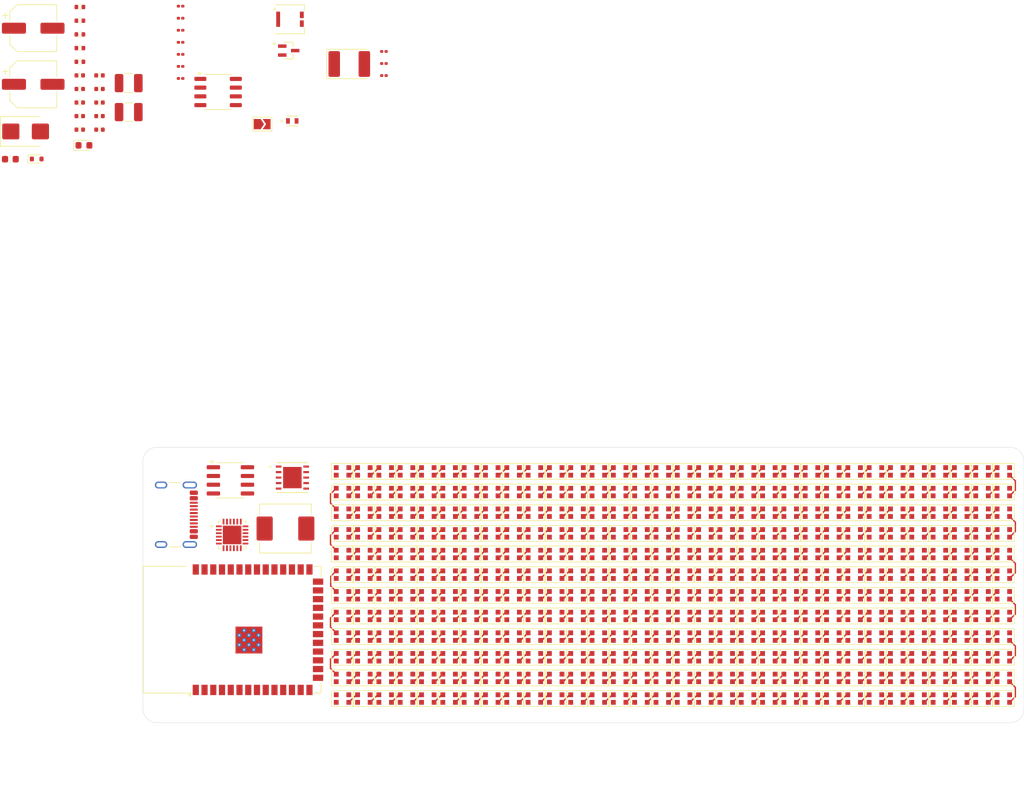
<source format=kicad_pcb>
(kicad_pcb (version 20241229) (generator "pcbnew") (generator_version "9.0")
  (layers (0 "F.Cu" signal) (2 "B.Cu" signal) (13 "F.Paste" user) (15 "B.Paste" user) (5 "F.SilkS" user "F.Silkscreen") (7 "B.SilkS" user "B.Silkscreen") (1 "F.Mask" user) (3 "B.Mask" user) (25 "Edge.Cuts" user))
  (net 0 "")
  (net 1 "/usbcpd/3V3reg/PP_INPUT")
  (net 2 "GND")
  (net 3 "/3v3")
  (net 4 "Net-(JP4-B)")
  (net 5 "Net-(C8-Pad2)")
  (net 6 "/usbcpd/pp_usbc_vbus")
  (net 7 "/5vPWRreg/misc_5v_ss")
  (net 8 "/5vPWRreg/misc_5v_comp_network")
  (net 9 "/5vPWRreg/pp_boost_5v")
  (net 10 "/5vPWRreg/pp_sw_5v")
  (net 11 "/5vPWRreg/5V_FB")
  (net 12 "/5vPWRreg/PP_INPUT")
  (net 13 "/5vPWRreg/PP_5V_MAIN")
  (net 14 "/usbcpd/3V3reg/3v3v_reg_swNetwork")
  (net 15 "Net-(D2-A)")
  (net 16 "Net-(D2-K)")
  (net 17 "/argb/din")
  (net 20 "/5vPWRreg/5vled")
  (net 21 "USB Data -")
  (net 22 "/usbcpd/CC2")
  (net 23 "USB Data +")
  (net 24 "/usbcpd/CC1")
  (net 25 "pp_input")
  (net 26 "/usbcpd/reset")
  (net 27 "Net-(U6-VBUS_VS_DISCH)")
  (net 28 "/usbcpd/snk_enable")
  (net 29 "/5vPWRreg/misc_5v_clk")
  (net 30 "/5vPWRreg/misc_5v_comp")
  (net 34 "Net-(U3-GND-Pad1)")
  (net 73 "/usbcpd/1v7")
  (net 74 "/usbcpd/ADDR1")
  (net 76 "/usbcpd/attach")
  (net 77 "/usbcpd/1a5")
  (net 79 "/usbcpd/3a")
  (net 80 "/usbcpd/1v2")
  (net 81 "/usbcpd/ADDR0")
  (net 82 "/usbcpd/alert")
  (net 83 "/usbcpd/sda")
  (net 85 "/usbcpd/scl")
  (net 86 "/usbcpd/GPIO")
  (net 88 "/5vPWRreg/5V_GOOD")
  (net 90 "Net-(D3-DOUT)")
  (net 91 "Net-(D4-DOUT)")
  (net 92 "Net-(D5-DOUT)")
  (net 93 "Net-(D6-DOUT)")
  (net 94 "Net-(D10-DIN)")
  (net 95 "Net-(D10-DOUT)")
  (net 96 "Net-(D11-DOUT)")
  (net 97 "Net-(D12-DOUT)")
  (net 98 "Net-(D13-DOUT)")
  (net 99 "Net-(D14-DOUT)")
  (net 100 "Net-(D15-DOUT)")
  (net 101 "Net-(D16-DOUT)")
  (net 102 "Net-(D17-DOUT)")
  (net 103 "Net-(D19-DOUT)")
  (net 104 "Net-(D21-DOUT)")
  (net 105 "Net-(D22-DOUT)")
  (net 106 "Net-(D23-DOUT)")
  (net 107 "Net-(D24-DOUT)")
  (net 108 "Net-(D25-DOUT)")
  (net 109 "Net-(D26-DOUT)")
  (net 110 "Net-(D27-DOUT)")
  (net 111 "Net-(D28-DOUT)")
  (net 112 "Net-(D29-DOUT)")
  (net 113 "Net-(D30-DOUT)")
  (net 114 "Net-(D31-DOUT)")
  (net 115 "Net-(D18-DOUT)")
  (net 116 "Net-(D32-DOUT)")
  (net 117 "Net-(D33-DOUT)")
  (net 118 "Net-(D34-DOUT)")
  (net 119 "Net-(D35-DOUT)")
  (net 120 "Net-(D20-DOUT)")
  (net 121 "Net-(D37-DOUT)")
  (net 122 "Net-(D38-DOUT)")
  (net 123 "Net-(D39-DOUT)")
  (net 124 "Net-(D40-DOUT)")
  (net 125 "Net-(D41-DOUT)")
  (net 126 "Net-(D42-DOUT)")
  (net 127 "Net-(D43-DOUT)")
  (net 128 "Net-(D44-DOUT)")
  (net 129 "Net-(D45-DOUT)")
  (net 130 "Net-(D46-DOUT)")
  (net 131 "Net-(D47-DOUT)")
  (net 132 "Net-(D48-DOUT)")
  (net 133 "Net-(D49-DOUT)")
  (net 134 "Net-(D50-DOUT)")
  (net 135 "Net-(D51-DOUT)")
  (net 136 "Net-(D55-DOUT)")
  (net 137 "Net-(D56-DOUT)")
  (net 138 "Net-(D57-DOUT)")
  (net 139 "Net-(D58-DOUT)")
  (net 140 "Net-(D59-DOUT)")
  (net 141 "Net-(D60-DOUT)")
  (net 142 "Net-(D61-DOUT)")
  (net 143 "Net-(D62-DOUT)")
  (net 144 "Net-(D63-DOUT)")
  (net 145 "Net-(D64-DOUT)")
  (net 146 "Net-(D65-DOUT)")
  (net 147 "Net-(D66-DOUT)")
  (net 148 "Net-(D67-DOUT)")
  (net 149 "Net-(D68-DOUT)")
  (net 150 "Net-(D69-DOUT)")
  (net 151 "Net-(D70-DOUT)")
  (net 152 "Net-(D72-DOUT)")
  (net 153 "Net-(D73-DOUT)")
  (net 154 "Net-(D74-DOUT)")
  (net 155 "Net-(D75-DOUT)")
  (net 156 "Net-(D76-DOUT)")
  (net 157 "Net-(D77-DOUT)")
  (net 158 "Net-(D78-DOUT)")
  (net 159 "Net-(D79-DOUT)")
  (net 160 "Net-(D80-DOUT)")
  (net 161 "Net-(D81-DOUT)")
  (net 162 "Net-(D82-DOUT)")
  (net 163 "Net-(D83-DOUT)")
  (net 164 "Net-(D84-DOUT)")
  (net 165 "Net-(D85-DOUT)")
  (net 166 "Net-(D86-DOUT)")
  (net 167 "Net-(D87-DOUT)")
  (net 168 "Net-(D88-DOUT)")
  (net 169 "Net-(D89-DOUT)")
  (net 170 "Net-(D90-DOUT)")
  (net 171 "Net-(D91-DOUT)")
  (net 172 "Net-(D92-DOUT)")
  (net 173 "Net-(D93-DOUT)")
  (net 174 "Net-(D94-DOUT)")
  (net 175 "Net-(D95-DOUT)")
  (net 176 "Net-(D96-DOUT)")
  (net 177 "Net-(D97-DOUT)")
  (net 178 "Net-(D98-DOUT)")
  (net 179 "Net-(D100-DIN)")
  (net 180 "Net-(D100-DOUT)")
  (net 181 "Net-(D101-DOUT)")
  (net 182 "Net-(D102-DOUT)")
  (net 183 "Net-(D104-DOUT)")
  (net 184 "Net-(D105-DOUT)")
  (net 185 "Net-(D106-DOUT)")
  (net 186 "Net-(D107-DOUT)")
  (net 187 "Net-(D108-DOUT)")
  (net 188 "Net-(D109-DOUT)")
  (net 189 "Net-(D110-DOUT)")
  (net 190 "Net-(D111-DOUT)")
  (net 191 "Net-(D112-DOUT)")
  (net 192 "Net-(D113-DOUT)")
  (net 193 "Net-(D114-DOUT)")
  (net 194 "Net-(D115-DOUT)")
  (net 195 "Net-(D116-DOUT)")
  (net 196 "Net-(D117-DOUT)")
  (net 197 "Net-(D118-DOUT)")
  (net 198 "Net-(D119-DOUT)")
  (net 199 "Net-(D120-DOUT)")
  (net 200 "Net-(D121-DOUT)")
  (net 201 "Net-(D122-DOUT)")
  (net 202 "Net-(D123-DOUT)")
  (net 203 "Net-(D124-DOUT)")
  (net 204 "Net-(D125-DOUT)")
  (net 205 "Net-(D126-DOUT)")
  (net 206 "Net-(D127-DOUT)")
  (net 207 "Net-(D128-DOUT)")
  (net 208 "Net-(D129-DOUT)")
  (net 209 "Net-(D130-DOUT)")
  (net 210 "Net-(D131-DOUT)")
  (net 211 "Net-(D132-DOUT)")
  (net 212 "Net-(D133-DOUT)")
  (net 213 "Net-(D134-DOUT)")
  (net 214 "Net-(D136-DOUT)")
  (net 215 "Net-(D137-DOUT)")
  (net 216 "Net-(D138-DOUT)")
  (net 217 "Net-(D139-DOUT)")
  (net 218 "Net-(D140-DOUT)")
  (net 219 "Net-(D141-DOUT)")
  (net 220 "Net-(D142-DOUT)")
  (net 221 "Net-(D143-DOUT)")
  (net 222 "Net-(D144-DOUT)")
  (net 223 "Net-(D145-DOUT)")
  (net 224 "Net-(D146-DOUT)")
  (net 225 "Net-(D147-DOUT)")
  (net 226 "Net-(D148-DOUT)")
  (net 227 "Net-(D149-DOUT)")
  (net 228 "Net-(D150-DOUT)")
  (net 229 "Net-(D151-DOUT)")
  (net 230 "Net-(D152-DOUT)")
  (net 231 "Net-(D153-DOUT)")
  (net 232 "Net-(D154-DOUT)")
  (net 233 "Net-(D155-DOUT)")
  (net 234 "Net-(D156-DOUT)")
  (net 235 "Net-(D157-DOUT)")
  (net 236 "Net-(D158-DOUT)")
  (net 237 "Net-(D159-DOUT)")
  (net 238 "Net-(D160-DOUT)")
  (net 239 "Net-(D161-DOUT)")
  (net 240 "Net-(D162-DOUT)")
  (net 241 "Net-(D163-DOUT)")
  (net 242 "Net-(D164-DOUT)")
  (net 243 "Net-(D165-DOUT)")
  (net 244 "Net-(D166-DOUT)")
  (net 245 "Net-(D168-DOUT)")
  (net 246 "Net-(D169-DOUT)")
  (net 247 "Net-(D170-DOUT)")
  (net 248 "Net-(D171-DOUT)")
  (net 249 "Net-(D172-DOUT)")
  (net 250 "Net-(D173-DOUT)")
  (net 251 "Net-(D174-DOUT)")
  (net 252 "Net-(D176-DOUT)")
  (net 253 "Net-(D177-DOUT)")
  (net 254 "Net-(D178-DOUT)")
  (net 255 "Net-(D179-DOUT)")
  (net 256 "Net-(D180-DOUT)")
  (net 257 "Net-(D181-DOUT)")
  (net 258 "Net-(D182-DOUT)")
  (net 259 "Net-(D184-DOUT)")
  (net 260 "Net-(D185-DOUT)")
  (net 261 "Net-(D186-DOUT)")
  (net 262 "Net-(D187-DOUT)")
  (net 263 "Net-(D188-DOUT)")
  (net 264 "Net-(D189-DOUT)")
  (net 265 "Net-(D190-DOUT)")
  (net 266 "Net-(D192-DOUT)")
  (net 267 "Net-(D193-DOUT)")
  (net 268 "Net-(D194-DOUT)")
  (net 269 "Net-(D195-DOUT)")
  (net 270 "Net-(D196-DOUT)")
  (net 271 "Net-(D197-DOUT)")
  (net 272 "Net-(D198-DOUT)")
  (net 273 "Net-(D200-DOUT)")
  (net 274 "Net-(D201-DOUT)")
  (net 275 "Net-(D202-DOUT)")
  (net 276 "Net-(D203-DOUT)")
  (net 277 "Net-(D204-DOUT)")
  (net 278 "Net-(D205-DOUT)")
  (net 279 "Net-(D206-DOUT)")
  (net 280 "Net-(D208-DOUT)")
  (net 281 "Net-(D209-DOUT)")
  (net 282 "Net-(D210-DOUT)")
  (net 283 "Net-(D211-DOUT)")
  (net 284 "Net-(D212-DOUT)")
  (net 285 "Net-(D213-DOUT)")
  (net 286 "Net-(D214-DOUT)")
  (net 287 "Net-(D216-DOUT)")
  (net 288 "Net-(D217-DOUT)")
  (net 289 "Net-(D218-DOUT)")
  (net 290 "Net-(D219-DOUT)")
  (net 291 "Net-(D220-DOUT)")
  (net 292 "Net-(D221-DOUT)")
  (net 293 "Net-(D222-DOUT)")
  (net 294 "Net-(D224-DOUT)")
  (net 295 "Net-(D225-DOUT)")
  (net 296 "Net-(D226-DOUT)")
  (net 297 "Net-(D227-DOUT)")
  (net 298 "Net-(D228-DOUT)")
  (net 299 "Net-(D229-DOUT)")
  (net 300 "Net-(D230-DOUT)")
  (net 301 "Net-(D232-DOUT)")
  (net 302 "Net-(D233-DOUT)")
  (net 303 "Net-(D234-DOUT)")
  (net 304 "Net-(D235-DOUT)")
  (net 305 "Net-(D236-DOUT)")
  (net 306 "Net-(D237-DOUT)")
  (net 307 "Net-(D238-DOUT)")
  (net 308 "Net-(D240-DOUT)")
  (net 309 "Net-(D241-DOUT)")
  (net 310 "Net-(D242-DOUT)")
  (net 311 "Net-(D243-DOUT)")
  (net 312 "Net-(D244-DOUT)")
  (net 313 "Net-(D245-DOUT)")
  (net 314 "Net-(D246-DOUT)")
  (net 315 "Net-(D248-DOUT)")
  (net 316 "Net-(D249-DOUT)")
  (net 317 "Net-(D250-DOUT)")
  (net 318 "Net-(D251-DOUT)")
  (net 319 "Net-(D252-DOUT)")
  (net 320 "Net-(D253-DOUT)")
  (net 321 "Net-(D254-DOUT)")
  (net 322 "Net-(D256-DOUT)")
  (net 323 "Net-(D257-DOUT)")
  (net 324 "Net-(D258-DOUT)")
  (net 325 "Net-(D259-DOUT)")
  (net 326 "Net-(D260-DOUT)")
  (net 327 "Net-(D261-DOUT)")
  (net 328 "Net-(D262-DOUT)")
  (net 329 "Net-(D264-DOUT)")
  (net 330 "Net-(D265-DOUT)")
  (net 331 "Net-(D266-DOUT)")
  (net 332 "Net-(D267-DOUT)")
  (net 333 "Net-(D268-DOUT)")
  (net 334 "Net-(D269-DOUT)")
  (net 335 "Net-(D270-DOUT)")
  (net 336 "Net-(D272-DOUT)")
  (net 337 "Net-(D273-DOUT)")
  (net 338 "Net-(D274-DOUT)")
  (net 339 "Net-(D275-DOUT)")
  (net 340 "Net-(D276-DOUT)")
  (net 341 "Net-(D277-DOUT)")
  (net 342 "Net-(D278-DOUT)")
  (net 343 "Net-(D280-DOUT)")
  (net 344 "Net-(D281-DOUT)")
  (net 345 "Net-(D282-DOUT)")
  (net 346 "Net-(D283-DOUT)")
  (net 347 "Net-(D284-DOUT)")
  (net 348 "Net-(D285-DOUT)")
  (net 349 "Net-(D286-DOUT)")
  (net 350 "Net-(D288-DOUT)")
  (net 351 "Net-(D289-DOUT)")
  (net 352 "Net-(D290-DOUT)")
  (net 353 "Net-(D291-DOUT)")
  (net 354 "Net-(D292-DOUT)")
  (net 355 "Net-(D293-DOUT)")
  (net 356 "Net-(D294-DOUT)")
  (net 357 "Net-(D296-DOUT)")
  (net 358 "Net-(D297-DOUT)")
  (net 359 "Net-(D298-DOUT)")
  (net 360 "Net-(D299-DOUT)")
  (net 361 "Net-(D300-DOUT)")
  (net 362 "Net-(D301-DOUT)")
  (net 363 "Net-(D302-DOUT)")
  (net 364 "Net-(D304-DOUT)")
  (net 365 "Net-(D305-DOUT)")
  (net 366 "Net-(D306-DOUT)")
  (net 367 "Net-(D307-DOUT)")
  (net 368 "Net-(D308-DOUT)")
  (net 369 "Net-(D309-DOUT)")
  (net 370 "Net-(D310-DOUT)")
  (net 371 "Net-(D312-DOUT)")
  (net 372 "Net-(D313-DOUT)")
  (net 373 "Net-(D314-DOUT)")
  (net 374 "Net-(D315-DOUT)")
  (net 375 "Net-(D316-DOUT)")
  (net 376 "Net-(D317-DOUT)")
  (net 377 "Net-(D318-DOUT)")
  (net 378 "Net-(D320-DOUT)")
  (net 379 "Net-(D321-DOUT)")
  (net 380 "Net-(D322-DOUT)")
  (net 381 "Net-(D323-DOUT)")
  (net 382 "Net-(D324-DOUT)")
  (net 383 "Net-(D325-DOUT)")
  (net 384 "Net-(D326-DOUT)")
  (net 385 "Net-(D36-DOUT)")
  (net 386 "Net-(D71-DOUT)")
  (net 387 "Net-(D103-DOUT)")
  (net 388 "Net-(D135-DOUT)")
  (net 389 "Net-(D167-DOUT)")
  (net 390 "Net-(D175-DOUT)")
  (net 391 "Net-(D183-DOUT)")
  (net 392 "Net-(D191-DOUT)")
  (net 393 "Net-(D199-DOUT)")
  (net 394 "Net-(D207-DOUT)")
  (net 395 "Net-(D215-DOUT)")
  (net 396 "Net-(D223-DOUT)")
  (net 397 "Net-(D231-DOUT)")
  (net 398 "Net-(D239-DOUT)")
  (net 399 "Net-(D247-DOUT)")
  (net 400 "Net-(D255-DOUT)")
  (net 401 "Net-(D263-DOUT)")
  (net 402 "Net-(D271-DOUT)")
  (net 403 "Net-(D279-DOUT)")
  (net 404 "Net-(D287-DOUT)")
  (net 405 "Net-(D295-DOUT)")
  (net 406 "Net-(D303-DOUT)")
  (net 407 "Net-(D311-DOUT)")
  (net 408 "Net-(D319-DOUT)")
  (net 410 "Net-(D327-DOUT)")
  (net 411 "Net-(D335-DOUT)")
  (net 412 "Net-(D343-DOUT)")
  (net 413 "Net-(D351-DOUT)")
  (net 414 "Net-(D390-DOUT)")
  (net 415 "Net-(D359-DOUT)")
  (net 416 "Net-(D389-DOUT)")
  (net 417 "Net-(D367-DOUT)")
  (net 418 "Net-(D375-DOUT)")
  (net 419 "Net-(D388-DOUT)")
  (net 420 "Net-(D383-DOUT)")
  (net 421 "Net-(D387-DOUT)")
  (net 422 "Net-(D386-DOUT)")
  (net 423 "Net-(D385-DOUT)")
  (net 424 "Net-(D384-DOUT)")
  (net 425 "Net-(D382-DOUT)")
  (net 426 "Net-(D381-DOUT)")
  (net 427 "Net-(D380-DOUT)")
  (net 428 "Net-(D379-DOUT)")
  (net 429 "Net-(D378-DOUT)")
  (net 430 "Net-(D377-DOUT)")
  (net 431 "Net-(D376-DOUT)")
  (net 432 "Net-(D374-DOUT)")
  (net 433 "Net-(D373-DOUT)")
  (net 434 "Net-(D372-DOUT)")
  (net 435 "Net-(D371-DOUT)")
  (net 436 "Net-(D370-DOUT)")
  (net 437 "Net-(D369-DOUT)")
  (net 438 "Net-(D368-DOUT)")
  (net 439 "Net-(D366-DOUT)")
  (net 440 "Net-(D365-DOUT)")
  (net 441 "Net-(D364-DOUT)")
  (net 442 "Net-(D363-DOUT)")
  (net 443 "Net-(D362-DOUT)")
  (net 444 "Net-(D361-DOUT)")
  (net 445 "Net-(D360-DOUT)")
  (net 446 "Net-(D358-DOUT)")
  (net 447 "Net-(D357-DOUT)")
  (net 448 "Net-(D356-DOUT)")
  (net 449 "Net-(D355-DOUT)")
  (net 450 "Net-(D354-DOUT)")
  (net 451 "Net-(D353-DOUT)")
  (net 452 "Net-(D352-DOUT)")
  (net 453 "Net-(D350-DOUT)")
  (net 454 "Net-(D349-DOUT)")
  (net 455 "Net-(D348-DOUT)")
  (net 456 "Net-(D347-DOUT)")
  (net 457 "Net-(D346-DOUT)")
  (net 458 "Net-(D345-DOUT)")
  (net 459 "Net-(D344-DOUT)")
  (net 460 "Net-(D342-DOUT)")
  (net 461 "Net-(D341-DOUT)")
  (net 462 "Net-(D340-DOUT)")
  (net 463 "Net-(D339-DOUT)")
  (net 464 "Net-(D338-DOUT)")
  (net 465 "Net-(D337-DOUT)")
  (net 466 "Net-(D336-DOUT)")
  (net 467 "Net-(D334-DOUT)")
  (net 468 "Net-(D333-DOUT)")
  (net 469 "Net-(D332-DOUT)")
  (net 470 "Net-(D331-DOUT)")
  (net 471 "Net-(D330-DOUT)")
  (net 472 "Net-(D329-DOUT)")
  (net 473 "Net-(D328-DOUT)")
  (footprint "LED_SMD:LED_WS2812B-2020_PLCC4_2.0x2.0mm" (layer "F.Cu") (at 125.031935 152.7 180)
    (property "Reference" "D218" (hide yes))
    (property "Value" "WS2812B-2020" (hide yes))
  )
  (footprint "LED_SMD:LED_WS2812B-2020_PLCC4_2.0x2.0mm" (layer "F.Cu") (at 159.096452 161.7)
    (property "Reference" "D298" (hide yes))
    (property "Value" "WS2812B-2020" (hide yes))
  )
  (footprint "LED_SMD:LED_WS2812B-2020_PLCC4_2.0x2.0mm" (layer "F.Cu") (at 69.29 143.7)
    (property "Reference" "D135" (hide yes))
    (property "Value" "WS2812B-2020" (hide yes))
  )
  (footprint "LED_SMD:LED_WS2812B-2020_PLCC4_2.0x2.0mm" (layer "F.Cu") (at 134.322258 140.7 180)
    (property "Reference" "D93" (hide yes))
    (property "Value" "WS2812B-2020" (hide yes))
  )
  (footprint "LED_SMD:LED_WS2812B-2020_PLCC4_2.0x2.0mm" (layer "F.Cu") (at 155.999677 149.7)
    (property "Reference" "D171" (hide yes))
    (property "Value" "WS2812B-2020" (hide yes))
  )
  (footprint "LED_SMD:LED_WS2812B-2020_PLCC4_2.0x2.0mm" (layer "F.Cu") (at 100.257742 161.7)
    (property "Reference" "D317" (hide yes))
    (property "Value" "WS2812B-2020" (hide yes))
  )
  (footprint "LED_SMD:LED_WS2812B-2020_PLCC4_2.0x2.0mm" (layer "F.Cu") (at 155.999677 146.7 180)
    (property "Reference" "D164" (hide yes))
    (property "Value" "WS2812B-2020" (hide yes))
  )
  (footprint "LED_SMD:LED_WS2812B-2020_PLCC4_2.0x2.0mm" (layer "F.Cu") (at 128.12871 167.7)
    (property "Reference" "D372" (hide yes))
    (property "Value" "WS2812B-2020" (hide yes))
  )
  (footprint "LED_SMD:LED_WS2812B-2020_PLCC4_2.0x2.0mm" (layer "F.Cu") (at 103.354516 158.7 180)
    (property "Reference" "D275" (hide yes))
    (property "Value" "WS2812B-2020" (hide yes))
  )
  (footprint "LED_SMD:LED_WS2812B-2020_PLCC4_2.0x2.0mm" (layer "F.Cu") (at 84.773871 143.7)
    (property "Reference" "D130" (hide yes))
    (property "Value" "WS2812B-2020" (hide yes))
  )
  (footprint "LED_SMD:LED_WS2812B-2020_PLCC4_2.0x2.0mm" (layer "F.Cu") (at 87.870645 152.7 180)
    (property "Reference" "D206" (hide yes))
    (property "Value" "WS2812B-2020" (hide yes))
  )
  (footprint "LED_SMD:LED_WS2812B-2020_PLCC4_2.0x2.0mm" (layer "F.Cu") (at 87.870645 164.7 180)
    (property "Reference" "D334" (hide yes))
    (property "Value" "WS2812B-2020" (hide yes))
  )
  (footprint "LED_SMD:LED_WS2812B-2020_PLCC4_2.0x2.0mm" (layer "F.Cu") (at 103.354516 140.7 180)
    (property "Reference" "D83" (hide yes))
    (property "Value" "WS2812B-2020" (hide yes))
  )
  (footprint "LED_SMD:LED_WS2812B-2020_PLCC4_2.0x2.0mm" (layer "F.Cu") (at 109.548065 143.7)
    (property "Reference" "D122" (hide yes))
    (property "Value" "WS2812B-2020" (hide yes))
  )
  (footprint "LED_SMD:LED_WS2812B-2020_PLCC4_2.0x2.0mm" (layer "F.Cu") (at 69.29 149.7)
    (property "Reference" "D199" (hide yes))
    (property "Value" "WS2812B-2020" (hide yes))
  )
  (footprint "LED_SMD:LED_WS2812B-2020_PLCC4_2.0x2.0mm" (layer "F.Cu") (at 159.096452 146.7 180)
    (property "Reference" "D165" (hide yes))
    (property "Value" "WS2812B-2020" (hide yes))
  )
  (footprint "LED_SMD:LED_WS2812B-2020_PLCC4_2.0x2.0mm" (layer "F.Cu") (at 131.225484 164.7 180)
    (property "Reference" "D348" (hide yes))
    (property "Value" "WS2812B-2020" (hide yes))
  )
  (footprint "LED_SMD:LED_WS2812B-2020_PLCC4_2.0x2.0mm" (layer "F.Cu") (at 75.483548 143.7)
    (property "Reference" "D133" (hide yes))
    (property "Value" "WS2812B-2020" (hide yes))
  )
  (footprint "LED_SMD:LED_WS2812B-2020_PLCC4_2.0x2.0mm" (layer "F.Cu") (at 97.160968 134.7 180)
    (property "Reference" "D14" (hide yes))
    (property "Value" "WS2812B-2020" (hide yes))
  )
  (footprint "aaafootprintlib:TVS_ESDA25P35-1U1M" (layer "F.Cu") (at 61.985 83.7835)
    (property "Reference" "D8" (hide yes))
    (property "Value" "ESDA25P35-1U1M" (hide yes))
  )
  (footprint "LED_SMD:LED_WS2812B-2020_PLCC4_2.0x2.0mm" (layer "F.Cu") (at 94.064194 143.7)
    (property "Reference" "D127" (hide yes))
    (property "Value" "WS2812B-2020" (hide yes))
  )
  (footprint "Package_SO:SOIC-8_3.9x4.9mm_P1.27mm" (layer "F.Cu") (at 53 136)
    (property "Reference" "U2" (hide yes))
    (property "Value" "LM2594M-3.3" (hide yes))
  )
  (footprint "LED_SMD:LED_WS2812B-2020_PLCC4_2.0x2.0mm" (layer "F.Cu") (at 81.677097 152.7 180)
    (property "Reference" "D204" (hide yes))
    (property "Value" "WS2812B-2020" (hide yes))
  )
  (footprint "Capacitor_SMD:C_0201_0603Metric" (layer "F.Cu") (at 45.76 67.11)
    (property "Reference" "C8" (hide yes))
    (property "Value" "C100n 50V" (hide yes))
  )
  (footprint "LED_SMD:LED_WS2812B-2020_PLCC4_2.0x2.0mm" (layer "F.Cu") (at 103.354516 164.7 180)
    (property "Reference" "D339" (hide yes))
    (property "Value" "WS2812B-2020" (hide yes))
  )
  (footprint "LED_SMD:LED_WS2812B-2020_PLCC4_2.0x2.0mm" (layer "F.Cu") (at 115.741613 143.7)
    (property "Reference" "D120" (hide yes))
    (property "Value" "WS2812B-2020" (hide yes))
  )
  (footprint "Capacitor_SMD:C_0402_1005Metric" (layer "F.Cu") (at 31.11 77.17)
    (property "Reference" "C26" (hide yes))
    (property "Value" "C10n" (hide yes))
  )
  (footprint "LED_SMD:LED_WS2812B-2020_PLCC4_2.0x2.0mm" (layer "F.Cu") (at 137.419032 137.7)
    (property "Reference" "D46" (hide yes))
    (property "Value" "WS2812B-2020" (hide yes))
  )
  (footprint "LED_SMD:LED_WS2812B-2020_PLCC4_2.0x2.0mm" (layer "F.Cu") (at 159.096452 164.7 180)
    (property "Reference" "D357" (hide yes))
    (property "Value" "WS2812B-2020" (hide yes))
  )
  (footprint "LED_SMD:LED_WS2812B-2020_PLCC4_2.0x2.0mm" (layer "F.Cu") (at 112.644839 146.7 180)
    (property "Reference" "D150" (hide yes))
    (property "Value" "WS2812B-2020" (hide yes))
  )
  (footprint "LED_SMD:LED_WS2812B-2020_PLCC4_2.0x2.0mm" (layer "F.Cu") (at 125.031935 164.7 180)
    (property "Reference" "D346" (hide yes))
    (property "Value" "WS2812B-2020" (hide yes))
  )
  (footprint "LED_SMD:LED_WS2812B-2020_PLCC4_2.0x2.0mm" (layer "F.Cu") (at 140.515806 152.7 180)
    (property "Reference" "D223" (hide yes))
    (property "Value" "WS2812B-2020" (hide yes))
  )
  (footprint "LED_SMD:LED_WS2812B-2020_PLCC4_2.0x2.0mm" (layer "F.Cu") (at 137.419032 152.7 180)
    (property "Reference" "D222" (hide yes))
    (property "Value" "WS2812B-2020" (hide yes))
  )
  (footprint "LED_SMD:LED_WS2812B-2020_PLCC4_2.0x2.0mm" (layer "F.Cu") (at 137.419032 164.7 180)
    (property "Reference" "D350" (hide yes))
    (property "Value" "WS2812B-2020" (hide yes))
  )
  (footprint "LED_SMD:LED_WS2812B-2020_PLCC4_2.0x2.0mm" (layer "F.Cu") (at 128.12871 161.7)
    (property "Reference" "D308" (hide yes))
    (property "Value" "WS2812B-2020" (hide yes))
  )
  (footprint "LED_SMD:LED_WS2812B-2020_PLCC4_2.0x2.0mm" (layer "F.Cu") (at 69.29 158.7 180)
    (property "Reference" "D264" (hide yes))
    (property "Value" "WS2812B-2020" (hide yes))
  )
  (footprint "LED_SMD:LED_WS2812B-2020_PLCC4_2.0x2.0mm" (layer "F.Cu") (at 109.548065 137.7)
    (property "Reference" "D58" (hide yes))
    (property "Value" "WS2812B-2020" (hide yes))
  )
  (footprint "LED_SMD:LED_WS2812B-2020_PLCC4_2.0x2.0mm" (layer "F.Cu") (at 149.806129 161.7)
    (property "Reference" "D301" (hide yes))
    (property "Value" "WS2812B-2020" (hide yes))
  )
  (footprint "LED_SMD:LED_WS2812B-2020_PLCC4_2.0x2.0mm" (layer "F.Cu") (at 152.902903 161.7)
    (property "Reference" "D300" (hide yes))
    (property "Value" "WS2812B-2020" (hide yes))
  )
  (footprint "Connector_USB:USB_C_Receptacle_GCT_USB4105-xx-A_16P_TopMnt_Horizontal" (layer "F.Cu") (at 44 141 -90)
    (property "Reference" "J1" (hide yes))
    (property "Value" "USB_C_Receptacle_USB2.0_14P" (hide yes))
  )
  (footprint "LED_SMD:LED_WS2812B-2020_PLCC4_2.0x2.0mm" (layer "F.Cu") (at 121.935161 149.7)
    (property "Reference" "D182" (hide yes))
    (property "Value" "WS2812B-2020" (hide yes))
  )
  (footprint "LED_SMD:LED_WS2812B-2020_PLCC4_2.0x2.0mm" (layer "F.Cu") (at 97.160968 155.7)
    (property "Reference" "D254" (hide yes))
    (property "Value" "WS2812B-2020" (hide yes))
  )
  (footprint "LED_SMD:LED_WS2812B-2020_PLCC4_2.0x2.0mm" (layer "F.Cu") (at 146.709355 134.7 180)
    (property "Reference" "D30" (hide yes))
    (property "Value" "WS2812B-2020" (hide yes))
  )
  (footprint "LED_SMD:LED_WS2812B-2020_PLCC4_2.0x2.0mm" (layer "F.Cu") (at 118.838387 134.7 180)
    (property "Reference" "D21" (hide yes))
    (property "Value" "WS2812B-2020" (hide yes))
  )
  (footprint "LED_SMD:LED_WS2812B-2020_PLCC4_2.0x2.0mm" (layer "F.Cu") (at 118.838387 149.7)
    (property "Reference" "D183" (hide yes))
    (property "Value" "WS2812B-2020" (hide yes))
  )
  (footprint "LED_SMD:LED_WS2812B-2020_PLCC4_2.0x2.0mm" (layer "F.Cu") (at 72.386774 143.7)
    (property "Reference" "D134" (hide yes))
    (property "Value" "WS2812B-2020" (hide yes))
  )
  (footprint "LED_SMD:LED_WS2812B-2020_PLCC4_2.0x2.0mm" (layer "F.Cu") (at 112.644839 140.7 180)
    (property "Reference" "D86" (hide yes))
    (property "Value" "WS2812B-2020" (hide yes))
  )
  (footprint "LED_SMD:LED_WS2812B-2020_PLCC4_2.0x2.0mm" (layer "F.Cu") (at 131.225484 137.7)
    (property "Reference" "D48" (hide yes))
    (property "Value" "WS2812B-2020" (hide yes))
  )
  (footprint "LED_SMD:LED_WS2812B-2020_PLCC4_2.0x2.0mm" (layer "F.Cu") (at 125.031935 167.7)
    (property "Reference" "D373" (hide yes))
    (property "Value" "WS2812B-2020" (hide yes))
  )
  (footprint "LED_SMD:LED_WS2812B-2020_PLCC4_2.0x2.0mm" (layer "F.Cu") (at 115.741613 152.7 180)
    (property "Reference" "D215" (hide yes))
    (property "Value" "WS2812B-2020" (hide yes))
  )
  (footprint "Inductor_SMD:L_0201_0603Metric" (layer "F.Cu") (at 75.3 77.19)
    (property "Reference" "L1" (hide yes))
    (property "Value" "L100u" (hide yes))
  )
  (footprint "LED_SMD:LED_WS2812B-2020_PLCC4_2.0x2.0mm" (layer "F.Cu") (at 109.548065 140.7 180)
    (property "Reference" "D85" (hide yes))
    (property "Value" "WS2812B-2020" (hide yes))
  )
  (footprint "LED_SMD:LED_WS2812B-2020_PLCC4_2.0x2.0mm" (layer "F.Cu") (at 125.031935 146.7 180)
    (property "Reference" "D154" (hide yes))
    (property "Value" "WS2812B-2020" (hide yes))
  )
  (footprint "LED_SMD:LED_WS2812B-2020_PLCC4_2.0x2.0mm" (layer "F.Cu") (at 143.612581 158.7 180)
    (property "Reference" "D288" (hide yes))
    (property "Value" "WS2812B-2020" (hide yes))
  )
  (footprint "LED_SMD:LED_WS2812B-2020_PLCC4_2.0x2.0mm" (layer "F.Cu") (at 106.45129 137.7)
    (property "Reference" "D59" (hide yes))
    (property "Value" "WS2812B-2020" (hide yes))
  )
  (footprint "LED_SMD:LED_WS2812B-2020_PLCC4_2.0x2.0mm" (layer "F.Cu") (at 103.354516 146.7 180)
    (property "Reference" "D147" (hide yes))
    (property "Value" "WS2812B-2020" (hide yes))
  )
  (footprint "LED_SMD:LED_WS2812B-2020_PLCC4_2.0x2.0mm" (layer "F.Cu") (at 72.386774 161.7)
    (property "Reference" "D326" (hide yes))
    (property "Value" "WS2812B-2020" (hide yes))
  )
  (footprint "LED_SMD:LED_WS2812B-2020_PLCC4_2.0x2.0mm" (layer "F.Cu") (at 72.386774 164.7 180)
    (property "Reference" "D329" (hide yes))
    (property "Value" "WS2812B-2020" (hide yes))
  )
  (footprint "LED_SMD:LED_WS2812B-2020_PLCC4_2.0x2.0mm" (layer "F.Cu") (at 75.483548 149.7)
    (property "Reference" "D197" (hide yes))
    (property "Value" "WS2812B-2020" (hide yes))
  )
  (footprint "LED_SMD:LED_WS2812B-2020_PLCC4_2.0x2.0mm" (layer "F.Cu") (at 140.515806 158.7 180)
    (property "Reference" "D287" (hide yes))
    (property "Value" "WS2812B-2020" (hide yes))
  )
  (footprint "LED_SMD:LED_WS2812B-2020_PLCC4_2.0x2.0mm" (layer "F.Cu") (at 81.677097 134.7 180)
    (property "Reference" "D9" (hide yes))
    (property "Value" "WS2812B-2020" (hide yes))
  )
  (footprint "LED_SMD:LED_WS2812B-2020_PLCC4_2.0x2.0mm" (layer "F.Cu") (at 87.870645 143.7)
    (property "Reference" "D129" (hide yes))
    (property "Value" "WS2812B-2020" (hide yes))
  )
  (footprint "LED_SMD:LED_WS2812B-2020_PLCC4_2.0x2.0mm" (layer "F.Cu") (at 152.902903 134.7 180)
    (property "Reference" "D32" (hide yes))
    (property "Value" "WS2812B-2020" (hide yes))
  )
  (footprint "LED_SMD:LED_WS2812B-2020_PLCC4_2.0x2.0mm" (layer "F.Cu") (at 140.515806 149.7)
    (property "Reference" "D176" (hide yes))
    (property "Value" "WS2812B-2020" (hide yes))
  )
  (footprint "Resistor_SMD:R_0402_1005Metric" (layer "F.Cu") (at 31.13 75.19)
    (property "Reference" "R21" (hide yes))
    (property "Value" "R1k" (hide yes))
  )
  (footprint "LED_SMD:LED_WS2812B-2020_PLCC4_2.0x2.0mm" (layer "F.Cu") (at 125.031935 158.7 180)
    (property "Reference" "D282" (hide yes))
    (property "Value" "WS2812B-2020" (hide yes))
  )
  (footprint "LED_SMD:LED_WS2812B-2020_PLCC4_2.0x2.0mm" (layer "F.Cu") (at 81.677097 161.7)
    (property "Reference" "D323" (hide yes))
    (property "Value" "WS2812B-2020" (hide yes))
  )
  (footprint "LED_SMD:LED_WS2812B-2020_PLCC4_2.0x2.0mm" (layer "F.Cu") (at 78.580323 152.7 180)
    (property "Reference" "D203" (hide yes))
    (property "Value" "WS2812B-2020" (hide yes))
  )
  (footprint "LED_SMD:LED_WS2812B-2020_PLCC4_2.0x2.0mm" (layer "F.Cu") (at 118.838387 146.7 180)
    (property "Reference" "D152" (hide yes))
    (property "Value" "WS2812B-2020" (hide yes))
  )
  (footprint "Capacitor_SMD:C_0201_0603Metric" (layer "F.Cu") (at 75.3 75.44)
    (property "Reference" "C2" (hide yes))
    (property "Value" "C100u 6.3V" (hide yes))
  )
  (footprint "LED_SMD:LED_WS2812B-2020_PLCC4_2.0x2.0mm" (layer "F.Cu") (at 165.29 140.7 180)
    (property "Reference" "D103" (hide yes))
    (property "Value" "WS2812B-2020" (hide yes))
  )
  (footprint "LED_SMD:LED_WS2812B-2020_PLCC4_2.0x2.0mm" (layer "F.Cu") (at 78.580323 149.7)
    (property "Reference" "D196" (hide yes))
    (property "Value" "WS2812B-2020" (hide yes))
  )
  (footprint "aaafootprintlib:SOT65P210X110-3N" (layer "F.Cu") (at 61.475 73.562)
    (property "Reference" "D7" (hide yes))
    (property "Value" "ESDA25W" (hide yes))
  )
  (footprint "LED_SMD:LED_WS2812B-2020_PLCC4_2.0x2.0mm" (layer "F.Cu") (at 128.12871 143.7)
    (property "Reference" "D116" (hide yes))
    (property "Value" "WS2812B-2020" (hide yes))
  )
  (footprint "LED_SMD:LED_WS2812B-2020_PLCC4_2.0x2.0mm" (layer "F.Cu") (at 118.838387 140.7 180)
    (property "Reference" "D88" (hide yes))
    (property "Value" "WS2812B-2020" (hide yes))
  )
  (footprint "LED_SMD:LED_WS2812B-2020_PLCC4_2.0x2.0mm" (layer "F.Cu") (at 112.644839 158.7 180)
    (property "Reference" "D278" (hide yes))
    (property "Value" "WS2812B-2020" (hide yes))
  )
  (footprint "LED_SMD:LED_WS2812B-2020_PLCC4_2.0x2.0mm" (layer "F.Cu") (at 134.322258 149.7)
    (property "Reference" "D178" (hide yes))
    (property "Value" "WS2812B-2020" (hide yes))
  )
  (footprint "LED_SMD:LED_WS2812B-2020_PLCC4_2.0x2.0mm" (layer "F.Cu") (at 78.580323 134.7 180)
    (property "Reference" "D6" (hide yes))
    (property "Value" "WS2812B-2020" (hide yes))
  )
  (footprint "LED_SMD:LED_WS2812B-2020_PLCC4_2.0x2.0mm" (layer "F.Cu") (at 87.870645 140.7 180)
    (property "Reference" "D78" (hide yes))
    (property "Value" "WS2812B-2020" (hide yes))
  )
  (footprint "LED_SMD:LED_WS2812B-2020_PLCC4_2.0x2.0mm" (layer "F.Cu") (at 143.612581 134.7 180)
    (property "Reference" "D29" (hide yes))
    (property "Value" "WS2812B-2020" (hide yes))
  )
  (footprint "Capacitor_SMD:C_0402_1005Metric" (layer "F.Cu") (at 33.98 79.14)
    (property "Reference" "C37" (hide yes))
    (property "Value" "C100n" (hide yes))
  )
  (footprint "Diode_SMD:D_SMB" (layer "F.Cu") (at 23.245 85.31)
    (property "Reference" "D52" (hide yes))
    (property "Value" "D_Schottky_80V" (hide yes))
  )
  (footprint "LED_SMD:LED_WS2812B-2020_PLCC4_2.0x2.0mm" (layer "F.Cu") (at 69.29 167.7)
    (property "Reference" "D391" (hide yes))
    (property "Value" "WS2812B-2020" (hide yes))
  )
  (footprint "LED_SMD:LED_WS2812B-2020_PLCC4_2.0x2.0mm" (layer "F.Cu") (at 131.225484 158.7 180)
    (property "Reference" "D284" (hide yes))
    (property "Value" "WS2812B-2020" (hide yes))
  )
  (footprint "LED_SMD:LED_WS2812B-2020_PLCC4_2.0x2.0mm" (layer "F.Cu") (at 84.773871 161.7)
    (property "Reference" "D322" (hide yes))
    (property "Value" "WS2812B-2020" (hide yes))
  )
  (footprint "Resistor_SMD:R_0201_0603Metric" (layer "F.Cu") (at 45.76 70.61)
    (property "Reference" "R1" (hide yes))
    (property "Value" "R" (hide yes))
  )
  (footprint "LED_SMD:LED_WS2812B-2020_PLCC4_2.0x2.0mm" (layer "F.Cu") (at 72.386774 152.7 180)
    (property "Reference" "D201" (hide yes))
    (property "Value" "WS2812B-2020" (hide yes))
  )
  (footprint "LED_SMD:LED_WS2812B-2020_PLCC4_2.0x2.0mm" (layer "F.Cu") (at 81.677097 158.7 180)
    (property "Reference" "D268" (hide yes))
    (property "Value" "WS2812B-2020" (hide yes))
  )
  (footprint "LED_SMD:LED_WS2812B-2020_PLCC4_2.0x2.0mm" (layer "F.Cu") (at 121.935161 158.7 180)
    (property "Reference" "D281" (hide yes))
    (property "Value" "WS2812B-2020" (hide yes))
  )
  (footprint "LED_SMD:LED_WS2812B-2020_PLCC4_2.0x2.0mm" (layer "F.Cu") (at 155.999677 155.7)
    (property "Reference" "D235" (hide yes))
    (property "Value" "WS2812B-2020" (hide yes))
  )
  (footprint "LED_SMD:LED_WS2812B-2020_PLCC4_2.0x2.0mm" (layer "F.Cu") (at 81.677097 140.7 180)
    (property "Reference" "D76" (hide yes))
    (property "Value" "WS2812B-2020" (hide yes))
  )
  (footprint "LED_SMD:LED_WS2812B-2020_PLCC4_2.0x2.0mm" (layer "F.Cu") (at 90.967419 134.7 180)
    (property "Reference" "D12" (hide yes))
    (property "Value" "WS2812B-2020" (hide yes))
  )
  (footprint "LED_SMD:LED_WS2812B-2020_PLCC4_2.0x2.0mm" (layer "F.Cu") (at 118.838387 152.7 180)
    (property "Reference" "D216" (hide yes))
    (property "Value" "WS2812B-2020" (hide yes))
  )
  (footprint "LED_SMD:LED_WS2812B-2020_PLCC4_2.0x2.0mm" (layer "F.Cu") (at 75.483548 158.7 180)
    (property "Reference" "D266" (hide yes))
    (property "Value" "WS2812B-2020" (hide yes))
  )
  (footprint "LED_SMD:LED_WS2812B-2020_PLCC4_2.0x2.0mm" (layer "F.Cu") (at 109.548065 134.7 180)
    (property "Reference" "D18" (hide yes))
    (property "Value" "WS2812B-2020" (hide yes))
  )
  (footprint "Package_SO:SO-8_3.9x4.9mm_P1.27mm" (layer "F.Cu") (at 51.21 79.58)
    (property "Reference" "U7" (hide yes))
    (property "Value" "VBA4658" (hide yes))
  )
  (footprint "LED_SMD:LED_WS2812B-2020_PLCC4_2.0x2.0mm" (layer "F.Cu") (at 109.548065 152.7 180)
    (property "Reference" "D213" (hide yes))
    (property "Value" "WS2812B-2020" (hide yes))
  )
  (footprint "LED_SMD:LED_WS2812B-2020_PLCC4_2.0x2.0mm" (layer "F.Cu") (at 72.386774 167.7)
    (property "Reference" "D390" (hide yes))
    (property "Value" "WS2812B-2020" (hide yes))
  )
  (footprint "LED_SMD:LED_WS2812B-2020_PLCC4_2.0x2.0mm" (layer "F.Cu") (at 165.29 137.7)
    (property "Reference" "D37" (hide yes))
    (property "Value" "WS2812B-2020" (hide yes))
  )
  (footprint "LED_SMD:LED_WS2812B-2020_PLCC4_2.0x2.0mm" (layer "F.Cu") (at 103.354516 152.7 180)
    (property "Reference" "D211" (hide yes))
    (property "Value" "WS2812B-2020" (hide yes))
  )
  (footprint "LED_SMD:LED_WS2812B-2020_PLCC4_2.0x2.0mm" (layer "F.Cu") (at 90.967419 143.7)
    (property "Reference" "D128" (hide yes))
    (property "Value" "WS2812B-2020" (hide yes))
  )
  (footprint "LED_SMD:LED_WS2812B-2020_PLCC4_2.0x2.0mm" (layer "F.Cu") (at 109.548065 155.7)
    (property "Reference" "D250" (hide yes))
    (property "Value" "WS2812B-2020" (hide yes))
  )
  (footprint "LED_SMD:LED_WS2812B-2020_PLCC4_2.0x2.0mm" (layer "F.Cu") (at 103.354516 149.7)
    (property "Reference" "D188" (hide yes))
    (property "Value" "WS2812B-2020" (hide yes))
  )
  (footprint "Resistor_SMD:R_0201_0603Metric" (layer "F.Cu") (at 45.76 74.11)
    (property "Reference" "R3" (hide yes))
    (property "Value" "R1k 125mW" (hide yes))
  )
  (footprint "Inductor_SMD:L_1210_3225Metric" (layer "F.Cu") (at 38.22 78.29)
    (property "Reference" "C30" (hide yes))
    (property "Value" "C4u7 100v" (hide yes))
  )
  (footprint "LED_SMD:LED_WS2812B-2020_PLCC4_2.0x2.0mm" (layer "F.Cu") (at 165.29 155.7)
    (property "Reference" "D232" (hide yes))
    (property "Value" "WS2812B-2020" (hide yes))
  )
  (footprint "LED_SMD:LED_WS2812B-2020_PLCC4_2.0x2.0mm" (layer "F.Cu") (at 87.870645 146.7 180)
    (property "Reference" "D142" (hide yes))
    (property "Value" "WS2812B-2020" (hide yes))
  )
  (footprint "LED_SMD:LED_WS2812B-2020_PLCC4_2.0x2.0mm" (layer "F.Cu") (at 109.548065 149.7)
    (property "Reference" "D186" (hide yes))
    (property "Value" "WS2812B-2020" (hide yes))
  )
  (footprint "LED_SMD:LED_WS2812B-2020_PLCC4_2.0x2.0mm" (layer "F.Cu") (at 81.677097 155.7)
    (property "Reference" "D259" (hide yes))
    (property "Value" "WS2812B-2020" (hide yes))
  )
  (footprint "LED_SMD:LED_WS2812B-2020_PLCC4_2.0x2.0mm" (layer "F.Cu") (at 115.741613 137.7)
    (property "Reference" "D56" (hide yes))
    (property "Value" "WS2812B-2020" (hide yes))
  )
  (footprint "LED_SMD:LED_WS2812B-2020_PLCC4_2.0x2.0mm" (layer "F.Cu") (at 115.741613 155.7)
    (property "Reference" "D248" (hide yes))
    (property "Value" "WS2812B-2020" (hide yes))
  )
  (footprint "LED_SMD:LED_WS2812B-2020_PLCC4_2.0x2.0mm" (layer "F.Cu") (at 165.29 152.7 180)
    (property "Reference" "D231" (hide yes))
    (property "Value" "WS2812B-2020" (hide yes))
  )
  (footprint "LED_SMD:LED_WS2812B-2020_PLCC4_2.0x2.0mm" (layer "F.Cu") (at 137.419032 161.7)
    (property "Reference" "D305" (hide yes))
    (property "Value" "WS2812B-2020" (hide yes))
  )
  (footprint "LED_SMD:LED_WS2812B-2020_PLCC4_2.0x2.0mm" (layer "F.Cu") (at 128.12871 149.7)
    (property "Reference" "D180" (hide yes))
    (property "Value" "WS2812B-2020" (hide yes))
  )
  (footprint "LED_SMD:LED_WS2812B-2020_PLCC4_2.0x2.0mm" (layer "F.Cu") (at 155.999677 164.7 180)
    (property "Reference" "D356" (hide yes))
    (property "Value" "WS2812B-2020" (hide yes))
  )
  (footprint "LED_SMD:LED_WS2812B-2020_PLCC4_2.0x2.0mm" (layer "F.Cu") (at 100.257742 146.7 180)
    (property "Reference" "D146" (hide yes))
    (property "Value" "WS2812B-2020" (hide yes))
  )
  (footprint "LED_SMD:LED_WS2812B-2020_PLCC4_2.0x2.0mm" (layer "F.Cu") (at 155.999677 152.7 180)
    (property "Reference" "D228" (hide yes))
    (property "Value" "WS2812B-2020" (hide yes))
  )
  (footprint "LED_SMD:LED_WS2812B-2020_PLCC4_2.0x2.0mm" (layer "F.Cu") (at 69.29 152.7 180)
    (property "Reference" "D200" (hide yes))
    (property "Value" "WS2812B-2020" (hide yes))
  )
  (footprint "LED_SMD:LED_WS2812B-2020_PLCC4_2.0x2.0mm" (layer "F.Cu") (at 146.709355 158.7 180)
    (property "Reference" "D289" (hide yes))
    (property "Value" "WS2812B-2020" (hide yes))
  )
  (footprint "LED_SMD:LED_WS2812B-2020_PLCC4_2.0x2.0mm" (layer "F.Cu") (at 84.773871 134.7 180)
    (property "Reference" "D10" (hide yes))
    (property "Value" "WS2812B-2020" (hide yes))
  )
  (footprint "LED_SMD:LED_WS2812B-2020_PLCC4_2.0x2.0mm" (layer "F.Cu") (at 155.999677 143.7)
    (property "Reference" "D107" (hide yes))
    (property "Value" "WS2812B-2020" (hide yes))
  )
  (footprint "LED_SMD:LED_WS2812B-2020_PLCC4_2.0x2.0mm" (layer "F.Cu") (at 155.999677 134.7 180)
    (property "Reference" "D33" (hide yes))
    (property "Value" "WS2812B-2020" (hide yes))
  )
  (footprint "LED_SMD:LED_WS2812B-2020_PLCC4_2.0x2.0mm" (layer "F.Cu") (at 72.386774 140.7 180)
    (property "Reference" "D73" (hide yes))
    (property "Value" "WS2812B-2020" (hide yes))
  )
  (footprint "LED_SMD:LED_WS2812B-2020_PLCC4_2.0x2.0mm" (layer "F.Cu") (at 94.064194 152.7 180)
    (property "Reference" "D208" (hide yes))
    (property "Value" "WS2812B-2020" (hide yes))
  )
  (footprint "LED_SMD:LED_WS2812B-2020_PLCC4_2.0x2.0mm" (layer "F.Cu") (at 152.902903 158.7 180)
    (property "Reference" "D291" (hide yes))
    (property "Value" "WS2812B-2020" (hide yes))
  )
  (footprint "LED_SMD:LED_WS2812B-2020_PLCC4_2.0x2.0mm" (layer "F.Cu") (at 84.773871 146.7 180)
    (property "Reference" "D141" (hide yes))
    (property "Value" "WS2812B-2020" (hide yes))
  )
  (footprint "LED_SMD:LED_WS2812B-2020_PLCC4_2.0x2.0mm" (layer "F.Cu") (at 84.773871 137.7)
    (property "Reference" "D66" (hide yes))
    (property "Value" "WS2812B-2020" (hide yes))
  )
  (footprint "LED_SMD:LED_WS2812B-2020_PLCC4_2.0x2.0mm" (layer "F.Cu") (at 90.967419 152.7 180)
    (property "Reference" "D207" (hide yes))
    (property "Value" "WS2812B-2020" (hide yes))
  )
  (footprint "LED_SMD:LED_WS2812B-2020_PLCC4_2.0x2.0mm" (layer "F.Cu") (at 106.45129 164.7 180)
    (property "Reference" "D340" (hide yes))
    (property "Value" "WS2812B-2020" (hide yes))
  )
  (footprint "LED_SMD:LED_WS2812B-2020_PLCC4_2.0x2.0mm" (layer "F.Cu") (at 149.806129 143.7)
    (property "Reference" "D109" (hide yes))
    (property "Value" "WS2812B-2020" (hide yes))
  )
  (footprint "LED_SMD:LED_WS2812B-2020_PLCC4_2.0x2.0mm" (layer "F.Cu") (at 81.677097 149.7)
    (property "Reference" "D195" (hide yes))
    (property "Value" "WS2812B-2020" (hide yes))
  )
  (footprint "Capacitor_SMD:C_0402_1005Metric" (layer "F.Cu") (at 33.98 83.08)
    (property "Reference" "C39" (hide yes))
    (property "Value" "C100n" (hide yes))
  )
  (footprint "LED_SMD:LED_WS2812B-2020_PLCC4_2.0x2.0mm" (layer "F.Cu") (at 162.193226 149.7)
    (property "Reference" "D169" (hide yes))
    (property "Value" "WS2812B-2020" (hide yes))
  )
  (footprint "LED_SMD:LED_WS2812B-2020_PLCC4_2.0x2.0mm" (layer "F.Cu") (at 106.45129 149.7)
    (property "Reference" "D187" (hide yes))
    (property "Value" "WS2812B-2020" (hide yes))
  )
  (footprint "LED_SMD:LED_WS2812B-2020_PLCC4_2.0x2.0mm" (layer "F.Cu") (at 97.160968 167.7)
    (property "Reference" "D382" (hide yes))
    (property "Value" "WS2812B-2020" (hide yes))
  )
  (footprint "LED_SMD:LED_WS2812B-2020_PLCC4_2.0x2.0mm" (layer "F.Cu") (at 115.741613 161.7)
    (property "Reference" "D312" (hide yes))
    (property "Value" "WS2812B-2020" (hide yes))
  )
  (footprint "Capacitor_SMD:C_0402_1005Metric" (layer "F.Cu") (at 31.11 83.08)
    (property "Reference" "C31" (hide yes))
    (property "Value" "C100n" (hide yes))
  )
  (footprint "LED_SMD:LED_WS2812B-2020_PLCC4_2.0x2.0mm" (layer "F.Cu") (at 118.838387 167.7)
    (property "Reference" "D375" (hide yes))
    (property "Value" "WS2812B-2020" (hide yes))
  )
  (footprint "LED_SMD:LED_WS2812B-2020_PLCC4_2.0x2.0mm" (layer "F.Cu") (at 143.612581 143.7)
    (property "Reference" "D111" (hide yes))
    (property "Value" "WS2812B-2020" (hide yes))
  )
  (footprint "LED_SMD:LED_WS2812B-2020_PLCC4_2.0x2.0mm" (layer "F.Cu") (at 162.193226 146.7 180)
    (property "Reference" "D166" (hide yes))
    (property "Value" "WS2812B-2020" (hide yes))
  )
  (footprint "Resistor_SMD:R_0402_1005Metric" (layer "F.Cu") (at 31.13 67.23)
    (property "Reference" "R17" (hide yes))
    (property "Value" "R162k" (hide yes))
  )
  (footprint "LED_SMD:LED_WS2812B-2020_PLCC4_2.0x2.0mm" (layer "F.Cu") (at 146.709355 137.7)
    (property "Reference" "D43" (hide yes))
    (property "Value" "WS2812B-2020" (hide yes))
  )
  (footprint "LED_SMD:LED_WS2812B-2020_PLCC4_2.0x2.0mm" (layer "F.Cu") (at 69.29 146.7 180)
    (property "Reference" "D136" (hide yes))
    (property "Value" "WS2812B-2020" (hide yes))
  )
  (footprint "LED_SMD:LED_WS2812B-2020_PLCC4_2.0x2.0mm" (layer "F.Cu") (at 159.096452 149.7)
    (property "Reference" "D170" (hide yes))
    (property "Value" "WS2812B-2020" (hide yes))
  )
  (footprint "Capacitor_SMD:C_0402_1005Metric" (layer "F.Cu") (at 31.11 81.11)
    (property "Reference" "C29" (hide yes))
    (property "Value" "C10n" (hide yes))
  )
  (footprint "LED_SMD:LED_WS2812B-2020_PLCC4_2.0x2.0mm" (layer "F.Cu") (at 106.45129 161.7)
    (property "Reference" "D315" (hide yes))
    (property "Value" "WS2812B-2020" (hide yes))
  )
  (footprint "LED_SMD:LED_WS2812B-2020_PLCC4_2.0x2.0mm" (layer "F.Cu") (at 159.096452 134.7 180)
    (property "Reference" "D34" (hide yes))
    (property "Value" "WS2812B-2020" (hide yes))
  )
  (footprint "LED_SMD:LED_WS2812B-2020_PLCC4_2.0x2.0mm" (layer "F.Cu") (at 149.806129 155.7)
    (property "Reference" "D237" (hide yes))
    (property "Value" "WS2812B-2020" (hide yes))
  )
  (footprint "LED_SMD:LED_WS2812B-2020_PLCC4_2.0x2.0mm" (layer "F.Cu") (at 155.999677 161.7)
    (property "Reference" "D299" (hide yes))
    (property "Value" "WS2812B-2020" (hide yes))
  )
  (footprint "LED_SMD:LED_WS2812B-2020_PLCC4_2.0x2.0mm" (layer "F.Cu") (at 159.096452 158.7 180)
    (property "Reference" "D293" (hide yes))
    (property "Value" "WS2812B-2020" (hide yes))
  )
  (footprint "LED_SMD:LED_WS2812B-2020_PLCC4_2.0x2.0mm" (layer "F.Cu") (at 152.902903 149.7)
    (property "Reference" "D172" (hide yes))
    (property "Value" "WS2812B-2020" (hide yes))
  )
  (footprint "LED_SMD:LED_WS2812B-2020_PLCC4_2.0x2.0mm" (layer "F.Cu") (at 137.419032 146.7 180)
    (property "Reference" "D158" (hide yes))
    (property "Value" "WS2812B-2020" (hide yes))
  )
  (footprint "LED_SMD:LED_WS2812B-2020_PLCC4_2.0x2.0mm" (layer "F.Cu") (at 72.386774 155.7)
    (property "Reference" "D262" (hide yes))
    (property "Value" "WS2812B-2020" (hide yes))
  )
  (footprint "LED_SMD:LED_WS2812B-2020_PLCC4_2.0x2.0mm" (layer "F.Cu") (at 84.773871 167.7)
    (property "Reference" "D386" (hide yes))
    (property "Value" "WS2812B-2020" (hide yes))
  )
  (footprint "LED_SMD:LED_WS2812B-2020_PLCC4_2.0x2.0mm" (layer "F.Cu") (at 143.612581 167.7)
    (property "Reference" "D367" (hide yes))
    (property "Value" "WS2812B-2020" (hide yes))
  )
  (footprint "LED_SMD:LED_WS2812B-2020_PLCC4_2.0x2.0mm" (layer "F.Cu") (at 143.612581 146.7 180)
    (property "Reference" "D160" (hide yes))
    (property "Value" "WS2812B-2020" (hide yes))
  )
  (footprint "LED_SMD:LED_WS2812B-2020_PLCC4_2.0x2.0mm" (layer "F.Cu") (at 131.225484 134.7 180)
    (property "Reference" "D25" (hide yes))
    (property "Value" "WS2812B-2020" (hide yes))
  )
  (footprint "LED_SMD:LED_WS2812B-2020_PLCC4_2.0x2.0mm" (layer "F.Cu") (at 112.644839 137.7)
    (property "Reference" "D57" (hide yes))
    (property "Value" "WS2812B-2020" (hide yes))
  )
  (footprint "LED_SMD:LED_WS2812B-2020_PLCC4_2.0x2.0mm" (layer "F.Cu") (at 125.031935 161.7)
    (property "Reference" "D309" (hide yes))
    (property "Value" "WS2812B-2020" (hide yes))
  )
  (footprint "LED_SMD:LED_WS2812B-2020_PLCC4_2.0x2.0mm" (layer "F.Cu") (at 78.580323 146.7 180)
    (property "Reference" "D139" (hide yes))
    (property "Value" "WS2812B-2020" (hide yes))
  )
  (footprint "LED_SMD:LED_WS2812B-2020_PLCC4_2.0x2.0mm" (layer "F.Cu") (at 140.515806 164.7 180)
    (property "Reference" "D351" (hide yes))
    (property "Value" "WS2812B-2020" (hide yes))
  )
  (footprint "LED_SMD:LED_WS2812B-2020_PLCC4_2.0x2.0mm" (layer "F.Cu") (at 121.935161 143.7)
    (property "Reference" "D118" (hide yes))
    (property "Value" "WS2812B-2020" (hide yes))
  )
  (footprint "LED_SMD:LED_WS2812B-2020_PLCC4_2.0x2.0mm" (layer "F.Cu") (at 128.12871 158.7 180)
    (property "Reference" "D283" (hide yes))
    (property "Value" "WS2812B-2020" (hide yes))
  )
  (footprint "LED_SMD:LED_WS2812B-2020_PLCC4_2.0x2.0mm" (layer "F.Cu") (at 115.741613 167.7)
    (property "Reference" "D376" (hide yes))
    (property "Value" "WS2812B-2020" (hide yes))
  )
  (footprint "LED_SMD:LED_WS2812B-2020_PLCC4_2.0x2.0mm" (layer "F.Cu") (at 87.870645 167.7)
    (property "Reference" "D385" (hide yes))
    (property "Value" "WS2812B-2020" (hide yes))
  )
  (footprint "LED_SMD:LED_WS2812B-2020_PLCC4_2.0x2.0mm" (layer "F.Cu") (at 87.870645 149.7)
    (property "Reference" "D193" (hide yes))
    (property "Value" "WS2812B-2020" (hide yes))
  )
  (footprint "LED_SMD:LED_WS2812B-2020_PLCC4_2.0x2.0mm" (layer "F.Cu") (at 162.193226 164.7 180)
    (property "Reference" "D358" (hide yes))
    (property "Value" "WS2812B-2020" (hide yes))
  )
  (footprint "LED_SMD:LED_WS2812B-2020_PLCC4_2.0x2.0mm" (layer "F.Cu") (at 152.902903 155.7)
    (property "Reference" "D236" (hide yes))
    (property "Value" "WS2812B-2020" (hide yes))
  )
  (footprint "LED_SMD:LED_WS2812B-2020_PLCC4_2.0x2.0mm" (layer "F.Cu") (at 94.064194 149.7)
    (property "Reference" "D191" (hide yes))
    (property "Value" "WS2812B-2020" (hide yes))
  )
  (footprint "LED_SMD:LED_WS2812B-2020_PLCC4_2.0x2.0mm" (layer "F.Cu") (at 143.612581 140.7 180)
    (property "Reference" "D96" (hide yes))
    (property "Value" "WS2812B-2020" (hide yes))
  )
  (footprint "LED_SMD:LED_WS2812B-2020_PLCC4_2.0x2.0mm" (layer "F.Cu") (at 149.806129 134.7 180)
    (property "Reference" "D31" (hide yes))
    (property "Value" "WS2812B-2020" (hide yes))
  )
  (footprint "LED_SMD:LED_WS2812B-2020_PLCC4_2.0x2.0mm" (layer "F.Cu") (at 90.967419 146.7 180)
    (property "Reference" "D143" (hide yes))
    (property "Value" "WS2812B-2020" (hide yes))
  )
  (footprint "LED_SMD:LED_WS2812B-2020_PLCC4_2.0x2.0mm" (layer "F.Cu") (at 69.29 134.7 180)
    (property "Reference" "D3" (hide yes))
    (property "Value" "WS2812B-2020" (hide yes))
  )
  (footprint "LED_SMD:LED_WS2812B-2020_PLCC4_2.0x2.0mm" (layer "F.Cu") (at 159.096452 137.7)
    (property "Reference" "D39" (hide yes))
    (property "Value" "WS2812B-2020" (hide yes))
  )
  (footprint "LED_SMD:LED_WS2812B-2020_PLCC4_2.0x2.0mm" (layer "F.Cu") (at 162.193226 134.7 180)
    (property "Reference" "D35" (hide yes))
    (property "Value" "WS2812B-2020" (hide yes))
  )
  (footprint "LED_SMD:LED_WS2812B-2020_PLCC4_2.0x2.0mm" (layer "F.Cu") (at 155.999677 158.7 180)
    (property "Reference" "D292" (hide yes))
    (property "Value" "WS2812B-2020" (hide yes))
  )
  (footprint "LED_SMD:LED_WS2812B-2020_PLCC4_2.0x2.0mm" (layer "F.Cu") (at 159.096452 167.7)
    (property "Reference" "D362" (hide yes))
    (property "Value" "WS2812B-2020" (hide yes))
  )
  (footprint "LED_SMD:LED_WS2812B-2020_PLCC4_2.0x2.0mm" (layer "F.Cu") (at 143.61258 161.7)
    (property "Reference" "D303" (hide yes))
    (property "Value" "WS2812B-2020" (hide yes))
  )
  (footprint "LED_SMD:LED_WS2812B-2020_PLCC4_2.0x2.0mm" (layer "F.Cu") (at 106.45129 167.7)
    (property "Reference" "D379" (hide yes))
    (property "Value" "WS2812B-2020" (hide yes))
  )
  (footprint "LED_SMD:LED_WS2812B-2020_PLCC4_2.0x2.0mm" (layer "F.Cu") (at 75.483548 152.7 180)
    (property "Reference" "D202" (hide yes))
    (property "Value" "WS2812B-2020" (hide yes))
  )
  (footprint "Resistor_SMD:R_0201_0603Metric" (layer "F.Cu") (at 45.76 75.86)
    (property "Reference" "R5" (hide yes))
    (property "Value" "R100 125mW" (hide yes))
  )
  (footprint "LED_SMD:LED_WS2812B-2020_PLCC4_2.0x2.0mm" (layer "F.Cu") (at 100.257742 158.7 180)
    (property "Reference" "D274" (hide yes))
    (property "Value" "WS2812B-2020" (hide yes))
  )
  (footprint "LED_SMD:LED_WS2812B-2020_PLCC4_2.0x2.0mm" (layer "F.Cu") (at 162.193226 143.7)
    (property "Reference" "D105" (hide yes))
    (property "Value" "WS2812B-2020" (hide yes))
  )
  (footprint "LED_SMD:LED_WS2812B-2020_PLCC4_2.0x2.0mm" (layer "F.Cu") (at 143.612581 155.7)
    (property "Reference" "D239" (hide yes))
    (property "Value" "WS2812B-2020" (hide yes))
  )
  (footprint "LED_SMD:LED_WS2812B-2020_PLCC4_2.0x2.0mm" (layer "F.Cu") (at 143.612581 152.7 180)
    (property "Reference" "D224" (hide yes))
    (property "Value" "WS2812B-2020" (hide yes))
  )
  (footprint "LED_SMD:LED_WS2812B-2020_PLCC4_2.0x2.0mm" (layer "F.Cu") (at 121.935161 140.7 180)
    (property "Reference" "D89" (hide yes))
    (property "Value" "WS2812B-2020" (hide yes))
  )
  (footprint "LED_SMD:LED_WS2812B-2020_PLCC4_2.0x2.0mm" (layer "F.Cu") (at 165.29 149.7)
    (property "Reference" "D168" (hide yes))
    (property "Value" "WS2812B-2020" (hide yes))
  )
  (footprint "LED_SMD:LED_WS2812B-2020_PLCC4_2.0x2.0mm" (layer "F.Cu") (at 109.548065 161.7)
    (property "Reference" "D314" (hide yes))
    (property "Value" "WS2812B-2020" (hide yes))
  )
  (footprint "LED_SMD:LED_WS2812B-2020_PLCC4_2.0x2.0mm" (layer "F.Cu") (at 106.45129 143.7)
    (property "Reference" "D123" (hide yes))
    (property "Value" "WS2812B-2020" (hide yes))
  )
  (footprint "LED_SMD:LED_WS2812B-2020_PLCC4_2.0x2.0mm" (layer "F.Cu") (at 149.806129 164.7 180)
    (property "Reference" "D354" (hide yes))
    (property "Value" "WS2812B-2020" (hide yes))
  )
  (footprint "LED_SMD:LED_WS2812B-2020_PLCC4_2.0x2.0mm" (layer "F.Cu") (at 165.29 164.7 180)
    (property "Reference" "D359" (hide yes))
    (property "Value" "WS2812B-2020" (hide yes))
  )
  (footprint "Diode_SMD:Littelfuse_PolyZen-LS" (layer "F.Cu") (at 61.655 69.01)
    (property "Reference" "D2" (hide yes))
    (property "Value" "D_Zener" (hide yes))
  )
  (footprint "LED_SMD:LED_WS2812B-2020_PLCC4_2.0x2.0mm" (layer "F.Cu") (at 69.29 140.7 180)
    (property "Reference" "D72" (hide yes))
    (property "Value" "WS2812B-2020" (hide yes))
  )
  (footprint "Capacitor_SMD:C_0402_1005Metric" (layer "F.Cu") (at 33.98 81.11)
    (property "Reference" "C38" (hide yes))
    (property "Value" "C100n" (hide yes))
  )
  (footprint "LED_SMD:LED_WS2812B-2020_PLCC4_2.0x2.0mm" (layer "F.Cu") (at 121.935161 155.7)
    (property "Reference" "D246" (hide yes))
    (property "Value" "WS2812B-2020" (hide yes))
  )
  (footprint "LED_SMD:LED_WS2812B-2020_PLCC4_2.0x2.0mm" (layer "F.Cu") (at 146.709355 167.7)
    (property "Reference" "D366" (hide yes))
    (property "Value" "WS2812B-2020" (hide yes))
  )
  (footprint "LED_SMD:LED_WS2812B-2020_PLCC4_2.0x2.0mm" (layer "F.Cu") (at 87.870645 158.7 180)
    (property "Reference" "D270" (hide yes))
    (property "Value" "WS2812B-2020" (hide yes))
  )
  (footprint "LED_SMD:LED_WS2812B-2020_PLCC4_2.0x2.0mm" (layer "F.Cu") (at 75.483548 137.7)
    (property "Reference" "D69" (hide yes))
    (property "Value" "WS2812B-2020" (hide yes))
  )
  (footprint "LED_SMD:LED_WS2812B-2020_PLCC4_2.0x2.0mm" (layer "F.Cu") (at 121.935161 167.7)
    (property "Reference" "D374" (hide yes))
    (property "Value" "WS2812B-2020" (hide yes))
  )
  (footprint "Diode_SMD:D_2114_3652Metric" (layer "F.Cu") (at 70.27 75.51)
    (property "Reference" "D1" (hide yes))
    (property "Value" "D_Schottky_25V" (hide yes))
  )
  (footprint "LED_SMD:LED_WS2812B-2020_PLCC4_2.0x2.0mm" (layer "F.Cu") (at 97.160968 146.7 180)
    (property "Reference" "D145" (hide yes))
    (property "Value" "WS2812B-2020" (hide yes))
  )
  (footprint "LED_SMD:LED_WS2812B-2020_PLCC4_2.0x2.0mm" (layer "F.Cu") (at 103.354516 134.7 180)
    (property "Reference" "D16" (hide yes))
    (property "Value" "WS2812B-2020" (hide yes))
  )
  (footprint "LED_SMD:LED_WS2812B-2020_PLCC4_2.0x2.0mm" (layer "F.Cu") (at 165.29 161.7)
    (property "Reference" "D296" (hide yes))
    (property "Value" "WS2812B-2020" (hide yes))
  )
  (footprint "LED_SMD:LED_WS2812B-2020_PLCC4_2.0x2.0mm" (layer "F.Cu") (at 84.773871 155.7)
    (property "Reference" "D258" (hide yes))
    (property "Value" "WS2812B-2020" (hide yes))
  )
  (footprint "LED_SMD:LED_WS2812B-2020_PLCC4_2.0x2.0mm" (layer "F.Cu") (at 81.677097 146.7 180)
    (property "Reference" "D140" (hide yes))
    (property "Value" "WS2812B-2020" (hide yes))
  )
  (footprint "LED_SMD:LED_WS2812B-2020_PLCC4_2.0x2.0mm" (layer "F.Cu") (at 146.709355 143.7)
    (property "Reference" "D110" (hide yes))
    (property "Value" "WS2812B-2020" (hide yes))
  )
  (footprint "LED_SMD:LED_WS2812B-2020_PLCC4_2.0x2.0mm" (layer "F.Cu") (at 149.806129 158.7 180)
    (property "Reference" "D290" (hide yes))
    (property "Value" "WS2812B-2020" (hide yes))
  )
  (footprint "LED_SMD:LED_WS2812B-2020_PLCC4_2.0x2.0mm" (layer "F.Cu") (at 134.322258 143.7)
    (property "Reference" "D114" (hide yes))
    (property "Value" "WS2812B-2020" (hide yes))
  )
  (footprint "LED_SMD:LED_WS2812B-2020_PLCC4_2.0x2.0mm" (layer "F.Cu") (at 84.773871 152.7 180)
    (property "Reference" "D205" (hide yes))
    (property "Value" "WS2812B-2020" (hide yes))
  )
  (footprint "LED_SMD:LED_WS2812B-2020_PLCC4_2.0x2.0mm" (layer "F.Cu") (at 81.677097 164.7 180)
    (property "Reference" "D332" (hide yes))
    (property "Value" "WS2812B-2020" (hide yes))
  )
  (footprint "Resistor_SMD:R_0402_1005Metric" (layer "F.Cu") (at 31.13 73.2)
    (property "Reference" "R20" (hide yes))
    (property "Value" "R10k2" (hide yes))
  )
  (footprint "LED_SMD:LED_WS2812B-2020_PLCC4_2.0x2.0mm" (layer "F.Cu") (at 115.741613 146.7 180)
    (property "Reference" "D151" (hide yes))
    (property "Value" "WS2812B-2020" (hide yes))
  )
  (footprint "LED_SMD:LED_WS2812B-2020_PLCC4_2.0x2.0mm" (layer "F.Cu") (at 97.160968 140.7 180)
    (property "Reference" "D81" (hide yes))
    (property "Value" "WS2812B-2020" (hide yes))
  )
  (footprint "LED_SMD:LED_WS2812B-2020_PLCC4_2.0x2.0mm" (layer "F.Cu") (at 87.870645 134.7 180)
    (property "Reference" "D11" (hide yes))
    (property "Value" "WS2812B-2020" (hide yes))
  )
  (footprint "LED_SMD:LED_WS2812B-2020_PLCC4_2.0x2.0mm" (layer "F.Cu") (at 143.612581 149.7)
    (property "Reference" "D175" (hide yes))
    (property "Value" "WS2812B-2020" (hide yes))
  )
  (footprint "LED_SMD:LED_WS2812B-2020_PLCC4_2.0x2.0mm" (layer "F.Cu") (at 84.773871 140.7 180)
    (property "Reference" "D77" (hide yes))
    (property "Value" "WS2812B-2020" (hide yes))
  )
  (footprint "LED_SMD:LED_WS2812B-2020_PLCC4_2.0x2.0mm" (layer "F.Cu") (at 75.483548 164.7 180)
    (property "Reference" "D330" (hide yes))
    (property "Value" "WS2812B-2020" (hide yes))
  )
  (footprint "Capacitor_SMD:C_0402_1005Metric" (layer "F.Cu") (at 33.98 85.05)
    (property "Reference" "C40" (hide yes))
    (property "Value" "C100n" (hide yes))
  )
  (footprint "LED_SMD:LED_WS2812B-2020_PLCC4_2.0x2.0mm" (layer "F.Cu") (at 155.999677 140.7 180)
    (property "Reference" "D100" (hide yes))
    (property "Value" "WS2812B-2020" (hide yes))
  )
  (footprint "LED_SMD:LED_WS2812B-2020_PLCC4_2.0x2.0mm" (layer "F.Cu") (at 121.935161 164.7 180)
    (property "Reference" "D345" (hide yes))
    (property "Value" "WS2812B-2020" (hide yes))
  )
  (footprint "LED_SMD:LED_WS2812B-2020_PLCC4_2.0x2.0mm" (layer "F.Cu") (at 162.193226 152.7 180)
    (property "Reference" "D230" (hide yes))
    (property "Value" "WS2812B-2020" (hide yes))
  )
  (footprint "LED_SMD:LED_WS2812B-2020_PLCC4_2.0x2.0mm" (layer "F.Cu") (at 90.967419 155.7)
    (property "Reference" "D256" (hide yes))
    (property "Value" "WS2812B-2020" (hide yes))
  )
  (footprint "LED_SMD:LED_WS2812B-2020_PLCC4_2.0x2.0mm" (layer "F.Cu") (at 97.160968 137.7)
    (property "Reference" "D62" (hide yes))
    (property "Value" "WS2812B-2020" (hide yes))
  )
  (footprint "LED_SMD:LED_WS2812B-2020_PLCC4_2.0x2.0mm" (layer "F.Cu") (at 137.419032 167.7)
    (property "Reference" "D369" (hide yes))
    (property "Value" "WS2812B-2020" (hide yes))
  )
  (footprint "LED_SMD:LED_WS2812B-2020_PLCC4_2.0x2.0mm" (layer "F.Cu") (at 103.354516 155.7)
    (property "Reference" "D252" (hide yes))
    (property "Value" "WS2812B-2020" (hide yes))
  )
  (footprint "LED_SMD:LED_WS2812B-2020_PLCC4_2.0x2.0mm" (layer "F.Cu") (at 75.483548 134.7 180)
    (property "Reference" "D5" (hide yes))
    (property "Value" "WS2812B-2020" (hide yes))
  )
  (footprint "LED_SMD:LED_WS2812B-2020_PLCC4_2.0x2.0mm" (layer "F.Cu") (at 94.064194 164.7 180)
    (property "Reference" "D336" (hide yes))
    (property "Value" "WS2812B-2020" (hide yes))
  )
  (footprint "LED_SMD:LED_WS2812B-2020_PLCC4_2.0x2.0mm" (layer "F.Cu") (at 115.741613 164.7 180)
    (property "Reference" "D343" (hide yes))
    (property "Value" "WS2812B-2020" (hide yes))
  )
  (footprint "LED_SMD:LED_WS2812B-2020_PLCC4_2.0x2.0mm" (layer "F.Cu") (at 140.515806 167.7)
    (property "Reference" "D368" (hide yes))
    (property "Value" "WS2812B-2020" (hide yes))
  )
  (footprint "LED_SMD:LED_WS2812B-2020_PLCC4_2.0x2.0mm" (layer "F.Cu") (at 128.12871 134.7 180)
    (property "Reference" "D24" (hide yes))
    (property "Value" "WS2812B-2020" (hide yes))
  )
  (footprint "LED_SMD:LED_WS2812B-2020_PLCC4_2.0x2.0mm" (layer "F.Cu") (at 115.741613 149.7)
    (property "Reference" "D184" (hide yes))
    (property "Value" "WS2812B-2020" (hide yes))
  )
  (footprint "LED_SMD:LED_WS2812B-2020_PLCC4_2.0x2.0mm" (layer "F.Cu") (at 112.644839 149.7)
    (property "Reference" "D185" (hide yes))
    (property "Value" "WS2812B-2020" (hide yes))
  )
  (footprint "LED_SMD:LED_WS2812B-2020_PLCC4_2.0x2.0mm" (layer "F.Cu") (at 162.193226 137.7)
    (property "Reference" "D38" (hide yes))
    (property "Value" "WS2812B-2020" (hide yes))
  )
  (footprint "LED_SMD:LED_WS2812B-2020_PLCC4_2.0x2.0mm" (layer "F.Cu") (at 131.225484 152.7 180)
    (property "Reference" "D220" (hide yes))
    (property "Value" "WS2812B-2020" (hide yes))
  )
  (footprint "Capacitor_SMD:C_0402_1005Metric" (layer "F.Cu") (at 31.11 79.14)
    (property "Reference" "C27" (hide yes))
    (property "Value" "C4n7" (hide yes))
  )
  (footprint "LED_SMD:LED_WS2812B-2020_PLCC4_2.0x2.0mm" (layer "F.Cu") (at 128.12871 155.7)
    (property "Reference" "D244" (hide yes))
    (property "Value" "WS2812B-2020" (hide yes))
  )
  (footprint "LED_SMD:LED_WS2812B-2020_PLCC4_2.0x2.0mm" (layer "F.Cu") (at 125.031935 143.7)
    (property "Reference" "D117" (hide yes))
    (property "Value" "WS2812B-2020" (hide yes))
  )
  (footprint "LED_SMD:LED_WS2812B-2020_PLCC4_2.0x2.0mm" (layer "F.Cu") (at 146.709355 149.7)
    (property "Reference" "D174" (hide yes))
    (property "Value" "WS2812B-2020" (hide yes))
  )
  (footprint "LED_SMD:LED_WS2812B-2020_PLCC4_2.0x2.0mm" (layer "F.Cu") (at 94.064194 158.7 180)
    (property "Reference" "D272" (hide yes))
    (property "Value" "WS2812B-2020" (hide yes))
  )
  (footprint "Inductor_SMD:L_1210_3225Metric" (layer "F.Cu") (at 38.22 82.5)
    (property "Reference" "C34" (hide yes))
    (property "Value" "C4u7 100v" (hide yes))
  )
  (footprint "LED_SMD:LED_WS2812B-2020_PLCC4_2.0x2.0mm" (layer "F.Cu") (at 90.967419 137.7)
    (property "Reference" "D64" (hide yes))
    (property "Value" "WS2812B-2020" (hide yes))
  )
  (footprint "LED_SMD:LED_WS2812B-2020_PLCC4_2.0x2.0mm" (layer "F.Cu") (at 134.322258 167.7)
    (property "Reference" "D370" (hide yes))
    (property "Value" "WS2812B-2020" (hide yes))
  )
  (footprint "Inductor_SMD:L_Sunlord_MWSA0603S" (layer "F.Cu") (at 61 143)
    (property "Reference" "L4" (hide yes))
    (property "Value" "L4u7" (hide yes))
  )
  (footprint "LED_SMD:LED_WS2812B-2020_PLCC4_2.0x2.0mm" (layer "F.Cu") (at 140.515806 137.7)
    (property "Reference" "D45" (hide yes))
    (property "Value" "WS2812B-2020" (hide yes))
  )
  (footprint "LED_SMD:LED_WS2812B-2020_PLCC4_2.0x2.0mm" (layer "F.Cu") (at 109.548065 164.7 180)
    (property "Reference" "D341" (hide yes))
    (property "Value" "WS2812B-2020" (hide yes))
  )
  (footprint "LED_SMD:LED_WS2812B-2020_PLCC4_2.0x2.0mm" (layer "F.Cu") (at 94.064194 161.7)
    (property "Reference" "D319" (hide yes))
    (property "Value" "WS2812B-2020" (hide yes))
  )
  (footprint "RF_Module:ESP32-S3-WROOM-1" (layer "F.Cu") (at 53.23 157.7 90)
    (property "Reference" "U3" (hide yes))
    (property "Value" "ESP32-S3-WROOM-1" (hide yes))
  )
  (footprint "LED_SMD:LED_WS2812B-2020_PLCC4_2.0x2.0mm" (layer "F.Cu") (at 78.580323 143.7)
    (property "Reference" "D132" (hide yes))
    (property "Value" "WS2812B-2020" (hide yes))
  )
  (footprint "LED_SMD:LED_WS2812B-2020_PLCC4_2.0x2.0mm" (layer "F.Cu") (at 106.45129 158.7 180)
    (property "Reference" "D276" (hide yes))
    (property "Value" "WS2812B-2020" (hide yes))
  )
  (footprint "Capacitor_SMD:C_0402_1005Metric" (layer "F.Cu") (at 33.98 77.17)
    (property "Reference" "C36" (hide yes))
    (property "Value" "C100n" (hide yes))
  )
  (footprint "LED_SMD:LED_0603_1608Metric" (layer "F.Cu") (at 31.72 87.33)
    (property "Reference" "D53" (hide yes))
    (property "Value" "LED" (hide yes))
  )
  (footprint "LED_SMD:LED_WS2812B-2020_PLCC4_2.0x2.0mm" (layer "F.Cu") (at 106.45129 146.7 180)
    (property "Reference" "D148" (hide yes))
    (property "Value" "WS2812B-2020" (hide yes))
  )
  (footprint "LED_SMD:LED_WS2812B-2020_PLCC4_2.0x2.0mm" (layer "F.Cu") (at 94.064194 134.7 180)
    (property "Reference" "D13" (hide yes))
    (property "Value" "WS2812B-2020" (hide yes))
  )
  (footprint "LED_SMD:LED_WS2812B-2020_PLCC4_2.0x2.0mm" (layer "F.Cu") (at 112.644839 155.7)
    (property "Reference" "D249" (hide yes))
    (property "Value" "WS2812B-2020" (hide yes))
  )
  (footprint "LED_SMD:LED_WS2812B-2020_PLCC4_2.0x2.0mm" (layer "F.Cu") (at 125.031935 149.7)
    (property "Reference" "D181" (hide yes))
    (property "Value" "WS2812B-2020" (hide yes))
  )
  (footprint "LED_SMD:LED_WS2812B-2020_PLCC4_2.0x2.0mm" (layer "F.Cu") (at 118.838387 143.7)
    (property "Reference" "D119" (hide yes))
    (property "Value" "WS2812B-2020" (hide yes))
  )
  (footprint "LED_SMD:LED_WS2812B-2020_PLCC4_2.0x2.0mm" (layer "F.Cu") (at 140.515806 140.7 180)
    (property "Reference" "D95" (hide yes))
    (property "Value" "WS2812B-2020" (hide yes))
  )
  (footprint "LED_SMD:LED_WS2812B-2020_PLCC4_2.0x2.0mm" (layer "F.Cu") (at 118.838387 137.7)
    (property "Reference" "D55" (hide yes))
    (property "Value" "WS2812B-2020" (hide yes))
  )
  (footprint "LED_SMD:LED_WS2812B-2020_PLCC4_2.0x2.0mm" (layer "F.Cu") (at 69.29 137.7)
    (property "Reference" "D71" (hide yes))
    (property "Value" "WS2812B-2020" (hide yes))
  )
  (footprint "LED_SMD:LED_WS2812B-2020_PLCC4_2.0x2.0mm" (layer "F.Cu") (at 128.12871 164.7 180)
    (property "Reference" "D347" (hide yes))
    (property "Value" "WS2812B-2020" (hide yes))
  )
  (footprint "LED_SMD:LED_WS2812B-2020_PLCC4_2.0x2.0mm" (layer "F.Cu") (at 112.644839 167.7)
    (property "Reference" "D377" (hide yes))
    (property "Value" "WS2812B-2020" (hide yes))
  )
  (footprint "LED_SMD:LED_WS2812B-2020_PLCC4_2.0x2.0mm" (layer "F.Cu") (at 128.12871 146.7 180)
    (property "Reference" "D155" (hide yes))
    (property "Value" "WS2812B-2020" (hide yes))
  )
  (footprint "LED_SMD:LED_WS2812B-2020_PLCC4_2.0x2.0mm" (layer "F.Cu") (at 103.354516 167.7)
    (property "Reference" "D380" (hide yes))
    (property "Value" "WS2812B-2020" (hide yes))
  )
  (footprint "LED_SMD:LED_WS2812B-2020_PLCC4_2.0x2.0mm" (layer "F.Cu") (at 134.322258 137.7)
    (property "Reference" "D47" (hide yes))
    (property "Value" "WS2812B-2020" (hide yes))
  )
  (footprint "LED_SMD:LED_WS2812B-2020_PLCC4_2.0x2.0mm" (layer "F.Cu") (at 112.644839 134.7 180)
    (property "Reference" "D19" (hide yes))
    (property "Value" "WS2812B-2020" (hide yes))
  )
  (footprint "LED_SMD:LED_WS2812B-2020_PLCC4_2.0x2.0mm" (layer "F.Cu") (at 100.257742 149.7)
    (property "Reference" "D189" (hide yes))
    (property "Value" "WS2812B-2020" (hide yes))
  )
  (footprint "Capacitor_SMD:C_0402_1005Metric" (layer "F.Cu") (at 31.11 85.05)
    (property "Reference" "C32" (hide yes))
    (property "Value" "C100n" (hide yes))
  )
  (footprint "LED_SMD:LED_WS2812B-2020_PLCC4_2.0x2.0mm" (layer "F.Cu") (at 75.483548 167.7)
    (property "Reference" "D389" (hide yes))
    (property "Value" "WS2812B-2020" (hide yes))
  )
  (footprint "LED_SMD:LED_WS2812B-2020_PLCC4_2.0x2.0mm" (layer "F.Cu") (at 146.709355 146.7 180)
    (property "Reference" "D161" (hide yes))
    (property "Value" "WS2812B-2020" (hide yes))
  )
  (footprint "LED_SMD:LED_WS2812B-2020_PLCC4_2.0x2.0mm" (layer "F.Cu") (at 69.29 164.7 180)
    (property "Reference" "D328" (hide yes))
    (property "Value" "WS2812B-2020" (hide yes))
  )
  (footprint "LED_SMD:LED_WS2812B-2020_PLCC4_2.0x2.0mm" (layer "F.Cu") (at 155.999677 167.7)
    (property "Reference" "D363" (hide yes))
    (property "Value" "WS2812B-2020" (hide yes))
  )
  (footprint "LED_SMD:LED_WS2812B-2020_PLCC4_2.0x2.0mm" (layer "F.Cu") (at 137.419032 143.7)
    (property "Reference" "D113" (hide yes))
    (property "Value" "WS2812B-2020" (hide yes))
  )
  (footprint "LED_SMD:LED_WS2812B-2020_PLCC4_2.0x2.0mm" (layer "F.Cu") (at 97.160968 149.7)
    (property "Reference" "D190" (hide yes))
    (property "Value" "WS2812B-2020" (hide yes))
  )
  (footprint "LED_SMD:LED_WS2812B-2020_PLCC4_2.0x2.0mm" (layer "F.Cu") (at 115.741613 134.7 180)
    (property "Reference" "D20" (hide yes))
    (property "Value" "WS2812B-2020" (hide yes))
  )
  (footprint "LED_SMD:LED_WS2812B-2020_PLCC4_2.0x2.0mm" (layer "F.Cu") (at 94.064194 146.7 180)
    (property "Reference" "D144" (hide yes))
    (property "Value" "WS2812B-2020" (hide yes))
  )
  (footprint "LED_SMD:LED_WS2812B-2020_PLCC4_2.0x2.0mm" (layer "F.Cu") (at 146.709355 140.7 180)
    (property "Reference" "D97" (hide yes))
    (property "Value" "WS2812B-2020" (hide yes))
  )
  (footprint "LED_SMD:LED_WS2812B-2020_PLCC4_2.0x2.0mm" (layer "F.Cu") (at 146.709355 164.7 180)
    (property "Reference" "D353" (hide yes))
    (property "Value" "WS2812B-2020" (hide yes))
  )
  (footprint "LED_SMD:LED_WS2812B-2020_PLCC4_2.0x2.0mm" (layer "F.Cu") (at 106.45129 140.7 180)
    (property "Reference" "D84" (hide yes))
    (property "Value" "WS2812B-2020" (hide yes))
  )
  (footprint "LED_SMD:LED_WS2812B-2020_PLCC4_2.0x2.0mm" (layer "F.Cu") (at 140.515806 143.7)
    (property "Reference" "D112" (hide yes))
    (property "Value" "WS2812B-2020" (hide yes))
  )
  (footprint "LED_SMD:LED_WS2812B-2020_PLCC4_2.0x2.0mm" (layer "F.Cu") (at 94.064194 155.7)
    (property "Reference" "D255" (hide yes))
    (property "Value" "WS2812B-2020" (hide yes))
  )
  (footprint "LED_SMD:LED_WS2812B-2020_PLCC4_2.0x2.0mm" (layer "F.Cu") (at 128.12871 152.7 180)
    (property "Reference" "D219" (hide yes))
    (property "Value" "WS2812B-2020" (hide yes))
  )
  (footprint "LED_SMD:LED_WS2812B-2020_PLCC4_2.0x2.0mm" (layer "F.Cu") (at 143.612581 137.7)
    (property "Reference" "D44" (hide yes))
    (property "Value" "WS2812B-2020" (hide yes))
  )
  (footprint "LED_SMD:LED_WS2812B-2020_PLCC4_2.0x2.0mm" (layer "F.Cu") (at 75.483548 161.7)
    (property "Reference" "D325" (hide yes))
    (property "Value" "WS2812B-2020" (hide yes))
  )
  (footprint "LED_SMD:LED_WS2812B-2020_PLCC4_2.0x2.0mm" (layer "F.Cu") (at 72.386774 146.7 180)
    (property "Reference" "D137" (hide yes))
    (property "Value" "WS2812B-2020" (hide yes))
  )
  (footprint "LED_SMD:LED_WS2812B-2020_PLCC4_2.0x2.0mm" (layer "F.Cu") (at 75.483548 140.7 180)
    (property "Reference" "D74" (hide yes))
    (property "Value" "WS2812B-2020" (hide yes))
  )
  (footprint "Resistor_SMD:R_0402_1005Metric" (layer "F.Cu") (at 31.13 69.22)
    (property "Reference" "R18" (hide yes))
    (property "Value" "R9k31" (hide yes))
  )
  (footprint "LED_SMD:LED_WS2812B-2020_PLCC4_2.0x2.0mm" (layer "F.Cu") (at 118.838387 158.7 180)
    (property "Reference" "D280" (hide yes))
    (property "Value" "WS2812B-2020" (hide yes))
  )
  (footprint "LED_SMD:LED_WS2812B-2020_PLCC4_2.0x2.0mm" (layer "F.Cu") (at 72.386774 158.7 180)
    (property "Reference" "D265" (hide yes))
    (property "Value" "WS2812B-2020" (hide yes))
  )
  (footprint "LED_SMD:LED_WS2812B-2020_PLCC4_2.0x2.0mm" (layer "F.Cu") (at 137.419032 158.7 180)
    (property "Reference" "D286" (hide yes))
    (property "Value" "WS2812B-2020" (hide yes))
  )
  (footprint "LED_SMD:LED_WS2812B-2020_PLCC4_2.0x2.0mm" (layer "F.Cu") (at 84.773871 149.7)
    (property "Reference" "D194" (hide yes))
    (property "Value" "WS2812B-2020" (hide yes))
  )
  (footprint "LED_SMD:LED_WS2812B-2020_PLCC4_2.0x2.0mm" (layer "F.Cu") (at 97.160968 158.7 180)
    (property "Reference" "D273" (hide yes))
    (property "Value" "WS2812B-2020" (hide yes))
  )
  (footprint "LED_SMD:LED_WS2812B-2020_PLCC4_2.0x2.0mm" (layer "F.Cu") (at 121.935161 161.7)
    (property "Reference" "D310" (hide yes))
    (property "Value" "WS2812B-2020" (hide yes))
  )
  (footprint "Jumper:SolderJumper-2_P1.3mm_Open_TrianglePad1.0x1.5mm" (layer "F.Cu") (at 57.61 84.25)
    (property "Reference" "JP4" (hide yes))
    (property "Value" "Jumper_2_Open" (hide yes))
  )
  (footprint "LED_SMD:LED_WS2812B-2020_PLCC4_2.0x2.0mm" (layer "F.Cu") (at 78.580323 161.7)
    (property "Reference" "D324" (hide yes))
    (property "Value" "WS2812B-2020" (hide yes))
  )
  (footprint "LED_SMD:LED_WS2812B-2020_PLCC4_2.0x2.0mm" (layer "F.Cu") (at 72.386774 134.7 180)
    (property "Reference" "D4" (hide yes))
    (property "Value" "WS2812B-2020" (hide yes))
  )
  (footprint "LED_SMD:LED_WS2812B-2020_PLCC4_2.0x2.0mm" (layer "F.Cu") (at 94.064194 137.7)
    (property "Reference" "D63" (hide yes))
    (property "Value" "WS2812B-2020" (hide yes))
  )
  (footprint "LED_SMD:LED_WS2812B-2020_PLCC4_2.0x2.0mm" (layer "F.Cu") (at 149.806129 140.7 180)
    (property "Reference" "D98" (hide yes))
    (property "Value" "WS2812B-2020" (hide yes))
  )
  (footprint "LED_SMD:LED_WS2812B-2020_PLCC4_2.0x2.0mm" (layer "F.Cu") (at 165.29 143.7)
    (property "Reference" "D104" (hide yes))
    (property "Value" "WS2812B-2020" (hide yes))
  )
  (footprint "LED_SMD:LED_WS2812B-2020_PLCC4_2.0x2.0mm" (layer "F.Cu") (at 152.902903 167.7)
    (property "Reference" "D364" (hide yes))
    (property "Value" "WS2812B-2020" (hide yes))
  )
  (footprint "Capacitor_SMD:C_0201_0603Metric" (layer "F.Cu") (at 75.3 73.69)
    (property "Reference" "C1" (hide yes))
    (property "Value" "C47u 25V" (hide yes))
  )
  (footprint "LED_SMD:LED_WS2812B-2020_PLCC4_2.0x2.0mm" (layer "F.Cu") (at 112.644839 152.7 180)
    (property "Reference" "D214" (hide yes))
    (property "Value" "WS2812B-2020" (hide yes))
  )
  (footprint "LED_SMD:LED_WS2812B-2020_PLCC4_2.0x2.0mm" (layer "F.Cu") (at 165.29 167.7)
    (property "Reference" "D360" (hide yes))
    (property "Value" "WS2812B-2020" (hide yes))
  )
  (footprint "LED_SMD:LED_WS2812B-2020_PLCC4_2.0x2.0mm" (layer "F.Cu") (at 100.257742 137.7)
    (property "Reference" "D61" (hide yes))
    (property "Value" "WS2812B-2020" (hide yes))
  )
  (footprint "LED_SMD:LED_WS2812B-2020_PLCC4_2.0x2.0mm" (layer "F.Cu") (at 97.160968 161.7)
    (property "Reference" "D318" (hide yes))
    (property "Value" "WS2812B-2020" (hide yes))
  )
  (footprint "LED_SMD:LED_WS2812B-2020_PLCC4_2.0x2.0mm" (layer "F.Cu") (at 121.935161 152.7 180)
    (property "Reference" "D217" (hide yes))
    (property "Value" "WS2812B-2020" (hide yes))
  )
  (footprint "LED_SMD:LED_WS2812B-2020_PLCC4_2.0x2.0mm" (layer "F.Cu") (at 121.935161 137.7)
    (property "Reference" "D51" (hide yes))
    (property "Value" "WS2812B-2020" (hide yes))
  )
  (footprint "LED_SMD:LED_WS2812B-2020_PLCC4_2.0x2.0mm" (layer "F.Cu") (at 78.580323 167.7)
    (property "Reference" "D388" (hide yes))
    (property "Value" "WS2812B-2020" (hide yes))
  )
  (footprint "Capacitor_SMD:C_0603_1608Metric" (layer "F.Cu") (at 21.03 89.34)
    (property "Reference" "C28" (hide yes))
    (property "Value" "C100n0603" (hide yes))
  )
  (footprint "LED_SMD:LED_WS2812B-2020_PLCC4_2.0x2.0mm" (layer "F.Cu") (at 87.870645 137.7)
    (property "Reference" "D65" (hide yes))
    (property "Value" "WS2812B-2020" (hide yes))
  )
  (footprint "LED_SMD:LED_WS2812B-2020_PLCC4_2.0x2.0mm" (layer "F.Cu") (at 118.838387 164.7 180)
    (property "Reference" "D344" (hide yes))
    (property "Value" "WS2812B-2020" (hide yes))
  )
  (footprint "LED_SMD:LED_WS2812B-2020_PLCC4_2.0x2.0mm" (layer "F.Cu") (at 90.967419 149.7)
    (property "Reference" "D192" (hide yes))
    (property "Value" "WS2812B-2020" (hide yes))
  )
  (footprint "LED_SMD:LED_WS2812B-2020_PLCC4_2.0x2.0mm" (layer "F.Cu") (at 103.354516 143.7)
    (property "Reference" "D124" (hide yes))
    (property "Value" "WS2812B-2020" (hide yes))
  )
  (footprint "LED_SMD:LED_WS2812B-2020_PLCC4_2.0x2.0mm" (layer "F.Cu") (at 140.515806 134.7 180)
    (property "Reference" "D28" (hide yes))
    (property "Value" "WS2812B-2020" (hide yes))
  )
  (footprint "LED_SMD:LED_WS2812B-2020_PLCC4_2.0x2.0mm" (layer "F.Cu") (at 162.193226 155.7)
    (property "Reference" "D233" (hide yes))
    (property "Value" "WS2812B-2020" (hide yes))
  )
  (footprint "LED_SMD:LED_WS2812B-2020_PLCC4_2.0x2.0mm" (layer "F.Cu") (at 134.322258 146.7 180)
    (property "Reference" "D157" (hide yes))
    (property "Value" "WS2812B-2020" (hide yes))
  )
  (footprint "Capacitor_SMD:C_0201_0603Metric" (layer "F.Cu") (at 45.76 68.86)
    (property "Reference" "C9" (hide yes))
    (property "Value" "C" (hide yes))
  )
  (footprint "LED_SMD:LED_WS2812B-2020_PLCC4_2.0x2.0mm" (layer "F.Cu") (at 140.515806 155.7)
    (property "Reference" "D240" (hide yes))
    (property "Value" "WS2812B-2020" (hide yes))
  )
  (footprint "LED_SMD:LED_WS2812B-2020_PLCC4_2.0x2.0mm" (layer "F.Cu") (at 149.806129 146.7 180)
    (property "Reference" "D162" (hide yes))
    (property "Value" "WS2812B-2020" (hide yes))
  )
  (footprint "LED_SMD:LED_WS2812B-2020_PLCC4_2.0x2.0mm" (layer "F.Cu") (at 152.902903 146.7 180)
    (property "Reference" "D163" (hide yes))
    (property "Value" "WS2812B-2020" (hide yes))
  )
  (footprint "LED_SMD:LED_WS2812B-2020_PLCC4_2.0x2.0mm" (layer "F.Cu") (at 103.354516 161.7)
    (property "Reference" "D316" (hide yes))
    (property "Value" "WS2812B-2020" (hide yes))
  )
  (footprint "LED_SMD:LED_WS2812B-2020_PLCC4_2.0x2.0mm" (layer "F.Cu") (at 137.419032 155.7)
    (property "Reference" "D241" (hide yes))
    (property "Value" "WS2812B-2020" (hide yes))
  )
  (footprint "LED_SMD:LED_WS2812B-2020_PLCC4_2.0x2.0mm" (layer "F.Cu") (at 155.999677 137.7)
    (property "Reference" "D40" (hide yes))
    (property "Value" "WS2812B-2020" (hide yes))
  )
  (footprint "LED_SMD:LED_WS2812B-2020_PLCC4_2.0x2.0mm" (layer "F.Cu") (at 100.257742 155.7)
    (property "Reference" "D253" (hide yes))
    (property "Value" "WS2812B-2020" (hide yes))
  )
  (footprint "LED_SMD:LED_WS2812B-2020_PLCC4_2.0x2.0mm" (layer "F.Cu") (at 100.257742 164.7 180)
    (property "Reference" "D338" (hide yes))
    (property "Value" "WS2812B-2020" (hide yes))
  )
  (footprint "LED_SMD:LED_WS2812B-2020_PLCC4_2.0x2.0mm" (layer "F.Cu") (at 134.322258 134.7 180)
    (property "Reference" "D26" (hide yes))
    (property "Value" "WS2812B-2020" (hide yes))
  )
  (footprint "LED_SMD:LED_WS2812B-2020_PLCC4_2.0x2.0mm" (layer "F.Cu") (at 137.419032 149.7)
    (property "Reference" "D177" (hide yes))
    (property "Value" "WS2812B-2020" (hide yes))
  )
  (footprint "LED_SMD:LED_WS2812B-2020_PLCC4_2.0x2.0mm" (layer "F.Cu") (at 109.548065 146.7 180)
    (property "Reference" "D149" (hide yes))
    (property "Value" "WS2812B-2020" (hide yes))
  )
  (footprint "Capacitor_SMD:CP_Elec_6.3x5.4" (layer "F.Cu") (at 24.35 78.46)
    (property "Reference" "C35" (hide yes))
    (property "Value" "C220u" (hide yes))
  )
  (footprint "LED_SMD:LED_WS2812B-2020_PLCC4_2.0x2.0mm" (layer "F.Cu") (at 146.709355 161.7)
    (property "Reference" "D302" (hide yes))
    (property "Value" "WS2812B-2020" (hide yes))
  )
  (footprint "LED_SMD:LED_WS2812B-2020_PLCC4_2.0x2.0mm" (layer "F.Cu") (at 128.12871 140.7 180)
    (property "Reference" "D91" (hide yes))
    (property "Value" "WS2812B-2020" (hide yes))
  )
  (footprint "LED_SMD:LED_WS2812B-2020_PLCC4_2.0x2.0mm" (layer "F.Cu") (at 146.709355 152.7 180)
    (property "Reference" "D225" (hide yes))
    (property "Value" "WS2812B-2020" (hide yes))
  )
  (footprint "LED_SMD:LED_WS2812B-2020_PLCC4_2.0x2.0mm" (layer "F.Cu") (at 103.354516 137.7)
    (property "Reference" "D60" (hide yes))
    (property "Value" "WS2812B-2020" (hide yes))
  )
  (footprint "LED_SMD:LED_WS2812B-2020_PLCC4_2.0x2.0mm" (layer "F.Cu") (at 125.031935 137.7)
    (property "Reference" "D50" (hide yes))
    (property "Value" "WS2812B-2020" (hide yes))
  )
  (footprint "LED_SMD:LED_WS2812B-2020_PLCC4_2.0x2.0mm" (layer "F.Cu") (at 75.483548 155.7)
    (property "Reference" "D261" (hide yes))
    (property "Value" "WS2812B-2020" (hide yes))
  )
  (footprint "aaafootprintlib:QFN50P400X400X100-25N" (layer "F.Cu") (at 53.25 143.93)
    (property "Reference" "U6" (hide yes))
    (property "Value" "STUSB4500QTR" (hide yes))
  )
  (footprint "LED_SMD:LED_WS2812B-2020_PLCC4_2.0x2.0mm" (layer "F.Cu") (at 90.967419 158.7 180)
    (property "Reference" "D271" (hide yes))
    (property "Value" "WS2812B-2020" (hide yes))
  )
  (footprint "LED_SMD:LED_WS2812B-2020_PLCC4_2.0x2.0mm" (layer "F.Cu") (at 90.967419 164.7 180)
    (property "Reference" "D335" (hide yes))
    (property "Value" "WS2812B-2020" (hide yes))
  )
  (footprint "LED_SMD:LED_WS2812B-2020_PLCC4_2.0x2.0mm" (layer "F.Cu") (at 125.031935 134.7 180)
    (property "Reference" "D23" (hide yes))
    (property "Value" "WS2812B-2020" (hide yes))
  )
  (footprint "LED_SMD:LED_WS2812B-2020_PLCC4_2.0x2.0mm" (layer "F.Cu") (at 112.644839 143.7)
    (property "Reference" "D121" (hide yes))
    (property "Value" "WS2812B-2020" (hide yes))
  )
  (footprint "LED_SMD:LED_WS2812B-2020_PLCC4_2.0x2.0mm" (layer "F.Cu") (at 112.644839 161.7)
    (property "Reference" "D313" (hide yes))
    (property "Value" "WS2812B-2020" (hide yes))
  )
  (footprint "LED_SMD:LED_WS2812B-2020_PLCC4_2.0x2.0mm" (layer "F.Cu") (at 131.225484 143.7)
    (property "Reference" "D115" (hide yes))
    (property "Value" "WS2812B-2020" (hide yes))
  )
  (footprint "LED_SMD:LED_WS2812B-2020_PLCC4_2.0x2.0mm" (layer "F.Cu") (at 131.225484 155.7)
    (property "Reference" "D243" (hide yes))
    (property "Value" "WS2812B-2020" (hide yes))
  )
  (footprint "Resistor_SMD:R_0402_1005Metric" (layer "F.Cu") (at 31.13 71.21)
    (property "Reference" "R19" (hide yes))
    (property "Value" "R53k6" (hide yes))
  )
  (footprint "LED_SMD:LED_WS2812B-2020_PLCC4_2.0x2.0mm" (layer "F.Cu") (at 140.515806 161.7)
    (property "Reference" "D304" (hide yes))
    (property "Value" "WS2812B-2020" (hide yes))
  )
  (footprint "LED_SMD:LED_WS2812B-2020_PLCC4_2.0x2.0mm" (layer "F.Cu") (at 134.322258 152.7 180)
    (property "Reference" "D221" (hide yes))
    (property "Value" "WS2812B-2020" (hide yes))
  )
  (footprint "LED_SMD:LED_WS2812B-2020_PLCC4_2.0x2.0mm" (layer "F.Cu") (at 90.967419 161.7)
    (property "Reference" "D320" (hide yes))
    (property "Value" "WS2812B-2020" (hide yes))
  )
  (footprint "LED_SMD:LED_WS2812B-2020_PLCC4_2.0x2.0mm" (layer "F.Cu") (at 152.902903 140.7 180)
    (property "Reference" "D99" (hide yes))
    (property "Value" "WS2812B-2020" (hide yes))
  )
  (footprint "LED_SMD:LED_WS2812B-2020_PLCC4_2.0x2.0mm" (layer "F.Cu") (at 152.902903 164.7 180)
    (property "Reference" "D355" (hide yes))
    (property "Value" "WS2812B-2020" (hide yes))
  )
  (footprint "LED_SMD:LED_WS2812B-2020_PLCC4_2.0x2.0mm" (layer "F.Cu") (at 84.773871 158.7 180)
    (property "Reference" "D269" (hide yes))
    (property "Value" "WS2812B-2020" (hide yes))
  )
  (footprint "LED_SMD:LED_WS2812B-2020_PLCC4_2.0x2.0mm" (layer "F.Cu") (at 125.031935 155.7)
    (property "Reference" "D245" (hide yes))
    (property "Value" "WS2812B-2020" (hide yes))
  )
  (footprint "LED_SMD:LED_WS2812B-2020_PLCC4_2.0x2.0mm" (layer "F.Cu") (at 100.257742 167.7)
    (property "Reference" "D381" (hide yes))
    (property "Value" "WS2812B-2020" (hide yes))
  )
  (footprint "LED_SMD:LED_WS2812B-2020_PLCC4_2.0x2.0mm" (layer "F.Cu") (at 149.806129 137.7)
    (property "Reference" "D42" (hide yes))
    (property "Value" "WS2812B-2020" (hide yes))
  )
  (footprint "LED_SMD:LED_WS2812B-2020_PLCC4_2.0x2.0mm" (layer "F.Cu") (at 72.386774 137.7)
    (property "Reference" "D70" (hide yes))
    (property "Value" "WS2812B-2020" (hide yes))
  )
  (footprint "LED_SMD:LED_WS2812B-2020_PLCC4_2.0x2.0mm" (layer "F.Cu") (at 100.257742 143.7)
    (property "Reference" "D125" (hide yes))
    (property "Value" "WS2812B-2020" (hide yes))
  )
  (footprint "Capacitor_SMD:CP_Elec_6.3x5.4" (layer "F.Cu") (at 24.35 70.31)
    (property "Reference" "C33" (hide yes))
    (property "Value" "C220u" (hide yes))
  )
  (footprint "LED_SMD:LED_WS2812B-2020_PLCC4_2.0x2.0mm" (layer "F.Cu") (at 134.322258 158.7 180)
    (property "Reference" "D285" (hide yes))
    (property "Value" "WS2812B-2020" (hide yes))
  )
  (footprint "LED_SMD:LED_WS2812B-2020_PLCC4_2.0x2.0mm" (layer "F.Cu") (at 149.806129 167.7)
    (property "Reference" "D365" (hide yes))
    (property "Value" "WS2812B-2020" (hide yes))
  )
  (footprint "LED_SMD:LED_WS2812B-2020_PLCC4_2.0x2.0mm" (layer "F.Cu") (at 134.322258 161.7)
    (property "Reference" "D306" (hide yes))
    (property "Value" "WS2812B-2020" (hide yes))
  )
  (footprint "LED_SMD:LED_WS2812B-2020_PLCC4_2.0x2.0mm" (layer "F.Cu") (at 106.45129 152.7 180)
    (property "Reference" "D212" (hide yes))
    (property "Value" "WS2812B-2020" (hide yes))
  )
  (footprint "LED_SMD:LED_WS2812B-2020_PLCC4_2.0x2.0mm" (layer "F.Cu") (at 143.612581 164.7 180)
    (property "Reference" "D352" (hide yes))
    (property "Value" "WS2812B-2020" (hide yes))
  )
  (footprint "LED_SMD:LED_WS2812B-2020_PLCC4_2.0x2.0mm" (layer "F.Cu") (at 134.322258 155.7)
    (property "Reference" "D242" (hide yes))
    (property "Value" "WS2812B-2020" (hide yes))
  )
  (footprint "LED_SMD:LED_WS2812B-2020_PLCC4_2.0x2.0mm" (layer "F.Cu") (at 121.935161 146.7 180)
    (property "Reference" "D153" (hide yes))
    (property "Value" "WS2812B-2020" (hide yes))
  )
  (footprint "Resistor_SMD:R_0201_0603Metric" (layer "F.Cu") (at 45.76 77.61)
    (property "Reference" "R6" (hide yes))
    (property "Value" "R1k 125mW" (hide yes))
  )
  (footprint "LED_SMD:LED_WS2812B-2020_PLCC4_2.0x2.0mm" (layer "F.Cu") (at 69.29 161.7)
    (property "Reference" "D327" (hide yes))
    (property "Value" "WS2812B-2020" (hide yes))
  )
  (footprint "LED_SMD:LED_WS2812B-2020_PLCC4_2.0x2.0mm" (layer "F.Cu") (at 87.870645 161.7)
    (property "Reference" "D321" (hide yes))
    (property "Value" "WS2812B-2020" (hide yes))
  )
  (footprint "LED_SMD:LED_WS2812B-2020_PLCC4_2.0x2.0mm" (layer "F.Cu") (at 149.806129 152.7 180)
    (property "Reference" "D226" (hide yes))
    (property "Value" "WS2812B-2020" (hide yes))
  )
  (footprint "LED_SMD:LED_WS2812B-2020_PLCC4_2.0x2.0mm" (layer "F.Cu") (at 165.29 146.7 180)
    (property "Reference" "D167" (hide yes))
    (property "Value" "WS2812B-2020" (hide yes))
  )
  (footprint "LED_SMD:LED_WS2812B-2020_PLCC4_2.0x2.0mm" (layer "F.Cu") (at 81.677097 143.7)
    (property "Reference" "D131" (hide yes))
    (property "Value" "WS2812B-2020" (hide yes))
  )
  (footprint "LED_SMD:LED_WS2812B-2020_PLCC4_2.0x2.0mm" (layer "F.Cu") (at 134.322258 164.7 180)
    (property "Reference" "D349" (hide yes))
    (property "Value" "WS2812B-2020" (hide yes))
  )
  (footprint "LED_SMD:LED_WS2812B-2020_PLCC4_2.0x2.0mm" (layer "F.Cu") (at 94.064194 167.7)
    (property "Reference" "D383" (hide yes))
    (property "Value" "WS2812B-2020" (hide yes))
  )
  (footprint "LED_SMD:LED_WS2812B-2020_PLCC4_2.0x2.0mm" (layer "F.Cu") (at 115.741613 140.7 180)
    (property "Reference" "D87" (hide yes))
    (property "Value" "WS2812B-2020" (hide yes))
  )
  (footprint "LED_SMD:LED_WS2812B-2020_PLCC4_2.0x2.0mm" (layer "F.Cu") (at 131.225484 167.7)
    (property "Reference" "D371" (hide yes))
    (property "Value" "WS2812B-2020" (hide yes))
  )
  (footprint "LED_SMD:LED_WS2812B-2020_PLCC4_2.0x2.0mm" (layer "F.Cu") (at 94.064194 140.7 180)
    (property "Reference" "D80" (hide yes))
    (property "Value" "WS2812B-2020" (hide yes))
  )
  (footprint "LED_SMD:LED_WS2812B-2020_PLCC4_2.0x2.0mm" (layer "F.Cu") (at 100.257742 152.7 180)
    (property "Reference" "D210" (hide yes))
    (property "Value" "WS2812B-2020" (hide yes))
  )
  (footprint "LED_SMD:LED_WS2812B-2020_PLCC4_2.0x2.0mm" (layer "F.Cu") (at 159.096452 152.7 180)
    (property "Reference" "D229" (hide yes))
    (property "Value" "WS2812B-2020" (hide yes))
  )
  (footprint "LED_SMD:LED_WS2812B-2020_PLCC4_2.0x2.0mm" (layer "F.Cu") (at 87.870645 155.7)
    (property "Reference" "D257" (hide yes))
    (property "Value" "WS2812B-2020" (hide yes))
  )
  (footprint "LED_SMD:LED_WS2812B-2020_PLCC4_2.0x2.0mm" (layer "F.Cu") (at 149.806129 149.7)
    (property "Reference" "D173" (hide yes))
    (property "Value" "WS2812B-2020" (hide yes))
  )
  (footprint "LED_SMD:LED_WS2812B-2020_PLCC4_2.0x2.0mm" (layer "F.Cu") (at 128.12871 137.7)
    (property "Reference" "D49" (hide yes))
    (property "Value" "WS2812B-2020" (hide yes))
  )
  (footprint "LED_SMD:LED_WS2812B-2020_PLCC4_2.0x2.0mm" (layer "F.Cu") (at 84.773871 164.7 180)
    (property "Reference" "D333" (hide yes))
    (property "Value" "WS2812B-2020" (hide yes))
  )
  (footprint "LED_SMD:LED_WS2812B-2020_PLCC4_2.0x2.0mm" (layer "F.Cu") (at 75.483548 146.7 180)
    (property "Reference" "D138" (hide yes))
    (property "Value" "WS2812B-2020" (hide yes))
  )
  (footprint "LED_SMD:LED_WS2812B-2020_PLCC4_2.0x2.0mm" (layer "F.Cu") (at 100.257742 140.7 180)
    (property "Reference" "D82" (hide yes))
    (property "Value" "WS2812B-2020" (hide yes))
  )
  (footprint "LED_SMD:LED_WS2812B-2020_PLCC4_2.0x2.0mm" (layer "F.Cu") (at 162.193226 161.7)
    (property "Reference" "D297" (hide yes))
    (property "Value" "WS2812B-2020" (hide yes))
  )
  (footprint "LED_SMD:LED_WS2812B-2020_PLCC4_2.0x2.0mm" (layer "F.Cu") (at 100.257742 134.7 180)
    (property "Reference" "D15" (hide yes))
    (property "Value" "WS2812B-2020" (hide yes))
  )
  (footprint "LED_SMD:LED_WS2812B-2020_PLCC4_2.0x2.0mm" (layer "F.Cu") (at 78.580323 158.7 180)
    (property "Reference" "D267" (hide yes))
    (property "Value" "WS2812B-2020" (hide yes))
  )
  (footprint "LED_SMD:LED_WS2812B-2020_PLCC4_2.0x2.0mm" (layer "F.Cu") (at 81.677097 137.7)
    (property "Reference" "D67" (hide yes))
    (property "Value" "WS2812B-2020" (hide yes))
  )
  (footprint "LED_SMD:LED_WS2812B-2020_PLCC4_2.0x2.0mm" (layer "F.Cu") (at 81.677097 167.7)
    (property "Reference" "D387" (hide yes))
    (property "Value" "WS2812B-2020" (hide yes))
  )
  (footprint "LED_SMD:LED_WS2812B-2020_PLCC4_2.0x2.0mm" (layer "F.Cu") (at 106.45129 155.7)
    (property "Reference" "D251" (hide yes))
    (property "Value" "WS2812B-2020" (hide yes))
  )
  (footprint "LED_SMD:LED_WS2812B-2020_PLCC4_2.0x2.0mm" (layer "F.Cu") (at 162.193226 167.7)
    (property "Reference" "D361" (hide yes))
    (property "Value" "WS2812B-2020" (hide yes))
  )
  (footprint "LED_SMD:LED_WS2812B-2020_PLCC4_2.0x2.0mm" (layer "F.Cu") (at 97.160968 152.7 180)
    (property "Reference" "D209" (hide yes))
    (property "Value" "WS2812B-2020" (hide yes))
  )
  (footprint "LED_SMD:LED_WS2812B-2020_PLCC4_2.0x2.0mm" (layer "F.Cu") (at 152.902903 152.7 180)
    (property "Reference" "D227" (hide yes))
    (property "Value" "WS2812B-2020" (hide yes))
  )
  (footprint "LED_SMD:LED_WS2812B-2020_PLCC4_2.0x2.0mm" (layer "F.Cu") (at 112.644839 164.7 180)
    (property "Reference" "D342" (hide yes))
    (property "Value" "WS2812B-2020" (hide yes))
  )
  (footprint "LED_SMD:LED_WS2812B-2020_PLCC4_2.0x2.0mm" (layer "F.Cu") (at 97.160968 164.7 180)
    (property "Reference" "D337" (hide yes))
    (property "Value" "WS2812B-2020" (hide yes))
  )
  (footprint "LED_SMD:LED_WS2812B-2020_PLCC4_2.0x2.0mm" (layer "F.Cu") (at 146.709355 155.7)
    (property "Reference" "D238" (hide yes))
    (property "Value" "WS2812B-2020" (hide yes))
  )
  (footprint "LED_SMD:LED_WS2812B-2020_PLCC4_2.0x2.0mm" (layer "F.Cu") (at 159.096452 143.7)
    (property "Reference" "D106" (hide yes))
    (property "Value" "WS2812B-2020" (hide yes))
  )
  (footprint "LED_SMD:LED_WS2812B-2020_PLCC4_2.0x2.0mm" (layer "F.Cu") (at 72.386774 149.7)
    (property "Reference" "D198" (hide yes))
    (property "Value" "WS2812B-2020" (hide yes))
  )
  (footprint "LED_SMD:LED_WS2812B-2020_PLCC4_2.0x2.0mm" (layer "F.Cu") (at 90.967419 140.7 180)
    (property "Reference" "D79" (hide yes))
    (property "Value" "WS2812B-2020" (hide yes))
  )
  (footprint "LED_SMD:LED_WS2812B-2020_PLCC4_2.0x2.0mm" (layer "F.Cu") (at 162.193226 140.7 180)
    (property "Reference" "D102" (hide yes))
    (property "Value" "WS2812B-2020" (hide yes))
  )
  (footprint "LED_SMD:LED_WS2812B-2020_PLCC4_2.0x2.0mm" (layer "F.Cu") (at 78.580323 140.7 180)
    (property "Reference" "D75" (hide yes))
    (property "Value" "WS2812B-2020" (hide yes))
  )
  (footprint "LED_SMD:LED_WS2812B-2020_PLCC4_2.0x2.0mm" (layer "F.Cu") (at 109.548065 158.7 180)
    (property "Reference" "D277" (hide yes))
    (property "Value" "WS2812B-2020" (hide yes))
  )
  (footprint "LED_SMD:LED_WS2812B-2020_PLCC4_2.0x2.0mm" (layer "F.Cu") (at 118.838387 155.7)
    (property "Reference" "D247" (hide yes))
    (property "Value" "WS2812B-2020" (hide yes))
  )
  (footprint "LED_SMD:LED_WS2812B-2020_PLCC4_2.0x2.0mm" (layer "F.Cu") (at 162.193226 158.7 180)
    (property "Reference" "D294" (hide yes))
    (property "Value" "WS2812B-2020" (hide yes))
  )
  (footprint "LED_SMD:LED_WS2812B-2020_PLCC4_2.0x2.0mm" (layer "F.Cu") (at 118.838387 161.7)
    (property "Reference" "D311" (hide yes))
    (property "Value" "WS2812B-2020" (hide yes))
  )
  (footprint "LED_SMD:LED_WS2812B-2020_PLCC4_2.0x2.0mm" (layer "F.Cu") (at 78.580323 155.7)
    (property "Reference" "D260" (hide yes))
    (property "Value" "WS2812B-2020" (hide yes))
  )
  (footprint "LED_SMD:LED_WS2812B-2020_PLCC4_2.0x2.0mm" (layer "F.Cu") (at 137.419032 134.7 180)
    (property "Reference" "D27" (hide yes))
    (property "Value" "WS2812B-2020" (hide yes))
  )
  (footprint "aaafootprintlib:WSON10_DPR_TEX" (layer "F.Cu") (at 62 135.599999)
    (property "Reference" "U9" (hide yes))
    (property "Value" "TPS54561DPRR" (hide yes))
  )
  (footprint "LED_SMD:LED_WS2812B-2020_PLCC4_2.0x2.0mm" (layer "F.Cu") (at 159.096452 140.7 180)
    (property "Reference" "D101" (hide yes))
    (property "Value" "WS2812B-2020" (hide yes))
  )
  (footprint "LED_SMD:LED_WS2812B-2020_PLCC4_2.0x2.0mm" (layer "F.Cu") (at 152.902903 143.7)
    (property "Reference" "D108" (hide yes))
    (property "Value" "WS2812B-2020" (hide yes))
  )
  (footprint "LED_SMD:LED_WS2812B-2020_PLCC4_2.0x2.0mm" (layer "F.Cu") (at 97.160968 143.7)
    (property "Reference" "D126" (hide yes))
    (property "Value" "WS2812B-2020" (hide yes))
  )
  (footprint "LED_SMD:LED_WS2812B-2020_PLCC4_2.0x2.0mm" (layer "F.Cu") (at 90.967419 167.7)
    (property "Reference" "D384" (hide yes))
    (property "Value" "WS2812B-2020" (hide yes))
  )
  (footprint "LED_SMD:LED_WS2812B-2020_PLCC4_2.0x2.0mm" (layer "F.Cu") (at 140.515806 146.7 180)
    (property "Reference" "D159" (hide yes))
    (property "Value" "WS2812B-2020" (hide yes))
  )
  (footprint "LED_SMD:LED_WS2812B-2020_PLCC4_2.0x2.0mm" (layer "F.Cu") (at 78.580323 164.7 180)
    (property "Reference" "D331" (hide yes))
    (property "Value" "WS2812B-2020" (hide yes))
  )
  (footprint "LED_SMD:LED_WS2812B-2020_PLCC4_2.0x2.0mm" (layer "F.Cu") (at 137.419032 140.7 180)
    (property "Reference" "D94" (hide yes))
    (property "Value" "WS2812B-2020" (hide yes))
  )
  (footprint "Resistor_SMD:R_0201_0603Metric" (layer "F.Cu") (at 45.76 72.36)
    (property "Reference" "R2" (hide yes))
    (property "Value" "R1k 125mW" (hide yes))
  )
  (footprint "LED_SMD:LED_WS2812B-2020_PLCC4_2.0x2.0mm" (layer "F.Cu") (at 106.45129 134.7 180)
    (property "Reference" "D17" (hide yes))
    (property "Value" "WS2812B-2020" (hide yes))
  )
  (footprint "LED_SMD:LED_WS2812B-2020_PLCC4_2.0x2.0mm" (layer "F.Cu") (at 152.902903 137.7)
    (property "Reference" "D41" (hide yes))
    (property "Value" "WS2812B-2020" (hide yes))
  )
  (footprint "LED_SMD:LED_WS2812B-2020_PLCC4_2.0x2.0mm" (layer "F.Cu") (at 125.031935 140.7 180)
    (property "Reference" "D90" (hide yes))
    (property "Value" "WS2812B-2020" (hide yes))
  )
  (footprint "LED_SMD:LED_WS2812B-2020_PLCC4_2.0x2.0mm" (layer "F.Cu") (at 69.29 155.7)
    (property "Reference" "D263" (hide yes))
    (property "Value" "WS2812B-2020" (hide yes))
  )
  (footprint "LED_SMD:LED_WS2812B-2020_PLCC4_2.0x2.0mm" (layer "F.Cu") (at 165.29 158.7 180)
    (property "Reference" "D295" (hide yes))
    (property "Value" "WS2812B-2020" (hide yes))
  )
  (footprint "LED_SMD:LED_WS2812B-2020_PLCC4_2.0x2.0mm" (layer "F.Cu") (at 78.580323 137.7)
    (property "Reference" "D68" (hide yes))
    (property "Value" "WS2812B-2020" (hide yes))
  )
  (footprint "LED_SMD:LED_WS2812B-2020_PLCC4_2.0x2.0mm" (layer "F.Cu") (at 131.225484 149.7)
    (property "Reference" "D179" (hide yes))
    (property "Value" "WS2812B-2020" (hide yes))
  )
  (footprint "LED_SMD:LED_WS2812B-2020_PLCC4_2.0x2.0mm" (layer "F.Cu") (at 159.096452 155.7)
    (property "Reference" "D234" (hide yes))
    (property "Value" "WS2812B-2020" (hide yes))
  )
  (footprint "LED_SMD:LED_WS2812B-2020_PLCC4_2.0x2.0mm" (layer "F.Cu") (at 165.29 134.7 180)
    (property "Reference" "D36" (hide yes))
    (property "Value" "WS2812B-2020" (hide yes))
  )
  (footprint "LED_SMD:LED_WS2812B-2020_PLCC4_2.0x2.0mm" (layer "F.Cu") (at 115.741613 158.7 180)
    (property "Reference" "D279" (hide yes))
    (property "Value" "WS2812B-2020" (hide yes))
  )
  (footprint "LED_SMD:LED_WS2812B-2020_PLCC4_2.0x2.0mm" (layer "F.Cu") (at 131.225484 161.7)
    (property "Reference" "D307" (hide yes))
    (property "Value" "WS2812B-2020" (hide yes))
  )
  (footprint "Diode_SMD:D_SOD-523" (layer "F.Cu") (at 24.855 89.31)
    (property "Reference" "D54" (hide yes))
    (property "Value" "5.6V" (hide yes))
  )
  (footprint "LED_SMD:LED_WS2812B-2020_PLCC4_2.0x2.0mm" (layer "F.Cu") (at 131.225484 146.7 180)
    (property "Reference" "D156" (hide yes))
    (property "Value" "WS2812B-2020" (hide yes))
  )
  (footprint "LED_SMD:LED_WS2812B-2020_PLCC4_2.0x2.0mm" (layer "F.Cu") (at 131.225484 140.7 180)
    (property "Reference" "D92" (hide yes))
    (property "Value" "WS2812B-2020" (hide yes))
  )
  (footprint "LED_SMD:LED_WS2812B-2020_PLCC4_2.0x2.0mm" (layer "F.Cu") (at 121.935161 134.7 180)
    (property "Reference" "D22" (hide yes))
    (property "Value" "WS2812B-2020" (hide yes))
  )
  (footprint "LED_SMD:LED_WS2812B-2020_PLCC4_2.0x2.0mm" (layer "F.Cu") (at 109.548065 167.7)
    (property "Reference" "D378" (hide yes))
    (property "Value" "WS2812B-2020" (hide yes))
  )
  (gr_arc (start 166.29 131.2) (mid 167.704214 131.785786) (end 168.29 133.2) (stroke (width 0.05)) (layer "Edge.Cuts"))
  (gr_line (start 166.29 171.2) (end 42.29 171.2) (stroke (width 0.05)) (layer "Edge.Cuts"))
  (gr_line (start 168.29 133.2) (end 168.29 169.2) (stroke (width 0.05)) (layer "Edge.Cuts"))
  (gr_line (start 40.29 133.2) (end 40.29 169.2) (stroke (width 0.05)) (layer "Edge.Cuts"))
  (gr_arc (start 42.29 171.2) (mid 40.875786 170.614214) (end 40.29 169.2) (stroke (width 0.05)) (layer "Edge.Cuts"))
  (gr_line (start 166.29 131.2) (end 42.29 131.2) (stroke (width 0.05)) (layer "Edge.Cuts"))
  (gr_arc (start 168.29 169.2) (mid 167.704214 170.614214) (end 166.29 171.2) (stroke (width 0.05)) (layer "Edge.Cuts"))
  (gr_arc (start 40.29 133.2) (mid 40.875786 131.785786) (end 42.29 131.2) (stroke (width 0.05)) (layer "Edge.Cuts"))
  (segment (start 70.371774 135.25) (end 71.471774 134.15) (width 0.2) (layer "F.Cu") (net 90))
  (segment (start 70.205 135.25) (end 70.371774 135.25) (width 0.2) (layer "F.Cu") (net 90))
  (segment (start 73.301774 135.25) (end 73.468548 135.25) (width 0.2) (layer "F.Cu") (net 91))
  (segment (start 73.468548 135.25) (end 74.568548 134.15) (width 0.2) (layer "F.Cu") (net 91))
  (segment (start 76.565323 135.25) (end 77.665323 134.15) (width 0.2) (layer "F.Cu") (net 92))
  (segment (start 76.398548 135.25) (end 76.565323 135.25) (width 0.2) (layer "F.Cu") (net 92))
  (segment (start 79.662097 135.25) (end 80.762097 134.15) (width 0.2) (layer "F.Cu") (net 93))
  (segment (start 79.495323 135.25) (end 79.662097 135.25) (width 0.2) (layer "F.Cu") (net 93))
  (segment (start 82.758871 135.25) (end 83.858871 134.15) (width 0.2) (layer "F.Cu") (net 94))
  (segment (start 82.592097 135.25) (end 82.758871 135.25) (width 0.2) (layer "F.Cu") (net 94))
  (segment (start 85.688871 135.25) (end 85.855645 135.25) (width 0.2) (layer "F.Cu") (net 95))
  (segment (start 85.855645 135.25) (end 86.955645 134.15) (width 0.2) (layer "F.Cu") (net 95))
  (segment (start 88.952419 135.25) (end 90.052419 134.15) (width 0.2) (layer "F.Cu") (net 96))
  (segment (start 88.785645 135.25) (end 88.952419 135.25) (width 0.2) (layer "F.Cu") (net 96))
  (segment (start 92.049194 135.25) (end 93.149194 134.15) (width 0.2) (layer "F.Cu") (net 97))
  (segment (start 91.882419 135.25) (end 92.049194 135.25) (width 0.2) (layer "F.Cu") (net 97))
  (segment (start 94.979194 135.25) (end 95.145968 135.25) (width 0.2) (layer "F.Cu") (net 98))
  (segment (start 95.145968 135.25) (end 96.245968 134.15) (width 0.2) (layer "F.Cu") (net 98))
  (segment (start 98.242742 135.25) (end 99.342742 134.15) (width 0.2) (layer "F.Cu") (net 99))
  (segment (start 98.075968 135.25) (end 98.242742 135.25) (width 0.2) (layer "F.Cu") (net 99))
  (segment (start 101.172742 135.25) (end 101.339516 135.25) (width 0.2) (layer "F.Cu") (net 100))
  (segment (start 101.339516 135.25) (end 102.439516 134.15) (width 0.2) (layer "F.Cu") (net 100))
  (segment (start 104.269516 135.25) (end 104.43629 135.25) (width 0.2) (layer "F.Cu") (net 101))
  (segment (start 104.43629 135.25) (end 105.53629 134.15) (width 0.2) (layer "F.Cu") (net 101))
  (segment (start 107.533065 135.25) (end 108.633065 134.15) (width 0.2) (layer "F.Cu") (net 102))
  (segment (start 107.36629 135.25) (end 107.533065 135.25) (width 0.2) (layer "F.Cu") (net 102))
  (segment (start 113.726613 135.25) (end 114.826613 134.15) (width 0.2) (layer "F.Cu") (net 103))
  (segment (start 113.559839 135.25) (end 113.726613 135.25) (width 0.2) (layer "F.Cu") (net 103))
  (segment (start 119.920161 135.25) (end 121.020161 134.15) (width 0.2) (layer "F.Cu") (net 104))
  (segment (start 119.753387 135.25) (end 119.920161 135.25) (width 0.2) (layer "F.Cu") (net 104))
  (segment (start 122.850161 135.25) (end 123.016935 135.25) (width 0.2) (layer "F.Cu") (net 105))
  (segment (start 123.016935 135.25) (end 124.116935 134.15) (width 0.2) (layer "F.Cu") (net 105))
  (segment (start 125.946935 135.25) (end 126.11371 135.25) (width 0.2) (layer "F.Cu") (net 106))
  (segment (start 126.11371 135.25) (end 127.21371 134.15) (width 0.2) (layer "F.Cu") (net 106))
  (segment (start 129.04371 135.25) (end 129.210484 135.25) (width 0.2) (layer "F.Cu") (net 107))
  (segment (start 129.210484 135.25) (end 130.310484 134.15) (width 0.2) (layer "F.Cu") (net 107))
  (segment (start 132.140484 135.25) (end 132.307258 135.25) (width 0.2) (layer "F.Cu") (net 108))
  (segment (start 132.307258 135.25) (end 133.407258 134.15) (width 0.2) (layer "F.Cu") (net 108))
  (segment (start 135.404032 135.25) (end 136.504032 134.15) (width 0.2) (layer "F.Cu") (net 109))
  (segment (start 135.237258 135.25) (end 135.404032 135.25) (width 0.2) (layer "F.Cu") (net 109))
  (segment (start 138.500806 135.25) (end 139.600806 134.15) (width 0.2) (layer "F.Cu") (net 110))
  (segment (start 138.334032 135.25) (end 138.500806 135.25) (width 0.2) (layer "F.Cu") (net 110))
  (segment (start 141.597581 135.25) (end 142.697581 134.15) (width 0.2) (layer "F.Cu") (net 111))
  (segment (start 141.430806 135.25) (end 141.597581 135.25) (width 0.2) (layer "F.Cu") (net 111))
  (segment (start 144.527581 135.25) (end 144.694355 135.25) (width 0.2) (layer "F.Cu") (net 112))
  (segment (start 144.694355 135.25) (end 145.794355 134.15) (width 0.2) (layer "F.Cu") (net 112))
  (segment (start 147.791129 135.25) (end 148.891129 134.15) (width 0.2) (layer "F.Cu") (net 113))
  (segment (start 147.624355 135.25) (end 147.791129 135.25) (width 0.2) (layer "F.Cu") (net 113))
  (segment (start 150.887903 135.25) (end 151.987903 134.15) (width 0.2) (layer "F.Cu") (net 114))
  (segment (start 150.721129 135.25) (end 150.887903 135.25) (width 0.2) (layer "F.Cu") (net 114))
  (segment (start 110.463065 135.25) (end 110.629839 135.25) (width 0.2) (layer "F.Cu") (net 115))
  (segment (start 110.629839 135.25) (end 111.729839 134.15) (width 0.2) (layer "F.Cu") (net 115))
  (segment (start 153.984677 135.25) (end 155.084677 134.15) (width 0.2) (layer "F.Cu") (net 116))
  (segment (start 153.817903 135.25) (end 153.984677 135.25) (width 0.2) (layer "F.Cu") (net 116))
  (segment (start 156.914677 135.25) (end 157.081452 135.25) (width 0.2) (layer "F.Cu") (net 117))
  (segment (start 157.081452 135.25) (end 158.181452 134.15) (width 0.2) (layer "F.Cu") (net 117))
  (segment (start 160.011452 135.25) (end 160.178226 135.25) (width 0.2) (layer "F.Cu") (net 118))
  (segment (start 160.178226 135.25) (end 161.278226 134.15) (width 0.2) (layer "F.Cu") (net 118))
  (segment (start 163.108226 135.25) (end 163.275 135.25) (width 0.2) (layer "F.Cu") (net 119))
  (segment (start 163.275 135.25) (end 164.375 134.15) (width 0.2) (layer "F.Cu") (net 119))
  (segment (start 116.823387 135.25) (end 117.923387 134.15) (width 0.2) (layer "F.Cu") (net 120))
  (segment (start 116.656613 135.25) (end 116.823387 135.25) (width 0.2) (layer "F.Cu") (net 120))
  (segment (start 164.208226 137.15) (end 163.108226 138.25) (width 0.2) (layer "F.Cu") (net 121))
  (segment (start 164.375 137.15) (end 164.208226 137.15) (width 0.2) (layer "F.Cu") (net 121))
  (segment (start 161.278226 137.15) (end 161.111452 137.15) (width 0.2) (layer "F.Cu") (net 122))
  (segment (start 161.111452 137.15) (end 160.011452 138.25) (width 0.2) (layer "F.Cu") (net 122))
  (segment (start 158.014677 137.15) (end 156.914677 138.25) (width 0.2) (layer "F.Cu") (net 123))
  (segment (start 158.181452 137.15) (end 158.014677 137.15) (width 0.2) (layer "F.Cu") (net 123))
  (segment (start 154.917903 137.15) (end 153.817903 138.25) (width 0.2) (layer "F.Cu") (net 124))
  (segment (start 155.084677 137.15) (end 154.917903 137.15) (width 0.2) (layer "F.Cu") (net 124))
  (segment (start 151.987903 137.15) (end 151.821129 137.15) (width 0.2) (layer "F.Cu") (net 125))
  (segment (start 151.821129 137.15) (end 150.721129 138.25) (width 0.2) (layer "F.Cu") (net 125))
  (segment (start 148.891129 137.15) (end 148.724355 137.15) (width 0.2) (layer "F.Cu") (net 126))
  (segment (start 148.724355 137.15) (end 147.624355 138.25) (width 0.2) (layer "F.Cu") (net 126))
  (segment (start 145.627581 137.15) (end 144.527581 138.25) (width 0.2) (layer "F.Cu") (net 127))
  (segment (start 145.794355 137.15) (end 145.627581 137.15) (width 0.2) (layer "F.Cu") (net 127))
  (segment (start 142.697581 137.15) (end 142.530806 137.15) (width 0.2) (layer "F.Cu") (net 128))
  (segment (start 142.530806 137.15) (end 141.430806 138.25) (width 0.2) (layer "F.Cu") (net 128))
  (segment (start 139.434032 137.15) (end 138.334032 138.25) (width 0.2) (layer "F.Cu") (net 129))
  (segment (start 139.600806 137.15) (end 139.434032 137.15) (width 0.2) (layer "F.Cu") (net 129))
  (segment (start 136.337258 137.15) (end 135.237258 138.25) (width 0.2) (layer "F.Cu") (net 130))
  (segment (start 136.504032 137.15) (end 136.337258 137.15) (width 0.2) (layer "F.Cu") (net 130))
  (segment (start 133.240484 137.15) (end 132.140484 138.25) (width 0.2) (layer "F.Cu") (net 131))
  (segment (start 133.407258 137.15) (end 133.240484 137.15) (width 0.2) (layer "F.Cu") (net 131))
  (segment (start 130.14371 137.15) (end 129.04371 138.25) (width 0.2) (layer "F.Cu") (net 132))
  (segment (start 130.310484 137.15) (end 130.14371 137.15) (width 0.2) (layer "F.Cu") (net 132))
  (segment (start 127.046935 137.15) (end 125.946935 138.25) (width 0.2) (layer "F.Cu") (net 133))
  (segment (start 127.21371 137.15) (end 127.046935 137.15) (width 0.2) (layer "F.Cu") (net 133))
  (segment (start 123.950161 137.15) (end 122.850161 138.25) (width 0.2) (layer "F.Cu") (net 134))
  (segment (start 124.116935 137.15) (end 123.950161 137.15) (width 0.2) (layer "F.Cu") (net 134))
  (segment (start 121.020161 137.15) (end 120.853387 137.15) (width 0.2) (layer "F.Cu") (net 135))
  (segment (start 120.853387 137.15) (end 119.753387 138.25) (width 0.2) (layer "F.Cu") (net 135))
  (segment (start 117.923387 137.15) (end 117.756613 137.15) (width 0.2) (layer "F.Cu") (net 136))
  (segment (start 117.756613 137.15) (end 116.656613 138.25) (width 0.2) (layer "F.Cu") (net 136))
  (segment (start 114.659839 137.15) (end 113.559839 138.25) (width 0.2) (layer "F.Cu") (net 137))
  (segment (start 114.826613 137.15) (end 114.659839 137.15) (width 0.2) (layer "F.Cu") (net 137))
  (segment (start 111.729839 137.15) (end 111.563065 137.15) (width 0.2) (layer "F.Cu") (net 138))
  (segment (start 111.563065 137.15) (end 110.463065 138.25) (width 0.2) (layer "F.Cu") (net 138))
  (segment (start 108.633065 137.15) (end 108.46629 137.15) (width 0.2) (layer "F.Cu") (net 139))
  (segment (start 108.46629 137.15) (end 107.36629 138.25) (width 0.2) (layer "F.Cu") (net 139))
  (segment (start 105.369516 137.15) (end 104.269516 138.25) (width 0.2) (layer "F.Cu") (net 140))
  (segment (start 105.53629 137.15) (end 105.369516 137.15) (width 0.2) (layer "F.Cu") (net 140))
  (segment (start 102.272742 137.15) (end 101.172742 138.25) (width 0.2) (layer "F.Cu") (net 141))
  (segment (start 102.439516 137.15) (end 102.272742 137.15) (width 0.2) (layer "F.Cu") (net 141))
  (segment (start 99.175968 137.15) (end 98.075968 138.25) (width 0.2) (layer "F.Cu") (net 142))
  (segment (start 99.342742 137.15) (end 99.175968 137.15) (width 0.2) (layer "F.Cu") (net 142))
  (segment (start 96.079194 137.15) (end 94.979194 138.25) (width 0.2) (layer "F.Cu") (net 143))
  (segment (start 96.245968 137.15) (end 96.079194 137.15) (width 0.2) (layer "F.Cu") (net 143))
  (segment (start 92.982419 137.15) (end 91.882419 138.25) (width 0.2) (layer "F.Cu") (net 144))
  (segment (start 93.149194 137.15) (end 92.982419 137.15) (width 0.2) (layer "F.Cu") (net 144))
  (segment (start 90.052419 137.15) (end 89.885645 137.15) (width 0.2) (layer "F.Cu") (net 145))
  (segment (start 89.885645 137.15) (end 88.785645 138.25) (width 0.2) (layer "F.Cu") (net 145))
  (segment (start 86.955645 137.15) (end 86.788871 137.15) (width 0.2) (layer "F.Cu") (net 146))
  (segment (start 86.788871 137.15) (end 85.688871 138.25) (width 0.2) (layer "F.Cu") (net 146))
  (segment (start 83.858871 137.15) (end 83.692097 137.15) (width 0.2) (layer "F.Cu") (net 147))
  (segment (start 83.692097 137.15) (end 82.592097 138.25) (width 0.2) (layer "F.Cu") (net 147))
  (segment (start 80.595323 137.15) (end 79.495323 138.25) (width 0.2) (layer "F.Cu") (net 148))
  (segment (start 80.762097 137.15) (end 80.595323 137.15) (width 0.2) (layer "F.Cu") (net 148))
  (segment (start 77.498548 137.15) (end 76.398548 138.25) (width 0.2) (layer "F.Cu") (net 149))
  (segment (start 77.665323 137.15) (end 77.498548 137.15) (width 0.2) (layer "F.Cu") (net 149))
  (segment (start 74.401774 137.15) (end 73.301774 138.25) (width 0.2) (layer "F.Cu") (net 150))
  (segment (start 74.568548 137.15) (end 74.401774 137.15) (width 0.2) (layer "F.Cu") (net 150))
  (segment (start 71.471774 137.15) (end 71.305 137.15) (width 0.2) (layer "F.Cu") (net 151))
  (segment (start 71.305 137.15) (end 70.205 138.25) (width 0.2) (layer "F.Cu") (net 151))
  (segment (start 70.205 141.25) (end 70.371774 141.25) (width 0.2) (layer "F.Cu") (net 152))
  (segment (start 70.371774 141.25) (end 71.471774 140.15) (width 0.2) (layer "F.Cu") (net 152))
  (segment (start 73.301774 141.25) (end 73.468548 141.25) (width 0.2) (layer "F.Cu") (net 153))
  (segment (start 73.468548 141.25) (end 74.568548 140.15) (width 0.2) (layer "F.Cu") (net 153))
  (segment (start 76.398548 141.25) (end 76.565323 141.25) (width 0.2) (layer "F.Cu") (net 154))
  (segment (start 76.565323 141.25) (end 77.665323 140.15) (width 0.2) (layer "F.Cu") (net 154))
  (segment (start 79.495323 141.25) (end 79.662097 141.25) (width 0.2) (layer "F.Cu") (net 155))
  (segment (start 79.662097 141.25) (end 80.762097 140.15) (width 0.2) (layer "F.Cu") (net 155))
  (segment (start 82.592097 141.25) (end 82.758871 141.25) (width 0.2) (layer "F.Cu") (net 156))
  (segment (start 82.758871 141.25) (end 83.858871 140.15) (width 0.2) (layer "F.Cu") (net 156))
  (segment (start 85.855645 141.25) (end 86.955645 140.15) (width 0.2) (layer "F.Cu") (net 157))
  (segment (start 85.688871 141.25) (end 85.855645 141.25) (width 0.2) (layer "F.Cu") (net 157))
  (segment (start 88.952419 141.25) (end 90.052419 140.15) (width 0.2) (layer "F.Cu") (net 158))
  (segment (start 88.785645 141.25) (end 88.952419 141.25) (width 0.2) (layer "F.Cu") (net 158))
  (segment (start 91.882419 141.25) (end 92.049194 141.25) (width 0.2) (layer "F.Cu") (net 159))
  (segment (start 92.049194 141.25) (end 93.149194 140.15) (width 0.2) (layer "F.Cu") (net 159))
  (segment (start 95.145968 141.25) (end 96.245968 140.15) (width 0.2) (layer "F.Cu") (net 160))
  (segment (start 94.979194 141.25) (end 95.145968 141.25) (width 0.2) (layer "F.Cu") (net 160))
  (segment (start 98.075968 141.25) (end 98.242742 141.25) (width 0.2) (layer "F.Cu") (net 161))
  (segment (start 98.242742 141.25) (end 99.342742 140.15) (width 0.2) (layer "F.Cu") (net 161))
  (segment (start 101.339516 141.25) (end 102.439516 140.15) (width 0.2) (layer "F.Cu") (net 162))
  (segment (start 101.172742 141.25) (end 101.339516 141.25) (width 0.2) (layer "F.Cu") (net 162))
  (segment (start 104.43629 141.25) (end 105.53629 140.15) (width 0.2) (layer "F.Cu") (net 163))
  (segment (start 104.269516 141.25) (end 104.43629 141.25) (width 0.2) (layer "F.Cu") (net 163))
  (segment (start 107.36629 141.25) (end 107.533065 141.25) (width 0.2) (layer "F.Cu") (net 164))
  (segment (start 107.533065 141.25) (end 108.633065 140.15) (width 0.2) (layer "F.Cu") (net 164))
  (segment (start 110.629839 141.25) (end 111.729839 140.15) (width 0.2) (layer "F.Cu") (net 165))
  (segment (start 110.463065 141.25) (end 110.629839 141.25) (width 0.2) (layer "F.Cu") (net 165))
  (segment (start 113.559839 141.25) (end 113.726613 141.25) (width 0.2) (layer "F.Cu") (net 166))
  (segment (start 113.726613 141.25) (end 114.826613 140.15) (width 0.2) (layer "F.Cu") (net 166))
  (segment (start 116.823387 141.25) (end 117.923387 140.15) (width 0.2) (layer "F.Cu") (net 167))
  (segment (start 116.656613 141.25) (end 116.823387 141.25) (width 0.2) (layer "F.Cu") (net 167))
  (segment (start 119.753387 141.25) (end 119.920161 141.25) (width 0.2) (layer "F.Cu") (net 168))
  (segment (start 119.920161 141.25) (end 121.020161 140.15) (width 0.2) (layer "F.Cu") (net 168))
  (segment (start 122.850161 141.25) (end 123.016935 141.25) (width 0.2) (layer "F.Cu") (net 169))
  (segment (start 123.016935 141.25) (end 124.116935 140.15) (width 0.2) (layer "F.Cu") (net 169))
  (segment (start 125.946935 141.25) (end 126.11371 141.25) (width 0.2) (layer "F.Cu") (net 170))
  (segment (start 126.11371 141.25) (end 127.21371 140.15) (width 0.2) (layer "F.Cu") (net 170))
  (segment (start 129.210484 141.25) (end 130.310484 140.15) (width 0.2) (layer "F.Cu") (net 171))
  (segment (start 129.04371 141.25) (end 129.210484 141.25) (width 0.2) (layer "F.Cu") (net 171))
  (segment (start 132.140484 141.25) (end 132.307258 141.25) (width 0.2) (layer "F.Cu") (net 172))
  (segment (start 132.307258 141.25) (end 133.407258 140.15) (width 0.2) (layer "F.Cu") (net 172))
  (segment (start 135.404032 141.25) (end 136.504032 140.15) (width 0.2) (layer "F.Cu") (net 173))
  (segment (start 135.237258 141.25) (end 135.404032 141.25) (width 0.2) (layer "F.Cu") (net 173))
  (segment (start 138.334032 141.25) (end 138.500806 141.25) (width 0.2) (layer "F.Cu") (net 174))
  (segment (start 138.500806 141.25) (end 139.600806 140.15) (width 0.2) (layer "F.Cu") (net 174))
  (segment (start 141.430806 141.25) (end 141.597581 141.25) (width 0.2) (layer "F.Cu") (net 175))
  (segment (start 141.597581 141.25) (end 142.697581 140.15) (width 0.2) (layer "F.Cu") (net 175))
  (segment (start 144.694355 141.25) (end 145.794355 140.15) (width 0.2) (layer "F.Cu") (net 176))
  (segment (start 144.527581 141.25) (end 144.694355 141.25) (width 0.2) (layer "F.Cu") (net 176))
  (segment (start 147.791129 141.25) (end 148.891129 140.15) (width 0.2) (layer "F.Cu") (net 177))
  (segment (start 147.624355 141.25) (end 147.791129 141.25) (width 0.2) (layer "F.Cu") (net 177))
  (segment (start 150.887903 141.25) (end 151.987903 140.15) (width 0.2) (layer "F.Cu") (net 178))
  (segment (start 150.721129 141.25) (end 150.887903 141.25) (width 0.2) (layer "F.Cu") (net 178))
  (segment (start 153.817903 141.25) (end 153.984677 141.25) (width 0.2) (layer "F.Cu") (net 179))
  (segment (start 153.984677 141.25) (end 155.084677 140.15) (width 0.2) (layer "F.Cu") (net 179))
  (segment (start 156.914677 141.25) (end 157.081452 141.25) (width 0.2) (layer "F.Cu") (net 180))
  (segment (start 157.081452 141.25) (end 158.181452 140.15) (width 0.2) (layer "F.Cu") (net 180))
  (segment (start 160.011452 141.25) (end 160.178226 141.25) (width 0.2) (layer "F.Cu") (net 181))
  (segment (start 160.178226 141.25) (end 161.278226 140.15) (width 0.2) (layer "F.Cu") (net 181))
  (segment (start 163.108226 141.25) (end 163.275 141.25) (width 0.2) (layer "F.Cu") (net 182))
  (segment (start 163.275 141.25) (end 164.375 140.15) (width 0.2) (layer "F.Cu") (net 182))
  (segment (start 164.375 143.15) (end 164.208226 143.15) (width 0.2) (layer "F.Cu") (net 183))
  (segment (start 164.208226 143.15) (end 163.108226 144.25) (width 0.2) (layer "F.Cu") (net 183))
  (segment (start 161.111452 143.15) (end 160.011452 144.25) (width 0.2) (layer "F.Cu") (net 184))
  (segment (start 161.278226 143.15) (end 161.111452 143.15) (width 0.2) (layer "F.Cu") (net 184))
  (segment (start 158.014677 143.15) (end 156.914677 144.25) (width 0.2) (layer "F.Cu") (net 185))
  (segment (start 158.181452 143.15) (end 158.014677 143.15) (width 0.2) (layer "F.Cu") (net 185))
  (segment (start 154.917903 143.15) (end 153.817903 144.25) (width 0.2) (layer "F.Cu") (net 186))
  (segment (start 155.084677 143.15) (end 154.917903 143.15) (width 0.2) (layer "F.Cu") (net 186))
  (segment (start 151.987903 143.15) (end 151.821129 143.15) (width 0.2) (layer "F.Cu") (net 187))
  (segment (start 151.821129 143.15) (end 150.721129 144.25) (width 0.2) (layer "F.Cu") (net 187))
  (segment (start 148.891129 143.15) (end 148.724355 143.15) (width 0.2) (layer "F.Cu") (net 188))
  (segment (start 148.724355 143.15) (end 147.624355 144.25) (width 0.2) (layer "F.Cu") (net 188))
  (segment (start 145.627581 143.15) (end 144.527581 144.25) (width 0.2) (layer "F.Cu") (net 189))
  (segment (start 145.794355 143.15) (end 145.627581 143.15) (width 0.2) (layer "F.Cu") (net 189))
  (segment (start 142.530806 143.15) (end 141.430806 144.25) (width 0.2) (layer "F.Cu") (net 190))
  (segment (start 142.697581 143.15) (end 142.530806 143.15) (width 0.2) (layer "F.Cu") (net 190))
  (segment (start 139.600806 143.15) (end 139.434032 143.15) (width 0.2) (layer "F.Cu") (net 191))
  (segment (start 139.434032 143.15) (end 138.334032 144.25) (width 0.2) (layer "F.Cu") (net 191))
  (segment (start 136.504032 143.15) (end 136.337258 143.15) (width 0.2) (layer "F.Cu") (net 192))
  (segment (start 136.337258 143.15) (end 135.237258 144.25) (width 0.2) (layer "F.Cu") (net 192))
  (segment (start 133.407258 143.15) (end 133.240484 143.15) (width 0.2) (layer "F.Cu") (net 193))
  (segment (start 133.240484 143.15) (end 132.140484 144.25) (width 0.2) (layer "F.Cu") (net 193))
  (segment (start 130.310484 143.15) (end 130.14371 143.15) (width 0.2) (layer "F.Cu") (net 194))
  (segment (start 130.14371 143.15) (end 129.04371 144.25) (width 0.2) (layer "F.Cu") (net 194))
  (segment (start 127.21371 143.15) (end 127.046935 143.15) (width 0.2) (layer "F.Cu") (net 195))
  (segment (start 127.046935 143.15) (end 125.946935 144.25) (width 0.2) (layer "F.Cu") (net 195))
  (segment (start 123.950161 143.15) (end 122.850161 144.25) (width 0.2) (layer "F.Cu") (net 196))
  (segment (start 124.116935 143.15) (end 123.950161 143.15) (width 0.2) (layer "F.Cu") (net 196))
  (segment (start 120.853387 143.15) (end 119.753387 144.25) (width 0.2) (layer "F.Cu") (net 197))
  (segment (start 121.020161 143.15) (end 120.853387 143.15) (width 0.2) (layer "F.Cu") (net 197))
  (segment (start 117.756613 143.15) (end 116.656613 144.25) (width 0.2) (layer "F.Cu") (net 198))
  (segment (start 117.923387 143.15) (end 117.756613 143.15) (width 0.2) (layer "F.Cu") (net 198))
  (segment (start 114.659839 143.15) (end 113.559839 144.25) (width 0.2) (layer "F.Cu") (net 199))
  (segment (start 114.826613 143.15) (end 114.659839 143.15) (width 0.2) (layer "F.Cu") (net 199))
  (segment (start 111.563065 143.15) (end 110.463065 144.25) (width 0.2) (layer "F.Cu") (net 200))
  (segment (start 111.729839 143.15) (end 111.563065 143.15) (width 0.2) (layer "F.Cu") (net 200))
  (segment (start 108.46629 143.15) (end 107.36629 144.25) (width 0.2) (layer "F.Cu") (net 201))
  (segment (start 108.633065 143.15) (end 108.46629 143.15) (width 0.2) (layer "F.Cu") (net 201))
  (segment (start 105.53629 143.15) (end 105.369516 143.15) (width 0.2) (layer "F.Cu") (net 202))
  (segment (start 105.369516 143.15) (end 104.269516 144.25) (width 0.2) (layer "F.Cu") (net 202))
  (segment (start 102.439516 143.15) (end 102.272742 143.15) (width 0.2) (layer "F.Cu") (net 203))
  (segment (start 102.272742 143.15) (end 101.172742 144.25) (width 0.2) (layer "F.Cu") (net 203))
  (segment (start 99.175968 143.15) (end 98.075968 144.25) (width 0.2) (layer "F.Cu") (net 204))
  (segment (start 99.342742 143.15) (end 99.175968 143.15) (width 0.2) (layer "F.Cu") (net 204))
  (segment (start 96.079194 143.15) (end 94.979194 144.25) (width 0.2) (layer "F.Cu") (net 205))
  (segment (start 96.245968 143.15) (end 96.079194 143.15) (width 0.2) (layer "F.Cu") (net 205))
  (segment (start 93.149194 143.15) (end 92.982419 143.15) (width 0.2) (layer "F.Cu") (net 206))
  (segment (start 92.982419 143.15) (end 91.882419 144.25) (width 0.2) (layer "F.Cu") (net 206))
  (segment (start 89.885645 143.15) (end 88.785645 144.25) (width 0.2) (layer "F.Cu") (net 207))
  (segment (start 90.052419 143.15) (end 89.885645 143.15) (width 0.2) (layer "F.Cu") (net 207))
  (segment (start 86.788871 143.15) (end 85.688871 144.25) (width 0.2) (layer "F.Cu") (net 208))
  (segment (start 86.955645 143.15) (end 86.788871 143.15) (width 0.2) (layer "F.Cu") (net 208))
  (segment (start 83.858871 143.15) (end 83.692097 143.15) (width 0.2) (layer "F.Cu") (net 209))
  (segment (start 83.692097 143.15) (end 82.592097 144.25) (width 0.2) (layer "F.Cu") (net 209))
  (segment (start 80.762097 143.15) (end 80.595323 143.15) (width 0.2) (layer "F.Cu") (net 210))
  (segment (start 80.595323 143.15) (end 79.495323 144.25) (width 0.2) (layer "F.Cu") (net 210))
  (segment (start 77.498548 143.15) (end 76.398548 144.25) (width 0.2) (layer "F.Cu") (net 211))
  (segment (start 77.665323 143.15) (end 77.498548 143.15) (width 0.2) (layer "F.Cu") (net 211))
  (segment (start 74.568548 143.15) (end 74.401774 143.15) (width 0.2) (layer "F.Cu") (net 212))
  (segment (start 74.401774 143.15) (end 73.301774 144.25) (width 0.2) (layer "F.Cu") (net 212))
  (segment (start 71.471774 143.15) (end 71.305 143.15) (width 0.2) (layer "F.Cu") (net 213))
  (segment (start 71.305 143.15) (end 70.205 144.25) (width 0.2) (layer "F.Cu") (net 213))
  (segment (start 70.371774 147.25) (end 71.471774 146.15) (width 0.2) (layer "F.Cu") (net 214))
  (segment (start 70.205 147.25) (end 70.371774 147.25) (width 0.2) (layer "F.Cu") (net 214))
  (segment (start 73.468548 147.25) (end 74.568548 146.15) (width 0.2) (layer "F.Cu") (net 215))
  (segment (start 73.301774 147.25) (end 73.468548 147.25) (width 0.2) (layer "F.Cu") (net 215))
  (segment (start 76.565323 147.25) (end 77.665323 146.15) (width 0.2) (layer "F.Cu") (net 216))
  (segment (start 76.398548 147.25) (end 76.565323 147.25) (width 0.2) (layer "F.Cu") (net 216))
  (segment (start 79.662097 147.25) (end 80.762097 146.15) (width 0.2) (layer "F.Cu") (net 217))
  (segment (start 79.495323 147.25) (end 79.662097 147.25) (width 0.2) (layer "F.Cu") (net 217))
  (segment (start 82.592097 147.25) (end 82.758871 147.25) (width 0.2) (layer "F.Cu") (net 218))
  (segment (start 82.758871 147.25) (end 83.858871 146.15) (width 0.2) (layer "F.Cu") (net 218))
  (segment (start 85.688871 147.25) (end 85.855645 147.25) (width 0.2) (layer "F.Cu") (net 219))
  (segment (start 85.855645 147.25) (end 86.955645 146.15) (width 0.2) (layer "F.Cu") (net 219))
  (segment (start 88.785645 147.25) (end 88.952419 147.25) (width 0.2) (layer "F.Cu") (net 220))
  (segment (start 88.952419 147.25) (end 90.052419 146.15) (width 0.2) (layer "F.Cu") (net 220))
  (segment (start 91.882419 147.25) (end 92.049194 147.25) (width 0.2) (layer "F.Cu") (net 221))
  (segment (start 92.049194 147.25) (end 93.149194 146.15) (width 0.2) (layer "F.Cu") (net 221))
  (segment (start 95.145968 147.25) (end 96.245968 146.15) (width 0.2) (layer "F.Cu") (net 222))
  (segment (start 94.979194 147.25) (end 95.145968 147.25) (width 0.2) (layer "F.Cu") (net 222))
  (segment (start 98.075968 147.25) (end 98.242742 147.25) (width 0.2) (layer "F.Cu") (net 223))
  (segment (start 98.242742 147.25) (end 99.342742 146.15) (width 0.2) (layer "F.Cu") (net 223))
  (segment (start 101.339516 147.25) (end 102.439516 146.15) (width 0.2) (layer "F.Cu") (net 224))
  (segment (start 101.172742 147.25) (end 101.339516 147.25) (width 0.2) (layer "F.Cu") (net 224))
  (segment (start 104.269516 147.25) (end 104.43629 147.25) (width 0.2) (layer "F.Cu") (net 225))
  (segment (start 104.43629 147.25) (end 105.53629 146.15) (width 0.2) (layer "F.Cu") (net 225))
  (segment (start 107.533065 147.25) (end 108.633065 146.15) (width 0.2) (layer "F.Cu") (net 226))
  (segment (start 107.36629 147.25) (end 107.533065 147.25) (width 0.2) (layer "F.Cu") (net 226))
  (segment (start 110.463065 147.25) (end 110.629839 147.25) (width 0.2) (layer "F.Cu") (net 227))
  (segment (start 110.629839 147.25) (end 111.729839 146.15) (width 0.2) (layer "F.Cu") (net 227))
  (segment (start 113.726613 147.25) (end 114.826613 146.15) (width 0.2) (layer "F.Cu") (net 228))
  (segment (start 113.559839 147.25) (end 113.726613 147.25) (width 0.2) (layer "F.Cu") (net 228))
  (segment (start 116.656613 147.25) (end 116.823387 147.25) (width 0.2) (layer "F.Cu") (net 229))
  (segment (start 116.823387 147.25) (end 117.923387 146.15) (width 0.2) (layer "F.Cu") (net 229))
  (segment (start 119.920161 147.25) (end 121.020161 146.15) (width 0.2) (layer "F.Cu") (net 230))
  (segment (start 119.753387 147.25) (end 119.920161 147.25) (width 0.2) (layer "F.Cu") (net 230))
  (segment (start 123.016935 147.25) (end 124.116935 146.15) (width 0.2) (layer "F.Cu") (net 231))
  (segment (start 122.850161 147.25) (end 123.016935 147.25) (width 0.2) (layer "F.Cu") (net 231))
  (segment (start 125.946935 147.25) (end 126.11371 147.25) (width 0.2) (layer "F.Cu") (net 232))
  (segment (start 126.11371 147.25) (end 127.21371 146.15) (width 0.2) (layer "F.Cu") (net 232))
  (segment (start 129.04371 147.25) (end 129.210484 147.25) (width 0.2) (layer "F.Cu") (net 233))
  (segment (start 129.210484 147.25) (end 130.310484 146.15) (width 0.2) (layer "F.Cu") (net 233))
  (segment (start 132.140484 147.25) (end 132.307258 147.25) (width 0.2) (layer "F.Cu") (net 234))
  (segment (start 132.307258 147.25) (end 133.407258 146.15) (width 0.2) (layer "F.Cu") (net 234))
  (segment (start 135.404032 147.25) (end 136.504032 146.15) (width 0.2) (layer "F.Cu") (net 235))
  (segment (start 135.237258 147.25) (end 135.404032 147.25) (width 0.2) (layer "F.Cu") (net 235))
  (segment (start 138.500806 147.25) (end 139.600806 146.15) (width 0.2) (layer "F.Cu") (net 236))
  (segment (start 138.334032 147.25) (end 138.500806 147.25) (width 0.2) (layer "F.Cu") (net 236))
  (segment (start 141.597581 147.25) (end 142.697581 146.15) (width 0.2) (layer "F.Cu") (net 237))
  (segment (start 141.430806 147.25) (end 141.597581 147.25) (width 0.2) (layer "F.Cu") (net 237))
  (segment (start 144.527581 147.25) (end 144.694355 147.25) (width 0.2) (layer "F.Cu") (net 238))
  (segment (start 144.694355 147.25) (end 145.794355 146.15) (width 0.2) (layer "F.Cu") (net 238))
  (segment (start 147.624355 147.25) (end 147.791129 147.25) (width 0.2) (layer "F.Cu") (net 239))
  (segment (start 147.791129 147.25) (end 148.891129 146.15) (width 0.2) (layer "F.Cu") (net 239))
  (segment (start 150.887903 147.25) (end 151.987903 146.15) (width 0.2) (layer "F.Cu") (net 240))
  (segment (start 150.721129 147.25) (end 150.887903 147.25) (width 0.2) (layer "F.Cu") (net 240))
  (segment (start 153.984677 147.25) (end 155.084677 146.15) (width 0.2) (layer "F.Cu") (net 241))
  (segment (start 153.817903 147.25) (end 153.984677 147.25) (width 0.2) (layer "F.Cu") (net 241))
  (segment (start 157.081452 147.25) (end 158.181452 146.15) (width 0.2) (layer "F.Cu") (net 242))
  (segment (start 156.914677 147.25) (end 157.081452 147.25) (width 0.2) (layer "F.Cu") (net 242))
  (segment (start 160.011452 147.25) (end 160.178226 147.25) (width 0.2) (layer "F.Cu") (net 243))
  (segment (start 160.178226 147.25) (end 161.278226 146.15) (width 0.2) (layer "F.Cu") (net 243))
  (segment (start 163.108226 147.25) (end 163.275 147.25) (width 0.2) (layer "F.Cu") (net 244))
  (segment (start 163.275 147.25) (end 164.375 146.15) (width 0.2) (layer "F.Cu") (net 244))
  (segment (start 164.208226 149.15) (end 163.108226 150.25) (width 0.2) (layer "F.Cu") (net 245))
  (segment (start 164.375 149.15) (end 164.208226 149.15) (width 0.2) (layer "F.Cu") (net 245))
  (segment (start 161.278226 149.15) (end 161.111452 149.15) (width 0.2) (layer "F.Cu") (net 246))
  (segment (start 161.111452 149.15) (end 160.011452 150.25) (width 0.2) (layer "F.Cu") (net 246))
  (segment (start 158.014677 149.15) (end 156.914677 150.25) (width 0.2) (layer "F.Cu") (net 247))
  (segment (start 158.181452 149.15) (end 158.014677 149.15) (width 0.2) (layer "F.Cu") (net 247))
  (segment (start 155.084677 149.15) (end 154.917903 149.15) (width 0.2) (layer "F.Cu") (net 248))
  (segment (start 154.917903 149.15) (end 153.817903 150.25) (width 0.2) (layer "F.Cu") (net 248))
  (segment (start 151.987903 149.15) (end 151.821129 149.15) (width 0.2) (layer "F.Cu") (net 249))
  (segment (start 151.821129 149.15) (end 150.721129 150.25) (width 0.2) (layer "F.Cu") (net 249))
  (segment (start 148.724355 149.15) (end 147.624355 150.25) (width 0.2) (layer "F.Cu") (net 250))
  (segment (start 148.891129 149.15) (end 148.724355 149.15) (width 0.2) (layer "F.Cu") (net 250))
  (segment (start 145.794355 149.15) (end 145.627581 149.15) (width 0.2) (layer "F.Cu") (net 251))
  (segment (start 145.627581 149.15) (end 144.527581 150.25) (width 0.2) (layer "F.Cu") (net 251))
  (segment (start 139.600806 149.15) (end 139.434032 149.15) (width 0.2) (layer "F.Cu") (net 252))
  (segment (start 139.434032 149.15) (end 138.334032 150.25) (width 0.2) (layer "F.Cu") (net 252))
  (segment (start 136.504032 149.15) (end 136.337258 149.15) (width 0.2) (layer "F.Cu") (net 253))
  (segment (start 136.337258 149.15) (end 135.237258 150.25) (width 0.2) (layer "F.Cu") (net 253))
  (segment (start 133.407258 149.15) (end 133.240484 149.15) (width 0.2) (layer "F.Cu") (net 254))
  (segment (start 133.240484 149.15) (end 132.140484 150.25) (width 0.2) (layer "F.Cu") (net 254))
  (segment (start 130.14371 149.15) (end 129.04371 150.25) (width 0.2) (layer "F.Cu") (net 255))
  (segment (start 130.310484 149.15) (end 130.14371 149.15) (width 0.2) (layer "F.Cu") (net 255))
  (segment (start 127.21371 149.15) (end 127.046935 149.15) (width 0.2) (layer "F.Cu") (net 256))
  (segment (start 127.046935 149.15) (end 125.946935 150.25) (width 0.2) (layer "F.Cu") (net 256))
  (segment (start 124.116935 149.15) (end 123.950161 149.15) (width 0.2) (layer "F.Cu") (net 257))
  (segment (start 123.950161 149.15) (end 122.850161 150.25) (width 0.2) (layer "F.Cu") (net 257))
  (segment (start 120.853387 149.15) (end 119.753387 150.25) (width 0.2) (layer "F.Cu") (net 258))
  (segment (start 121.020161 149.15) (end 120.853387 149.15) (width 0.2) (layer "F.Cu") (net 258))
  (segment (start 114.659839 149.15) (end 113.559839 150.25) (width 0.2) (layer "F.Cu") (net 259))
  (segment (start 114.826613 149.15) (end 114.659839 149.15) (width 0.2) (layer "F.Cu") (net 259))
  (segment (start 111.563065 149.15) (end 110.463065 150.25) (width 0.2) (layer "F.Cu") (net 260))
  (segment (start 111.729839 149.15) (end 111.563065 149.15) (width 0.2) (layer "F.Cu") (net 260))
  (segment (start 108.46629 149.15) (end 107.36629 150.25) (width 0.2) (layer "F.Cu") (net 261))
  (segment (start 108.633065 149.15) (end 108.46629 149.15) (width 0.2) (layer "F.Cu") (net 261))
  (segment (start 105.53629 149.15) (end 105.369516 149.15) (width 0.2) (layer "F.Cu") (net 262))
  (segment (start 105.369516 149.15) (end 104.269516 150.25) (width 0.2) (layer "F.Cu") (net 262))
  (segment (start 102.439516 149.15) (end 102.272742 149.15) (width 0.2) (layer "F.Cu") (net 263))
  (segment (start 102.272742 149.15) (end 101.172742 150.25) (width 0.2) (layer "F.Cu") (net 263))
  (segment (start 99.175968 149.15) (end 98.075968 150.25) (width 0.2) (layer "F.Cu") (net 264))
  (segment (start 99.342742 149.15) (end 99.175968 149.15) (width 0.2) (layer "F.Cu") (net 264))
  (segment (start 96.245968 149.15) (end 96.079194 149.15) (width 0.2) (layer "F.Cu") (net 265))
  (segment (start 96.079194 149.15) (end 94.979194 150.25) (width 0.2) (layer "F.Cu") (net 265))
  (segment (start 89.885645 149.15) (end 88.785645 150.25) (width 0.2) (layer "F.Cu") (net 266))
  (segment (start 90.052419 149.15) (end 89.885645 149.15) (width 0.2) (layer "F.Cu") (net 266))
  (segment (start 86.955645 149.15) (end 86.788871 149.15) (width 0.2) (layer "F.Cu") (net 267))
  (segment (start 86.788871 149.15) (end 85.688871 150.25) (width 0.2) (layer "F.Cu") (net 267))
  (segment (start 83.858871 149.15) (end 83.692097 149.15) (width 0.2) (layer "F.Cu") (net 268))
  (segment (start 83.692097 149.15) (end 82.592097 150.25) (width 0.2) (layer "F.Cu") (net 268))
  (segment (start 80.762097 149.15) (end 80.595323 149.15) (width 0.2) (layer "F.Cu") (net 269))
  (segment (start 80.595323 149.15) (end 79.495323 150.25) (width 0.2) (layer "F.Cu") (net 269))
  (segment (start 77.498548 149.15) (end 76.398548 150.25) (width 0.2) (layer "F.Cu") (net 270))
  (segment (start 77.665323 149.15) (end 77.498548 149.15) (width 0.2) (layer "F.Cu") (net 270))
  (segment (start 74.568548 149.15) (end 74.401774 149.15) (width 0.2) (layer "F.Cu") (net 271))
  (segment (start 74.401774 149.15) (end 73.301774 150.25) (width 0.2) (layer "F.Cu") (net 271))
  (segment (start 71.471774 149.15) (end 71.305 149.15) (width 0.2) (layer "F.Cu") (net 272))
  (segment (start 71.305 149.15) (end 70.205 150.25) (width 0.2) (layer "F.Cu") (net 272))
  (segment (start 70.205 153.25) (end 70.371774 153.25) (width 0.2) (layer "F.Cu") (net 273))
  (segment (start 70.371774 153.25) (end 71.471774 152.15) (width 0.2) (layer "F.Cu") (net 273))
  (segment (start 73.468548 153.25) (end 74.568548 152.15) (width 0.2) (layer "F.Cu") (net 274))
  (segment (start 73.301774 153.25) (end 73.468548 153.25) (width 0.2) (layer "F.Cu") (net 274))
  (segment (start 76.398548 153.25) (end 76.565323 153.25) (width 0.2) (layer "F.Cu") (net 275))
  (segment (start 76.565323 153.25) (end 77.665323 152.15) (width 0.2) (layer "F.Cu") (net 275))
  (segment (start 79.662097 153.25) (end 80.762097 152.15) (width 0.2) (layer "F.Cu") (net 276))
  (segment (start 79.495323 153.25) (end 79.662097 153.25) (width 0.2) (layer "F.Cu") (net 276))
  (segment (start 82.758871 153.25) (end 83.858871 152.15) (width 0.2) (layer "F.Cu") (net 277))
  (segment (start 82.592097 153.25) (end 82.758871 153.25) (width 0.2) (layer "F.Cu") (net 277))
  (segment (start 85.855645 153.25) (end 86.955645 152.15) (width 0.2) (layer "F.Cu") (net 278))
  (segment (start 85.688871 153.25) (end 85.855645 153.25) (width 0.2) (layer "F.Cu") (net 278))
  (segment (start 88.785645 153.25) (end 88.952419 153.25) (width 0.2) (layer "F.Cu") (net 279))
  (segment (start 88.952419 153.25) (end 90.052419 152.15) (width 0.2) (layer "F.Cu") (net 279))
  (segment (start 94.979194 153.25) (end 95.145968 153.25) (width 0.2) (layer "F.Cu") (net 280))
  (segment (start 95.145968 153.25) (end 96.245968 152.15) (width 0.2) (layer "F.Cu") (net 280))
  (segment (start 98.242742 153.25) (end 99.342742 152.15) (width 0.2) (layer "F.Cu") (net 281))
  (segment (start 98.075968 153.25) (end 98.242742 153.25) (width 0.2) (layer "F.Cu") (net 281))
  (segment (start 101.339516 153.25) (end 102.439516 152.15) (width 0.2) (layer "F.Cu") (net 282))
  (segment (start 101.172742 153.25) (end 101.339516 153.25) (width 0.2) (layer "F.Cu") (net 282))
  (segment (start 104.269516 153.25) (end 104.43629 153.25) (width 0.2) (layer "F.Cu") (net 283))
  (segment (start 104.43629 153.25) (end 105.53629 152.15) (width 0.2) (layer "F.Cu") (net 283))
  (segment (start 107.533065 153.25) (end 108.633065 152.15) (width 0.2) (layer "F.Cu") (net 284))
  (segment (start 107.36629 153.25) (end 107.533065 153.25) (width 0.2) (layer "F.Cu") (net 284))
  (segment (start 110.629839 153.25) (end 111.729839 152.15) (width 0.2) (layer "F.Cu") (net 285))
  (segment (start 110.463065 153.25) (end 110.629839 153.25) (width 0.2) (layer "F.Cu") (net 285))
  (segment (start 113.726613 153.25) (end 114.826613 152.15) (width 0.2) (layer "F.Cu") (net 286))
  (segment (start 113.559839 153.25) (end 113.726613 153.25) (width 0.2) (layer "F.Cu") (net 286))
  (segment (start 119.753387 153.25) (end 119.920161 153.25) (width 0.2) (layer "F.Cu") (net 287))
  (segment (start 119.920161 153.25) (end 121.020161 152.15) (width 0.2) (layer "F.Cu") (net 287))
  (segment (start 122.850161 153.25) (end 123.016935 153.25) (width 0.2) (layer "F.Cu") (net 288))
  (segment (start 123.016935 153.25) (end 124.116935 152.15) (width 0.2) (layer "F.Cu") (net 288))
  (segment (start 125.946935 153.25) (end 126.11371 153.25) (width 0.2) (layer "F.Cu") (net 289))
  (segment (start 126.11371 153.25) (end 127.21371 152.15) (width 0.2) (layer "F.Cu") (net 289))
  (segment (start 129.04371 153.25) (end 129.210484 153.25) (width 0.2) (layer "F.Cu") (net 290))
  (segment (start 129.210484 153.25) (end 130.310484 152.15) (width 0.2) (layer "F.Cu") (net 290))
  (segment (start 132.307258 153.25) (end 133.407258 152.15) (width 0.2) (layer "F.Cu") (net 291))
  (segment (start 132.140484 153.25) (end 132.307258 153.25) (width 0.2) (layer "F.Cu") (net 291))
  (segment (start 135.404032 153.25) (end 136.504032 152.15) (width 0.2) (layer "F.Cu") (net 292))
  (segment (start 135.237258 153.25) (end 135.404032 153.25) (width 0.2) (layer "F.Cu") (net 292))
  (segment (start 138.334032 153.25) (end 138.500806 153.25) (width 0.2) (layer "F.Cu") (net 293))
  (segment (start 138.500806 153.25) (end 139.600806 152.15) (width 0.2) (layer "F.Cu") (net 293))
  (segment (start 144.694355 153.25) (end 145.794355 152.15) (width 0.2) (layer "F.Cu") (net 294))
  (segment (start 144.527581 153.25) (end 144.694355 153.25) (width 0.2) (layer "F.Cu") (net 294))
  (segment (start 147.624355 153.25) (end 147.791129 153.25) (width 0.2) (layer "F.Cu") (net 295))
  (segment (start 147.791129 153.25) (end 148.891129 152.15) (width 0.2) (layer "F.Cu") (net 295))
  (segment (start 150.887903 153.25) (end 151.987903 152.15) (width 0.2) (layer "F.Cu") (net 296))
  (segment (start 150.721129 153.25) (end 150.887903 153.25) (width 0.2) (layer "F.Cu") (net 296))
  (segment (start 153.984677 153.25) (end 155.084677 152.15) (width 0.2) (layer "F.Cu") (net 297))
  (segment (start 153.817903 153.25) (end 153.984677 153.25) (width 0.2) (layer "F.Cu") (net 297))
  (segment (start 156.914677 153.25) (end 157.081452 153.25) (width 0.2) (layer "F.Cu") (net 298))
  (segment (start 157.081452 153.25) (end 158.181452 152.15) (width 0.2) (layer "F.Cu") (net 298))
  (segment (start 160.178226 153.25) (end 161.278226 152.15) (width 0.2) (layer "F.Cu") (net 299))
  (segment (start 160.011452 153.25) (end 160.178226 153.25) (width 0.2) (layer "F.Cu") (net 299))
  (segment (start 163.108226 153.25) (end 163.275 153.25) (width 0.2) (layer "F.Cu") (net 300))
  (segment (start 163.275 153.25) (end 164.375 152.15) (width 0.2) (layer "F.Cu") (net 300))
  (segment (start 164.375 155.15) (end 164.208226 155.15) (width 0.2) (layer "F.Cu") (net 301))
  (segment (start 164.208226 155.15) (end 163.108226 156.25) (width 0.2) (layer "F.Cu") (net 301))
  (segment (start 161.278226 155.15) (end 161.111452 155.15) (width 0.2) (layer "F.Cu") (net 302))
  (segment (start 161.111452 155.15) (end 160.011452 156.25) (width 0.2) (layer "F.Cu") (net 302))
  (segment (start 158.181452 155.15) (end 158.014677 155.15) (width 0.2) (layer "F.Cu") (net 303))
  (segment (start 158.014677 155.15) (end 156.914677 156.25) (width 0.2) (layer "F.Cu") (net 303))
  (segment (start 155.084677 155.15) (end 154.917903 155.15) (width 0.2) (layer "F.Cu") (net 304))
  (segment (start 154.917903 155.15) (end 153.817903 156.25) (width 0.2) (layer "F.Cu") (net 304))
  (segment (start 151.821129 155.15) (end 150.721129 156.25) (width 0.2) (layer "F.Cu") (net 305))
  (segment (start 151.987903 155.15) (end 151.821129 155.15) (width 0.2) (layer "F.Cu") (net 305))
  (segment (start 148.724355 155.15) (end 147.624355 156.25) (width 0.2) (layer "F.Cu") (net 306))
  (segment (start 148.891129 155.15) (end 148.724355 155.15) (width 0.2) (layer "F.Cu") (net 306))
  (segment (start 145.627581 155.15) (end 144.527581 156.25) (width 0.2) (layer "F.Cu") (net 307))
  (segment (start 145.794355 155.15) (end 145.627581 155.15) (width 0.2) (layer "F.Cu") (net 307))
  (segment (start 139.600806 155.15) (end 139.434032 155.15) (width 0.2) (layer "F.Cu") (net 308))
  (segment (start 139.434032 155.15) (end 138.334032 156.25) (width 0.2) (layer "F.Cu") (net 308))
  (segment (start 136.337258 155.15) (end 135.237258 156.25) (width 0.2) (layer "F.Cu") (net 309))
  (segment (start 136.504032 155.15) (end 136.337258 155.15) (width 0.2) (layer "F.Cu") (net 309))
  (segment (start 133.407258 155.15) (end 133.240484 155.15) (width 0.2) (layer "F.Cu") (net 310))
  (segment (start 133.240484 155.15) (end 132.140484 156.25) (width 0.2) (layer "F.Cu") (net 310))
  (segment (start 130.14371 155.15) (end 129.04371 156.25) (width 0.2) (layer "F.Cu") (net 311))
  (segment (start 130.310484 155.15) (end 130.14371 155.15) (width 0.2) (layer "F.Cu") (net 311))
  (segment (start 127.21371 155.15) (end 127.046935 155.15) (width 0.2) (layer "F.Cu") (net 312))
  (segment (start 127.046935 155.15) (end 125.946935 156.25) (width 0.2) (layer "F.Cu") (net 312))
  (segment (start 123.950161 155.15) (end 122.850161 156.25) (width 0.2) (layer "F.Cu") (net 313))
  (segment (start 124.116935 155.15) (end 123.950161 155.15) (width 0.2) (layer "F.Cu") (net 313))
  (segment (start 120.853387 155.15) (end 119.753387 156.25) (width 0.2) (layer "F.Cu") (net 314))
  (segment (start 121.020161 155.15) (end 120.853387 155.15) (width 0.2) (layer "F.Cu") (net 314))
  (segment (start 114.826613 155.15) (end 114.659839 155.15) (width 0.2) (layer "F.Cu") (net 315))
  (segment (start 114.659839 155.15) (end 113.559839 156.25) (width 0.2) (layer "F.Cu") (net 315))
  (segment (start 111.729839 155.15) (end 111.563065 155.15) (width 0.2) (layer "F.Cu") (net 316))
  (segment (start 111.563065 155.15) (end 110.463065 156.25) (width 0.2) (layer "F.Cu") (net 316))
  (segment (start 108.633065 155.15) (end 108.46629 155.15) (width 0.2) (layer "F.Cu") (net 317))
  (segment (start 108.46629 155.15) (end 107.36629 156.25) (width 0.2) (layer "F.Cu") (net 317))
  (segment (start 105.53629 155.15) (end 105.369516 155.15) (width 0.2) (layer "F.Cu") (net 318))
  (segment (start 105.369516 155.15) (end 104.269516 156.25) (width 0.2) (layer "F.Cu") (net 318))
  (segment (start 102.272742 155.15) (end 101.172742 156.25) (width 0.2) (layer "F.Cu") (net 319))
  (segment (start 102.439516 155.15) (end 102.272742 155.15) (width 0.2) (layer "F.Cu") (net 319))
  (segment (start 99.342742 155.15) (end 99.175968 155.15) (width 0.2) (layer "F.Cu") (net 320))
  (segment (start 99.175968 155.15) (end 98.075968 156.25) (width 0.2) (layer "F.Cu") (net 320))
  (segment (start 96.245968 155.15) (end 96.079194 155.15) (width 0.2) (layer "F.Cu") (net 321))
  (segment (start 96.079194 155.15) (end 94.979194 156.25) (width 0.2) (layer "F.Cu") (net 321))
  (segment (start 90.052419 155.15) (end 89.885645 155.15) (width 0.2) (layer "F.Cu") (net 322))
  (segment (start 89.885645 155.15) (end 88.785645 156.25) (width 0.2) (layer "F.Cu") (net 322))
  (segment (start 86.955645 155.15) (end 86.788871 155.15) (width 0.2) (layer "F.Cu") (net 323))
  (segment (start 86.788871 155.15) (end 85.688871 156.25) (width 0.2) (layer "F.Cu") (net 323))
  (segment (start 83.858871 155.15) (end 83.692097 155.15) (width 0.2) (layer "F.Cu") (net 324))
  (segment (start 83.692097 155.15) (end 82.592097 156.25) (width 0.2) (layer "F.Cu") (net 324))
  (segment (start 80.762097 155.15) (end 80.595323 155.15) (width 0.2) (layer "F.Cu") (net 325))
  (segment (start 80.595323 155.15) (end 79.495323 156.25) (width 0.2) (layer "F.Cu") (net 325))
  (segment (start 77.665323 155.15) (end 77.498548 155.15) (width 0.2) (layer "F.Cu") (net 326))
  (segment (start 77.498548 155.15) (end 76.398548 156.25) (width 0.2) (layer "F.Cu") (net 326))
  (segment (start 74.401774 155.15) (end 73.301774 156.25) (width 0.2) (layer "F.Cu") (net 327))
  (segment (start 74.568548 155.15) (end 74.401774 155.15) (width 0.2) (layer "F.Cu") (net 327))
  (segment (start 71.471774 155.15) (end 71.305 155.15) (width 0.2) (layer "F.Cu") (net 328))
  (segment (start 71.305 155.15) (end 70.205 156.25) (width 0.2) (layer "F.Cu") (net 328))
  (segment (start 70.205 159.25) (end 70.371774 159.25) (width 0.2) (layer "F.Cu") (net 329))
  (segment (start 70.371774 159.25) (end 71.471774 158.15) (width 0.2) (layer "F.Cu") (net 329))
  (segment (start 73.468548 159.25) (end 74.568548 158.15) (width 0.2) (layer "F.Cu") (net 330))
  (segment (start 73.301774 159.25) (end 73.468548 159.25) (width 0.2) (layer "F.Cu") (net 330))
  (segment (start 76.565323 159.25) (end 77.665323 158.15) (width 0.2) (layer "F.Cu") (net 331))
  (segment (start 76.398548 159.25) (end 76.565323 159.25) (width 0.2) (layer "F.Cu") (net 331))
  (segment (start 79.662097 159.25) (end 80.762097 158.15) (width 0.2) (layer "F.Cu") (net 332))
  (segment (start 79.495323 159.25) (end 79.662097 159.25) (width 0.2) (layer "F.Cu") (net 332))
  (segment (start 82.592097 159.25) (end 82.758871 159.25) (width 0.2) (layer "F.Cu") (net 333))
  (segment (start 82.758871 159.25) (end 83.858871 158.15) (width 0.2) (layer "F.Cu") (net 333))
  (segment (start 85.688871 159.25) (end 85.855645 159.25) (width 0.2) (layer "F.Cu") (net 334))
  (segment (start 85.855645 159.25) (end 86.955645 158.15) (width 0.2) (layer "F.Cu") (net 334))
  (segment (start 88.785645 159.25) (end 88.952419 159.25) (width 0.2) (layer "F.Cu") (net 335))
  (segment (start 88.952419 159.25) (end 90.052419 158.15) (width 0.2) (layer "F.Cu") (net 335))
  (segment (start 95.145968 159.25) (end 96.245968 158.15) (width 0.2) (layer "F.Cu") (net 336))
  (segment (start 94.979194 159.25) (end 95.145968 159.25) (width 0.2) (layer "F.Cu") (net 336))
  (segment (start 98.075968 159.25) (end 98.242742 159.25) (width 0.2) (layer "F.Cu") (net 337))
  (segment (start 98.242742 159.25) (end 99.342742 158.15) (width 0.2) (layer "F.Cu") (net 337))
  (segment (start 101.172742 159.25) (end 101.339516 159.25) (width 0.2) (layer "F.Cu") (net 338))
  (segment (start 101.339516 159.25) (end 102.439516 158.15) (width 0.2) (layer "F.Cu") (net 338))
  (segment (start 104.43629 159.25) (end 105.53629 158.15) (width 0.2) (layer "F.Cu") (net 339))
  (segment (start 104.269516 159.25) (end 104.43629 159.25) (width 0.2) (layer "F.Cu") (net 339))
  (segment (start 107.533065 159.25) (end 108.633065 158.15) (width 0.2) (layer "F.Cu") (net 340))
  (segment (start 107.36629 159.25) (end 107.533065 159.25) (width 0.2) (layer "F.Cu") (net 340))
  (segment (start 110.629839 159.25) (end 111.729839 158.15) (width 0.2) (layer "F.Cu") (net 341))
  (segment (start 110.463065 159.25) (end 110.629839 159.25) (width 0.2) (layer "F.Cu") (net 341))
  (segment (start 113.559839 159.25) (end 113.726613 159.25) (width 0.2) (layer "F.Cu") (net 342))
  (segment (start 113.726613 159.25) (end 114.826613 158.15) (width 0.2) (layer "F.Cu") (net 342))
  (segment (start 119.920161 159.25) (end 121.020161 158.15) (width 0.2) (layer "F.Cu") (net 343))
  (segment (start 119.753387 159.25) (end 119.920161 159.25) (width 0.2) (layer "F.Cu") (net 343))
  (segment (start 122.850161 159.25) (end 123.016935 159.25) (width 0.2) (layer "F.Cu") (net 344))
  (segment (start 123.016935 159.25) (end 124.116935 158.15) (width 0.2) (layer "F.Cu") (net 344))
  (segment (start 126.11371 159.25) (end 127.21371 158.15) (width 0.2) (layer "F.Cu") (net 345))
  (segment (start 125.946935 159.25) (end 126.11371 159.25) (width 0.2) (layer "F.Cu") (net 345))
  (segment (start 129.210484 159.25) (end 130.310484 158.15) (width 0.2) (layer "F.Cu") (net 346))
  (segment (start 129.04371 159.25) (end 129.210484 159.25) (width 0.2) (layer "F.Cu") (net 346))
  (segment (start 132.307258 159.25) (end 133.407258 158.15) (width 0.2) (layer "F.Cu") (net 347))
  (segment (start 132.140484 159.25) (end 132.307258 159.25) (width 0.2) (layer "F.Cu") (net 347))
  (segment (start 135.404032 159.25) (end 136.504032 158.15) (width 0.2) (layer "F.Cu") (net 348))
  (segment (start 135.237258 159.25) (end 135.404032 159.25) (width 0.2) (layer "F.Cu") (net 348))
  (segment (start 138.334032 159.25) (end 138.500806 159.25) (width 0.2) (layer "F.Cu") (net 349))
  (segment (start 138.500806 159.25) (end 139.600806 158.15) (width 0.2) (layer "F.Cu") (net 349))
  (segment (start 144.527581 159.25) (end 144.694355 159.25) (width 0.2) (layer "F.Cu") (net 350))
  (segment (start 144.694355 159.25) (end 145.794355 158.15) (width 0.2) (layer "F.Cu") (net 350))
  (segment (start 147.791129 159.25) (end 148.891129 158.15) (width 0.2) (layer "F.Cu") (net 351))
  (segment (start 147.624355 159.25) (end 147.791129 159.25) (width 0.2) (layer "F.Cu") (net 351))
  (segment (start 150.887903 159.25) (end 151.987903 158.15) (width 0.2) (layer "F.Cu") (net 352))
  (segment (start 150.721129 159.25) (end 150.887903 159.25) (width 0.2) (layer "F.Cu") (net 352))
  (segment (start 153.817903 159.25) (end 153.984677 159.25) (width 0.2) (layer "F.Cu") (net 353))
  (segment (start 153.984677 159.25) (end 155.084677 158.15) (width 0.2) (layer "F.Cu") (net 353))
  (segment (start 157.081452 159.25) (end 158.181452 158.15) (width 0.2) (layer "F.Cu") (net 354))
  (segment (start 156.914677 159.25) (end 157.081452 159.25) (width 0.2) (layer "F.Cu") (net 354))
  (segment (start 160.178226 159.25) (end 161.278226 158.15) (width 0.2) (layer "F.Cu") (net 355))
  (segment (start 160.011452 159.25) (end 160.178226 159.25) (width 0.2) (layer "F.Cu") (net 355))
  (segment (start 163.108226 159.25) (end 163.275 159.25) (width 0.2) (layer "F.Cu") (net 356))
  (segment (start 163.275 159.25) (end 164.375 158.15) (width 0.2) (layer "F.Cu") (net 356))
  (segment (start 164.208226 161.15) (end 163.108226 162.25) (width 0.2) (layer "F.Cu") (net 357))
  (segment (start 164.375 161.15) (end 164.208226 161.15) (width 0.2) (layer "F.Cu") (net 357))
  (segment (start 161.278226 161.15) (end 161.111452 161.15) (width 0.2) (layer "F.Cu") (net 358))
  (segment (start 161.111452 161.15) (end 160.011452 162.25) (width 0.2) (layer "F.Cu") (net 358))
  (segment (start 158.014677 161.15) (end 156.914677 162.25) (width 0.2) (layer "F.Cu") (net 359))
  (segment (start 158.181452 161.15) (end 158.014677 161.15) (width 0.2) (layer "F.Cu") (net 359))
  (segment (start 155.084677 161.15) (end 154.917903 161.15) (width 0.2) (layer "F.Cu") (net 360))
  (segment (start 154.917903 161.15) (end 153.817903 162.25) (width 0.2) (layer "F.Cu") (net 360))
  (segment (start 151.987903 161.15) (end 151.821129 161.15) (width 0.2) (layer "F.Cu") (net 361))
  (segment (start 151.821129 161.15) (end 150.721129 162.25) (width 0.2) (layer "F.Cu") (net 361))
  (segment (start 148.891129 161.15) (end 148.724355 161.15) (width 0.2) (layer "F.Cu") (net 362))
  (segment (start 148.724355 161.15) (end 147.624355 162.25) (width 0.2) (layer "F.Cu") (net 362))
  (segment (start 145.794355 161.15) (end 145.62758 161.15) (width 0.2) (layer "F.Cu") (net 363))
  (segment (start 145.62758 161.15) (end 144.52758 162.25) (width 0.2) (layer "F.Cu") (net 363))
  (segment (start 139.434032 161.15) (end 138.334032 162.25) (width 0.2) (layer "F.Cu") (net 364))
  (segment (start 139.600806 161.15) (end 139.434032 161.15) (width 0.2) (layer "F.Cu") (net 364))
  (segment (start 136.337258 161.15) (end 135.237258 162.25) (width 0.2) (layer "F.Cu") (net 365))
  (segment (start 136.504032 161.15) (end 136.337258 161.15) (width 0.2) (layer "F.Cu") (net 365))
  (segment (start 133.407258 161.15) (end 133.240484 161.15) (width 0.2) (layer "F.Cu") (net 366))
  (segment (start 133.240484 161.15) (end 132.140484 162.25) (width 0.2) (layer "F.Cu") (net 366))
  (segment (start 130.310484 161.15) (end 130.14371 161.15) (width 0.2) (layer "F.Cu") (net 367))
  (segment (start 130.14371 161.15) (end 129.04371 162.25) (width 0.2) (layer "F.Cu") (net 367))
  (segment (start 127.21371 161.15) (end 127.046935 161.15) (width 0.2) (layer "F.Cu") (net 368))
  (segment (start 127.046935 161.15) (end 125.946935 162.25) (width 0.2) (layer "F.Cu") (net 368))
  (segment (start 123.950161 161.15) (end 122.850161 162.25) (width 0.2) (layer "F.Cu") (net 369))
  (segment (start 124.116935 161.15) (end 123.950161 161.15) (width 0.2) (layer "F.Cu") (net 369))
  (segment (start 120.853387 161.15) (end 119.753387 162.25) (width 0.2) (layer "F.Cu") (net 370))
  (segment (start 121.020161 161.15) (end 120.853387 161.15) (width 0.2) (layer "F.Cu") (net 370))
  (segment (start 114.826613 161.15) (end 114.659839 161.15) (width 0.2) (layer "F.Cu") (net 371))
  (segment (start 114.659839 161.15) (end 113.559839 162.25) (width 0.2) (layer "F.Cu") (net 371))
  (segment (start 111.729839 161.15) (end 111.563065 161.15) (width 0.2) (layer "F.Cu") (net 372))
  (segment (start 111.563065 161.15) (end 110.463065 162.25) (width 0.2) (layer "F.Cu") (net 372))
  (segment (start 108.633065 161.15) (end 108.46629 161.15) (width 0.2) (layer "F.Cu") (net 373))
  (segment (start 108.46629 161.15) (end 107.36629 162.25) (width 0.2) (layer "F.Cu") (net 373))
  (segment (start 105.369516 161.15) (end 104.269516 162.25) (width 0.2) (layer "F.Cu") (net 374))
  (segment (start 105.53629 161.15) (end 105.369516 161.15) (width 0.2) (layer "F.Cu") (net 374))
  (segment (start 102.272742 161.15) (end 101.172742 162.25) (width 0.2) (layer "F.Cu") (net 375))
  (segment (start 102.439516 161.15) (end 102.272742 161.15) (width 0.2) (layer "F.Cu") (net 375))
  (segment (start 99.342742 161.15) (end 99.175968 161.15) (width 0.2) (layer "F.Cu") (net 376))
  (segment (start 99.175968 161.15) (end 98.075968 162.25) (width 0.2) (layer "F.Cu") (net 376))
  (segment (start 96.079194 161.15) (end 94.979194 162.25) (width 0.2) (layer "F.Cu") (net 377))
  (segment (start 96.245968 161.15) (end 96.079194 161.15) (width 0.2) (layer "F.Cu") (net 377))
  (segment (start 89.885645 161.15) (end 88.785645 162.25) (width 0.2) (layer "F.Cu") (net 378))
  (segment (start 90.052419 161.15) (end 89.885645 161.15) (width 0.2) (layer "F.Cu") (net 378))
  (segment (start 86.788871 161.15) (end 85.688871 162.25) (width 0.2) (layer "F.Cu") (net 379))
  (segment (start 86.955645 161.15) (end 86.788871 161.15) (width 0.2) (layer "F.Cu") (net 379))
  (segment (start 83.858871 161.15) (end 83.692097 161.15) (width 0.2) (layer "F.Cu") (net 380))
  (segment (start 83.692097 161.15) (end 82.592097 162.25) (width 0.2) (layer "F.Cu") (net 380))
  (segment (start 80.595323 161.15) (end 79.495323 162.25) (width 0.2) (layer "F.Cu") (net 381))
  (segment (start 80.762097 161.15) (end 80.595323 161.15) (width 0.2) (layer "F.Cu") (net 381))
  (segment (start 77.665323 161.15) (end 77.498548 161.15) (width 0.2) (layer "F.Cu") (net 382))
  (segment (start 77.498548 161.15) (end 76.398548 162.25) (width 0.2) (layer "F.Cu") (net 382))
  (segment (start 74.568548 161.15) (end 74.401774 161.15) (width 0.2) (layer "F.Cu") (net 383))
  (segment (start 74.401774 161.15) (end 73.301774 162.25) (width 0.2) (layer "F.Cu") (net 383))
  (segment (start 71.305 161.15) (end 70.205 162.25) (width 0.2) (layer "F.Cu") (net 384))
  (segment (start 71.471774 161.15) (end 71.305 161.15) (width 0.2) (layer "F.Cu") (net 384))
  (segment (start 167.04 137.415) (end 166.205 138.25) (width 0.2) (layer "F.Cu") (net 385))
  (segment (start 167.04 136.085) (end 167.04 137.415) (width 0.2) (layer "F.Cu") (net 385))
  (segment (start 166.205 135.25) (end 167.04 136.085) (width 0.2) (layer "F.Cu") (net 385))
  (segment (start 68.375 137.15) (end 67.54 137.985) (width 0.2) (layer "F.Cu") (net 386))
  (segment (start 67.54 137.985) (end 67.54 139.315) (width 0.2) (layer "F.Cu") (net 386))
  (segment (start 67.54 139.315) (end 68.375 140.15) (width 0.2) (layer "F.Cu") (net 386))
  (segment (start 167.04 142.085) (end 167.04 143.415) (width 0.2) (layer "F.Cu") (net 387))
  (segment (start 167.04 143.415) (end 166.205 144.25) (width 0.2) (layer "F.Cu") (net 387))
  (segment (start 166.205 141.25) (end 167.04 142.085) (width 0.2) (layer "F.Cu") (net 387))
  (segment (start 67.54 145.315) (end 68.375 146.15) (width 0.2) (layer "F.Cu") (net 388))
  (segment (start 68.375 143.15) (end 67.54 143.985) (width 0.2) (layer "F.Cu") (net 388))
  (segment (start 67.54 143.985) (end 67.54 145.315) (width 0.2) (layer "F.Cu") (net 388))
  (segment (start 167.04 149.415) (end 166.205 150.25) (width 0.2) (layer "F.Cu") (net 389))
  (segment (start 166.205 147.25) (end 167.04 148.085) (width 0.2) (layer "F.Cu") (net 389))
  (segment (start 167.04 148.085) (end 167.04 149.415) (width 0.2) (layer "F.Cu") (net 389))
  (segment (start 142.530806 149.15) (end 141.430806 150.25) (width 0.2) (layer "F.Cu") (net 390))
  (segment (start 142.697581 149.15) (end 142.530806 149.15) (width 0.2) (layer "F.Cu") (net 390))
  (segment (start 117.756613 149.15) (end 116.656613 150.25) (width 0.2) (layer "F.Cu") (net 391))
  (segment (start 117.923387 149.15) (end 117.756613 149.15) (width 0.2) (layer "F.Cu") (net 391))
  (segment (start 92.982419 149.15) (end 91.882419 150.25) (width 0.2) (layer "F.Cu") (net 392))
  (segment (start 93.149194 149.15) (end 92.982419 149.15) (width 0.2) (layer "F.Cu") (net 392))
  (segment (start 68.375 149.15) (end 67.575 149.95) (width 0.2) (layer "F.Cu") (net 393))
  (segment (start 67.575 149.95) (end 67.575 151.35) (width 0.2) (layer "F.Cu") (net 393))
  (segment (start 67.575 151.35) (end 68.375 152.15) (width 0.2) (layer "F.Cu") (net 393))
  (segment (start 92.049194 153.25) (end 93.149194 152.15) (width 0.2) (layer "F.Cu") (net 394))
  (segment (start 91.882419 153.25) (end 92.049194 153.25) (width 0.2) (layer "F.Cu") (net 394))
  (segment (start 116.823387 153.25) (end 117.923387 152.15) (width 0.2) (layer "F.Cu") (net 395))
  (segment (start 116.656613 153.25) (end 116.823387 153.25) (width 0.2) (layer "F.Cu") (net 395))
  (segment (start 141.430806 153.25) (end 141.597581 153.25) (width 0.2) (layer "F.Cu") (net 396))
  (segment (start 141.597581 153.25) (end 142.697581 152.15) (width 0.2) (layer "F.Cu") (net 396))
  (segment (start 167.04 154.085) (end 167.04 155.415) (width 0.2) (layer "F.Cu") (net 397))
  (segment (start 166.205 153.25) (end 167.04 154.085) (width 0.2) (layer "F.Cu") (net 397))
  (segment (start 167.04 155.415) (end 166.205 156.25) (width 0.2) (layer "F.Cu") (net 397))
  (segment (start 142.697581 155.15) (end 142.530806 155.15) (width 0.2) (layer "F.Cu") (net 398))
  (segment (start 142.530806 155.15) (end 141.430806 156.25) (width 0.2) (layer "F.Cu") (net 398))
  (segment (start 117.756613 155.15) (end 116.656613 156.25) (width 0.2) (layer "F.Cu") (net 399))
  (segment (start 117.923387 155.15) (end 117.756613 155.15) (width 0.2) (layer "F.Cu") (net 399))
  (segment (start 93.149194 155.15) (end 92.982419 155.15) (width 0.2) (layer "F.Cu") (net 400))
  (segment (start 92.982419 155.15) (end 91.882419 156.25) (width 0.2) (layer "F.Cu") (net 400))
  (segment (start 67.54 157.315) (end 68.375 158.15) (width 0.2) (layer "F.Cu") (net 401))
  (segment (start 68.375 155.15) (end 67.54 155.985) (width 0.2) (layer "F.Cu") (net 401))
  (segment (start 67.54 155.985) (end 67.54 157.315) (width 0.2) (layer "F.Cu") (net 401))
  (segment (start 92.049194 159.25) (end 93.149194 158.15) (width 0.2) (layer "F.Cu") (net 402))
  (segment (start 91.882419 159.25) (end 92.049194 159.25) (width 0.2) (layer "F.Cu") (net 402))
  (segment (start 116.823387 159.25) (end 117.923387 158.15) (width 0.2) (layer "F.Cu") (net 403))
  (segment (start 116.656613 159.25) (end 116.823387 159.25) (width 0.2) (layer "F.Cu") (net 403))
  (segment (start 141.597581 159.25) (end 142.697581 158.15) (width 0.2) (layer "F.Cu") (net 404))
  (segment (start 141.430806 159.25) (end 141.597581 159.25) (width 0.2) (layer "F.Cu") (net 404))
  (segment (start 167.04 161.415) (end 166.205 162.25) (width 0.2) (layer "F.Cu") (net 405))
  (segment (start 167.04 160.085) (end 167.04 161.415) (width 0.2) (layer "F.Cu") (net 405))
  (segment (start 166.205 159.25) (end 167.04 160.085) (width 0.2) (layer "F.Cu") (net 405))
  (segment (start 142.69758 161.15) (end 142.530806 161.15) (width 0.2) (layer "F.Cu") (net 406))
  (segment (start 142.530806 161.15) (end 141.430806 162.25) (width 0.2) (layer "F.Cu") (net 406))
  (segment (start 117.756613 161.15) (end 116.656613 162.25) (width 0.2) (layer "F.Cu") (net 407))
  (segment (start 117.923387 161.15) (end 117.756613 161.15) (width 0.2) (layer "F.Cu") (net 407))
  (segment (start 92.982419 161.15) (end 91.882419 162.25) (width 0.2) (layer "F.Cu") (net 408))
  (segment (start 93.149194 161.15) (end 92.982419 161.15) (width 0.2) (layer "F.Cu") (net 408))
  (segment (start 67.54 163.315) (end 68.375 164.15) (width 0.2) (layer "F.Cu") (net 410))
  (segment (start 68.375 161.15) (end 67.54 161.985) (width 0.2) (layer "F.Cu") (net 410))
  (segment (start 67.54 161.985) (end 67.54 163.315) (width 0.2) (layer "F.Cu") (net 410))
  (segment (start 91.882419 165.25) (end 92.049194 165.25) (width 0.2) (layer "F.Cu") (net 411))
  (segment (start 92.049194 165.25) (end 93.149194 164.15) (width 0.2) (layer "F.Cu") (net 411))
  (segment (start 116.823387 165.25) (end 117.923387 164.15) (width 0.2) (layer "F.Cu") (net 412))
  (segment (start 116.656613 165.25) (end 116.823387 165.25) (width 0.2) (layer "F.Cu") (net 412))
  (segment (start 141.430806 165.25) (end 141.597581 165.25) (width 0.2) (layer "F.Cu") (net 413))
  (segment (start 141.597581 165.25) (end 142.697581 164.15) (width 0.2) (layer "F.Cu") (net 413))
  (segment (start 71.305 167.15) (end 70.205 168.25) (width 0.2) (layer "F.Cu") (net 414))
  (segment (start 71.471774 167.15) (end 71.305 167.15) (width 0.2) (layer "F.Cu") (net 414))
  (segment (start 166.205 165.25) (end 167.04 166.085) (width 0.2) (layer "F.Cu") (net 415))
  (segment (start 167.04 167.415) (end 166.205 168.25) (width 0.2) (layer "F.Cu") (net 415))
  (segment (start 167.04 166.085) (end 167.04 167.415) (width 0.2) (layer "F.Cu") (net 415))
  (segment (start 74.568548 167.15) (end 74.401774 167.15) (width 0.2) (layer "F.Cu") (net 416))
  (segment (start 74.401774 167.15) (end 73.301774 168.25) (width 0.2) (layer "F.Cu") (net 416))
  (segment (start 142.697581 167.15) (end 142.530806 167.15) (width 0.2) (layer "F.Cu") (net 417))
  (segment (start 142.530806 167.15) (end 141.430806 168.25) (width 0.2) (layer "F.Cu") (net 417))
  (segment (start 117.923387 167.15) (end 117.756613 167.15) (width 0.2) (layer "F.Cu") (net 418))
  (segment (start 117.756613 167.15) (end 116.656613 168.25) (width 0.2) (layer "F.Cu") (net 418))
  (segment (start 77.498548 167.15) (end 76.398548 168.25) (width 0.2) (layer "F.Cu") (net 419))
  (segment (start 77.665323 167.15) (end 77.498548 167.15) (width 0.2) (layer "F.Cu") (net 419))
  (segment (start 92.982419 167.15) (end 91.882419 168.25) (width 0.2) (layer "F.Cu") (net 420))
  (segment (start 93.149194 167.15) (end 92.982419 167.15) (width 0.2) (layer "F.Cu") (net 420))
  (segment (start 80.762097 167.15) (end 80.595323 167.15) (width 0.2) (layer "F.Cu") (net 421))
  (segment (start 80.595323 167.15) (end 79.495323 168.25) (width 0.2) (layer "F.Cu") (net 421))
  (segment (start 83.858871 167.15) (end 83.692097 167.15) (width 0.2) (layer "F.Cu") (net 422))
  (segment (start 83.692097 167.15) (end 82.592097 168.25) (width 0.2) (layer "F.Cu") (net 422))
  (segment (start 86.788871 167.15) (end 85.688871 168.25) (width 0.2) (layer "F.Cu") (net 423))
  (segment (start 86.955645 167.15) (end 86.788871 167.15) (width 0.2) (layer "F.Cu") (net 423))
  (segment (start 90.052419 167.15) (end 89.885645 167.15) (width 0.2) (layer "F.Cu") (net 424))
  (segment (start 89.885645 167.15) (end 88.785645 168.25) (width 0.2) (layer "F.Cu") (net 424))
  (segment (start 96.079194 167.15) (end 94.979194 168.25) (width 0.2) (layer "F.Cu") (net 425))
  (segment (start 96.245968 167.15) (end 96.079194 167.15) (width 0.2) (layer "F.Cu") (net 425))
  (segment (start 99.175968 167.15) (end 98.075968 168.25) (width 0.2) (layer "F.Cu") (net 426))
  (segment (start 99.342742 167.15) (end 99.175968 167.15) (width 0.2) (layer "F.Cu") (net 426))
  (segment (start 102.439516 167.15) (end 102.272742 167.15) (width 0.2) (layer "F.Cu") (net 427))
  (segment (start 102.272742 167.15) (end 101.172742 168.25) (width 0.2) (layer "F.Cu") (net 427))
  (segment (start 105.369516 167.15) (end 104.269516 168.25) (width 0.2) (layer "F.Cu") (net 428))
  (segment (start 105.53629 167.15) (end 105.369516 167.15) (width 0.2) (layer "F.Cu") (net 428))
  (segment (start 108.633065 167.15) (end 108.46629 167.15) (width 0.2) (layer "F.Cu") (net 429))
  (segment (start 108.46629 167.15) (end 107.36629 168.25) (width 0.2) (layer "F.Cu") (net 429))
  (segment (start 111.729839 167.15) (end 111.563065 167.15) (width 0.2) (layer "F.Cu") (net 430))
  (segment (start 111.563065 167.15) (end 110.463065 168.25) (width 0.2) (layer "F.Cu") (net 430))
  (segment (start 114.659839 167.15) (end 113.559839 168.25) (width 0.2) (layer "F.Cu") (net 431))
  (segment (start 114.826613 167.15) (end 114.659839 167.15) (width 0.2) (layer "F.Cu") (net 431))
  (segment (start 121.020161 167.15) (end 120.853387 167.15) (width 0.2) (layer "F.Cu") (net 432))
  (segment (start 120.853387 167.15) (end 119.753387 168.25) (width 0.2) (layer "F.Cu") (net 432))
  (segment (start 124.116935 167.15) (end 123.950161 167.15) (width 0.2) (layer "F.Cu") (net 433))
  (segment (start 123.950161 167.15) (end 122.850161 168.25) (width 0.2) (layer "F.Cu") (net 433))
  (segment (start 127.046935 167.15) (end 125.946935 168.25) (width 0.2) (layer "F.Cu") (net 434))
  (segment (start 127.21371 167.15) (end 127.046935 167.15) (width 0.2) (layer "F.Cu") (net 434))
  (segment (start 130.14371 167.15) (end 129.04371 168.25) (width 0.2) (layer "F.Cu") (net 435))
  (segment (start 130.310484 167.15) (end 130.14371 167.15) (width 0.2) (layer "F.Cu") (net 435))
  (segment (start 133.240484 167.15) (end 132.140484 168.25) (width 0.2) (layer "F.Cu") (net 436))
  (segment (start 133.407258 167.15) (end 133.240484 167.15) (width 0.2) (layer "F.Cu") (net 436))
  (segment (start 136.504032 167.15) (end 136.337258 167.15) (width 0.2) (layer "F.Cu") (net 437))
  (segment (start 136.337258 167.15) (end 135.237258 168.25) (width 0.2) (layer "F.Cu") (net 437))
  (segment (start 139.600806 167.15) (end 139.434032 167.15) (width 0.2) (layer "F.Cu") (net 438))
  (segment (start 139.434032 167.15) (end 138.334032 168.25) (width 0.2) (layer "F.Cu") (net 438))
  (segment (start 145.627581 167.15) (end 144.527581 168.25) (width 0.2) (layer "F.Cu") (net 439))
  (segment (start 145.794355 167.15) (end 145.627581 167.15) (width 0.2) (layer "F.Cu") (net 439))
  (segment (start 148.891129 167.15) (end 148.724355 167.15) (width 0.2) (layer "F.Cu") (net 440))
  (segment (start 148.724355 167.15) (end 147.624355 168.25) (width 0.2) (layer "F.Cu") (net 440))
  (segment (start 151.987903 167.15) (end 151.821129 167.15) (width 0.2) (layer "F.Cu") (net 441))
  (segment (start 151.821129 167.15) (end 150.721129 168.25) (width 0.2) (layer "F.Cu") (net 441))
  (segment (start 154.917903 167.15) (end 153.817903 168.25) (width 0.2) (layer "F.Cu") (net 442))
  (segment (start 155.084677 167.15) (end 154.917903 167.15) (width 0.2) (layer "F.Cu") (net 442))
  (segment (start 158.181452 167.15) (end 158.014677 167.15) (width 0.2) (layer "F.Cu") (net 443))
  (segment (start 158.014677 167.15) (end 156.914677 168.25) (width 0.2) (layer "F.Cu") (net 443))
  (segment (start 161.278226 167.15) (end 161.111452 167.15) (width 0.2) (layer "F.Cu") (net 444))
  (segment (start 161.111452 167.15) (end 160.011452 168.25) (width 0.2) (layer "F.Cu") (net 444))
  (segment (start 164.375 167.15) (end 164.208226 167.15) (width 0.2) (layer "F.Cu") (net 445))
  (segment (start 164.208226 167.15) (end 163.108226 168.25) (width 0.2) (layer "F.Cu") (net 445))
  (segment (start 163.108226 165.25) (end 163.275 165.25) (width 0.2) (layer "F.Cu") (net 446))
  (segment (start 163.275 165.25) (end 164.375 164.15) (width 0.2) (layer "F.Cu") (net 446))
  (segment (start 160.178226 165.25) (end 161.278226 164.15) (width 0.2) (layer "F.Cu") (net 447))
  (segment (start 160.011452 165.25) (end 160.178226 165.25) (width 0.2) (layer "F.Cu") (net 447))
  (segment (start 156.914677 165.25) (end 157.081452 165.25) (width 0.2) (layer "F.Cu") (net 448))
  (segment (start 157.081452 165.25) (end 158.181452 164.15) (width 0.2) (layer "F.Cu") (net 448))
  (segment (start 153.817903 165.25) (end 153.984677 165.25) (width 0.2) (layer "F.Cu") (net 449))
  (segment (start 153.984677 165.25) (end 155.084677 164.15) (width 0.2) (layer "F.Cu") (net 449))
  (segment (start 150.887903 165.25) (end 151.987903 164.15) (width 0.2) (layer "F.Cu") (net 450))
  (segment (start 150.721129 165.25) (end 150.887903 165.25) (width 0.2) (layer "F.Cu") (net 450))
  (segment (start 147.791129 165.25) (end 148.891129 164.15) (width 0.2) (layer "F.Cu") (net 451))
  (segment (start 147.624355 165.25) (end 147.791129 165.25) (width 0.2) (layer "F.Cu") (net 451))
  (segment (start 144.527581 165.25) (end 144.694355 165.25) (width 0.2) (layer "F.Cu") (net 452))
  (segment (start 144.694355 165.25) (end 145.794355 164.15) (width 0.2) (layer "F.Cu") (net 452))
  (segment (start 138.500806 165.25) (end 139.600806 164.15) (width 0.2) (layer "F.Cu") (net 453))
  (segment (start 138.334032 165.25) (end 138.500806 165.25) (width 0.2) (layer "F.Cu") (net 453))
  (segment (start 135.237258 165.25) (end 135.404032 165.25) (width 0.2) (layer "F.Cu") (net 454))
  (segment (start 135.404032 165.25) (end 136.504032 164.15) (width 0.2) (layer "F.Cu") (net 454))
  (segment (start 132.307258 165.25) (end 133.407258 164.15) (width 0.2) (layer "F.Cu") (net 455))
  (segment (start 132.140484 165.25) (end 132.307258 165.25) (width 0.2) (layer "F.Cu") (net 455))
  (segment (start 129.210484 165.25) (end 130.310484 164.15) (width 0.2) (layer "F.Cu") (net 456))
  (segment (start 129.04371 165.25) (end 129.210484 165.25) (width 0.2) (layer "F.Cu") (net 456))
  (segment (start 125.946935 165.25) (end 126.11371 165.25) (width 0.2) (layer "F.Cu") (net 457))
  (segment (start 126.11371 165.25) (end 127.21371 164.15) (width 0.2) (layer "F.Cu") (net 457))
  (segment (start 122.850161 165.25) (end 123.016935 165.25) (width 0.2) (layer "F.Cu") (net 458))
  (segment (start 123.016935 165.25) (end 124.116935 164.15) (width 0.2) (layer "F.Cu") (net 458))
  (segment (start 119.753387 165.25) (end 119.920161 165.25) (width 0.2) (layer "F.Cu") (net 459))
  (segment (start 119.920161 165.25) (end 121.020161 164.15) (width 0.2) (layer "F.Cu") (net 459))
  (segment (start 113.559839 165.25) (end 113.726613 165.25) (width 0.2) (layer "F.Cu") (net 460))
  (segment (start 113.726613 165.25) (end 114.826613 164.15) (width 0.2) (layer "F.Cu") (net 460))
  (segment (start 110.629839 165.25) (end 111.729839 164.15) (width 0.2) (layer "F.Cu") (net 461))
  (segment (start 110.463065 165.25) (end 110.629839 165.25) (width 0.2) (layer "F.Cu") (net 461))
  (segment (start 107.533065 165.25) (end 108.633065 164.15) (width 0.2) (layer "F.Cu") (net 462))
  (segment (start 107.36629 165.25) (end 107.533065 165.25) (width 0.2) (layer "F.Cu") (net 462))
  (segment (start 104.43629 165.25) (end 105.53629 164.15) (width 0.2) (layer "F.Cu") (net 463))
  (segment (start 104.269516 165.25) (end 104.43629 165.25) (width 0.2) (layer "F.Cu") (net 463))
  (segment (start 101.339516 165.25) (end 102.439516 164.15) (width 0.2) (layer "F.Cu") (net 464))
  (segment (start 101.172742 165.25) (end 101.339516 165.25) (width 0.2) (layer "F.Cu") (net 464))
  (segment (start 98.075968 165.25) (end 98.242742 165.25) (width 0.2) (layer "F.Cu") (net 465))
  (segment (start 98.242742 165.25) (end 99.342742 164.15) (width 0.2) (layer "F.Cu") (net 465))
  (segment (start 95.145968 165.25) (end 96.245968 164.15) (width 0.2) (layer "F.Cu") (net 466))
  (segment (start 94.979194 165.25) (end 95.145968 165.25) (width 0.2) (layer "F.Cu") (net 466))
  (segment (start 88.785645 165.25) (end 88.952419 165.25) (width 0.2) (layer "F.Cu") (net 467))
  (segment (start 88.952419 165.25) (end 90.052419 164.15) (width 0.2) (layer "F.Cu") (net 467))
  (segment (start 85.688871 165.25) (end 85.855645 165.25) (width 0.2) (layer "F.Cu") (net 468))
  (segment (start 85.855645 165.25) (end 86.955645 164.15) (width 0.2) (layer "F.Cu") (net 468))
  (segment (start 82.758871 165.25) (end 83.858871 164.15) (width 0.2) (layer "F.Cu") (net 469))
  (segment (start 82.592097 165.25) (end 82.758871 165.25) (width 0.2) (layer "F.Cu") (net 469))
  (segment (start 79.495323 165.25) (end 79.662097 165.25) (width 0.2) (layer "F.Cu") (net 470))
  (segment (start 79.662097 165.25) (end 80.762097 164.15) (width 0.2) (layer "F.Cu") (net 470))
  (segment (start 76.565323 165.25) (end 77.665323 164.15) (width 0.2) (layer "F.Cu") (net 471))
  (segment (start 76.398548 165.25) (end 76.565323 165.25) (width 0.2) (layer "F.Cu") (net 471))
  (segment (start 73.468548 165.25) (end 74.568548 164.15) (width 0.2) (layer "F.Cu") (net 472))
  (segment (start 73.301774 165.25) (end 73.468548 165.25) (width 0.2) (layer "F.Cu") (net 472))
  (segment (start 70.371774 165.25) (end 71.471774 164.15) (width 0.2) (layer "F.Cu") (net 473))
  (segment (start 70.205 165.25) (end 70.371774 165.25) (width 0.2) (layer "F.Cu") (net 473))
)
</source>
